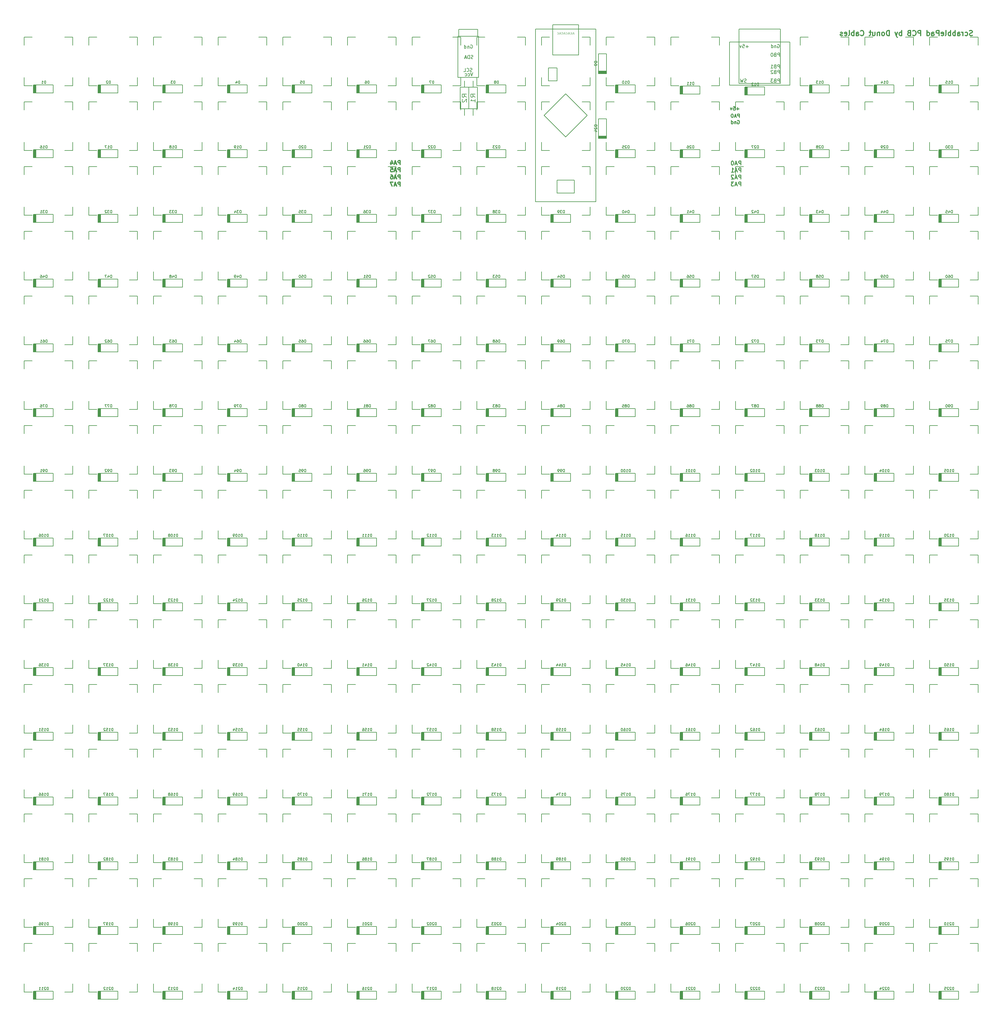
<source format=gbr>
G04 #@! TF.GenerationSoftware,KiCad,Pcbnew,(5.0.0)*
G04 #@! TF.CreationDate,2018-07-31T20:13:39-04:00*
G04 #@! TF.ProjectId,scrabblepad,7363726162626C657061642E6B696361,rev?*
G04 #@! TF.SameCoordinates,Original*
G04 #@! TF.FileFunction,Legend,Bot*
G04 #@! TF.FilePolarity,Positive*
%FSLAX46Y46*%
G04 Gerber Fmt 4.6, Leading zero omitted, Abs format (unit mm)*
G04 Created by KiCad (PCBNEW (5.0.0)) date 07/31/18 20:13:39*
%MOMM*%
%LPD*%
G01*
G04 APERTURE LIST*
%ADD10C,0.125000*%
%ADD11C,0.300000*%
%ADD12C,0.250000*%
%ADD13C,0.150000*%
%ADD14C,0.200000*%
%ADD15C,0.203200*%
G04 APERTURE END LIST*
D10*
X192809523Y-20046190D02*
X192809523Y-20403333D01*
X192833333Y-20474761D01*
X192880952Y-20522380D01*
X192952380Y-20546190D01*
X193000000Y-20546190D01*
X192333333Y-20546190D02*
X192571428Y-20546190D01*
X192571428Y-20046190D01*
X191880952Y-20498571D02*
X191904761Y-20522380D01*
X191976190Y-20546190D01*
X192023809Y-20546190D01*
X192095238Y-20522380D01*
X192142857Y-20474761D01*
X192166666Y-20427142D01*
X192190476Y-20331904D01*
X192190476Y-20260476D01*
X192166666Y-20165238D01*
X192142857Y-20117619D01*
X192095238Y-20070000D01*
X192023809Y-20046190D01*
X191976190Y-20046190D01*
X191904761Y-20070000D01*
X191880952Y-20093809D01*
X191523809Y-20046190D02*
X191523809Y-20403333D01*
X191547619Y-20474761D01*
X191595238Y-20522380D01*
X191666666Y-20546190D01*
X191714285Y-20546190D01*
X191047619Y-20546190D02*
X191285714Y-20546190D01*
X191285714Y-20046190D01*
X190595238Y-20498571D02*
X190619047Y-20522380D01*
X190690476Y-20546190D01*
X190738095Y-20546190D01*
X190809523Y-20522380D01*
X190857142Y-20474761D01*
X190880952Y-20427142D01*
X190904761Y-20331904D01*
X190904761Y-20260476D01*
X190880952Y-20165238D01*
X190857142Y-20117619D01*
X190809523Y-20070000D01*
X190738095Y-20046190D01*
X190690476Y-20046190D01*
X190619047Y-20070000D01*
X190595238Y-20093809D01*
X190238095Y-20046190D02*
X190238095Y-20403333D01*
X190261904Y-20474761D01*
X190309523Y-20522380D01*
X190380952Y-20546190D01*
X190428571Y-20546190D01*
X189761904Y-20546190D02*
X190000000Y-20546190D01*
X190000000Y-20046190D01*
X189309523Y-20498571D02*
X189333333Y-20522380D01*
X189404761Y-20546190D01*
X189452380Y-20546190D01*
X189523809Y-20522380D01*
X189571428Y-20474761D01*
X189595238Y-20427142D01*
X189619047Y-20331904D01*
X189619047Y-20260476D01*
X189595238Y-20165238D01*
X189571428Y-20117619D01*
X189523809Y-20070000D01*
X189452380Y-20046190D01*
X189404761Y-20046190D01*
X189333333Y-20070000D01*
X189309523Y-20093809D01*
X188952380Y-20046190D02*
X188952380Y-20403333D01*
X188976190Y-20474761D01*
X189023809Y-20522380D01*
X189095238Y-20546190D01*
X189142857Y-20546190D01*
X188476190Y-20546190D02*
X188714285Y-20546190D01*
X188714285Y-20046190D01*
X188023809Y-20498571D02*
X188047619Y-20522380D01*
X188119047Y-20546190D01*
X188166666Y-20546190D01*
X188238095Y-20522380D01*
X188285714Y-20474761D01*
X188309523Y-20427142D01*
X188333333Y-20331904D01*
X188333333Y-20260476D01*
X188309523Y-20165238D01*
X188285714Y-20117619D01*
X188238095Y-20070000D01*
X188166666Y-20046190D01*
X188119047Y-20046190D01*
X188047619Y-20070000D01*
X188023809Y-20093809D01*
D11*
X310294285Y-20927142D02*
X310080000Y-20998571D01*
X309722857Y-20998571D01*
X309580000Y-20927142D01*
X309508571Y-20855714D01*
X309437142Y-20712857D01*
X309437142Y-20570000D01*
X309508571Y-20427142D01*
X309580000Y-20355714D01*
X309722857Y-20284285D01*
X310008571Y-20212857D01*
X310151428Y-20141428D01*
X310222857Y-20070000D01*
X310294285Y-19927142D01*
X310294285Y-19784285D01*
X310222857Y-19641428D01*
X310151428Y-19570000D01*
X310008571Y-19498571D01*
X309651428Y-19498571D01*
X309437142Y-19570000D01*
X308151428Y-20927142D02*
X308294285Y-20998571D01*
X308580000Y-20998571D01*
X308722857Y-20927142D01*
X308794285Y-20855714D01*
X308865714Y-20712857D01*
X308865714Y-20284285D01*
X308794285Y-20141428D01*
X308722857Y-20070000D01*
X308580000Y-19998571D01*
X308294285Y-19998571D01*
X308151428Y-20070000D01*
X307508571Y-20998571D02*
X307508571Y-19998571D01*
X307508571Y-20284285D02*
X307437142Y-20141428D01*
X307365714Y-20070000D01*
X307222857Y-19998571D01*
X307080000Y-19998571D01*
X305937142Y-20998571D02*
X305937142Y-20212857D01*
X306008571Y-20070000D01*
X306151428Y-19998571D01*
X306437142Y-19998571D01*
X306580000Y-20070000D01*
X305937142Y-20927142D02*
X306080000Y-20998571D01*
X306437142Y-20998571D01*
X306580000Y-20927142D01*
X306651428Y-20784285D01*
X306651428Y-20641428D01*
X306580000Y-20498571D01*
X306437142Y-20427142D01*
X306080000Y-20427142D01*
X305937142Y-20355714D01*
X305222857Y-20998571D02*
X305222857Y-19498571D01*
X305222857Y-20070000D02*
X305080000Y-19998571D01*
X304794285Y-19998571D01*
X304651428Y-20070000D01*
X304580000Y-20141428D01*
X304508571Y-20284285D01*
X304508571Y-20712857D01*
X304580000Y-20855714D01*
X304651428Y-20927142D01*
X304794285Y-20998571D01*
X305080000Y-20998571D01*
X305222857Y-20927142D01*
X303865714Y-20998571D02*
X303865714Y-19498571D01*
X303865714Y-20070000D02*
X303722857Y-19998571D01*
X303437142Y-19998571D01*
X303294285Y-20070000D01*
X303222857Y-20141428D01*
X303151428Y-20284285D01*
X303151428Y-20712857D01*
X303222857Y-20855714D01*
X303294285Y-20927142D01*
X303437142Y-20998571D01*
X303722857Y-20998571D01*
X303865714Y-20927142D01*
X302294285Y-20998571D02*
X302437142Y-20927142D01*
X302508571Y-20784285D01*
X302508571Y-19498571D01*
X301151428Y-20927142D02*
X301294285Y-20998571D01*
X301580000Y-20998571D01*
X301722857Y-20927142D01*
X301794285Y-20784285D01*
X301794285Y-20212857D01*
X301722857Y-20070000D01*
X301580000Y-19998571D01*
X301294285Y-19998571D01*
X301151428Y-20070000D01*
X301080000Y-20212857D01*
X301080000Y-20355714D01*
X301794285Y-20498571D01*
X300437142Y-20998571D02*
X300437142Y-19498571D01*
X299865714Y-19498571D01*
X299722857Y-19570000D01*
X299651428Y-19641428D01*
X299580000Y-19784285D01*
X299580000Y-19998571D01*
X299651428Y-20141428D01*
X299722857Y-20212857D01*
X299865714Y-20284285D01*
X300437142Y-20284285D01*
X298294285Y-20998571D02*
X298294285Y-20212857D01*
X298365714Y-20070000D01*
X298508571Y-19998571D01*
X298794285Y-19998571D01*
X298937142Y-20070000D01*
X298294285Y-20927142D02*
X298437142Y-20998571D01*
X298794285Y-20998571D01*
X298937142Y-20927142D01*
X299008571Y-20784285D01*
X299008571Y-20641428D01*
X298937142Y-20498571D01*
X298794285Y-20427142D01*
X298437142Y-20427142D01*
X298294285Y-20355714D01*
X296937142Y-20998571D02*
X296937142Y-19498571D01*
X296937142Y-20927142D02*
X297080000Y-20998571D01*
X297365714Y-20998571D01*
X297508571Y-20927142D01*
X297580000Y-20855714D01*
X297651428Y-20712857D01*
X297651428Y-20284285D01*
X297580000Y-20141428D01*
X297508571Y-20070000D01*
X297365714Y-19998571D01*
X297080000Y-19998571D01*
X296937142Y-20070000D01*
X295080000Y-20998571D02*
X295080000Y-19498571D01*
X294508571Y-19498571D01*
X294365714Y-19570000D01*
X294294285Y-19641428D01*
X294222857Y-19784285D01*
X294222857Y-19998571D01*
X294294285Y-20141428D01*
X294365714Y-20212857D01*
X294508571Y-20284285D01*
X295080000Y-20284285D01*
X292722857Y-20855714D02*
X292794285Y-20927142D01*
X293008571Y-20998571D01*
X293151428Y-20998571D01*
X293365714Y-20927142D01*
X293508571Y-20784285D01*
X293580000Y-20641428D01*
X293651428Y-20355714D01*
X293651428Y-20141428D01*
X293580000Y-19855714D01*
X293508571Y-19712857D01*
X293365714Y-19570000D01*
X293151428Y-19498571D01*
X293008571Y-19498571D01*
X292794285Y-19570000D01*
X292722857Y-19641428D01*
X291580000Y-20212857D02*
X291365714Y-20284285D01*
X291294285Y-20355714D01*
X291222857Y-20498571D01*
X291222857Y-20712857D01*
X291294285Y-20855714D01*
X291365714Y-20927142D01*
X291508571Y-20998571D01*
X292080000Y-20998571D01*
X292080000Y-19498571D01*
X291580000Y-19498571D01*
X291437142Y-19570000D01*
X291365714Y-19641428D01*
X291294285Y-19784285D01*
X291294285Y-19927142D01*
X291365714Y-20070000D01*
X291437142Y-20141428D01*
X291580000Y-20212857D01*
X292080000Y-20212857D01*
X289437142Y-20998571D02*
X289437142Y-19498571D01*
X289437142Y-20070000D02*
X289294285Y-19998571D01*
X289008571Y-19998571D01*
X288865714Y-20070000D01*
X288794285Y-20141428D01*
X288722857Y-20284285D01*
X288722857Y-20712857D01*
X288794285Y-20855714D01*
X288865714Y-20927142D01*
X289008571Y-20998571D01*
X289294285Y-20998571D01*
X289437142Y-20927142D01*
X288222857Y-19998571D02*
X287865714Y-20998571D01*
X287508571Y-19998571D02*
X287865714Y-20998571D01*
X288008571Y-21355714D01*
X288080000Y-21427142D01*
X288222857Y-21498571D01*
X285794285Y-20998571D02*
X285794285Y-19498571D01*
X285437142Y-19498571D01*
X285222857Y-19570000D01*
X285080000Y-19712857D01*
X285008571Y-19855714D01*
X284937142Y-20141428D01*
X284937142Y-20355714D01*
X285008571Y-20641428D01*
X285080000Y-20784285D01*
X285222857Y-20927142D01*
X285437142Y-20998571D01*
X285794285Y-20998571D01*
X284080000Y-20998571D02*
X284222857Y-20927142D01*
X284294285Y-20855714D01*
X284365714Y-20712857D01*
X284365714Y-20284285D01*
X284294285Y-20141428D01*
X284222857Y-20070000D01*
X284080000Y-19998571D01*
X283865714Y-19998571D01*
X283722857Y-20070000D01*
X283651428Y-20141428D01*
X283580000Y-20284285D01*
X283580000Y-20712857D01*
X283651428Y-20855714D01*
X283722857Y-20927142D01*
X283865714Y-20998571D01*
X284080000Y-20998571D01*
X282937142Y-19998571D02*
X282937142Y-20998571D01*
X282937142Y-20141428D02*
X282865714Y-20070000D01*
X282722857Y-19998571D01*
X282508571Y-19998571D01*
X282365714Y-20070000D01*
X282294285Y-20212857D01*
X282294285Y-20998571D01*
X280937142Y-19998571D02*
X280937142Y-20998571D01*
X281580000Y-19998571D02*
X281580000Y-20784285D01*
X281508571Y-20927142D01*
X281365714Y-20998571D01*
X281151428Y-20998571D01*
X281008571Y-20927142D01*
X280937142Y-20855714D01*
X280437142Y-19998571D02*
X279865714Y-19998571D01*
X280222857Y-19498571D02*
X280222857Y-20784285D01*
X280151428Y-20927142D01*
X280008571Y-20998571D01*
X279865714Y-20998571D01*
X277365714Y-20855714D02*
X277437142Y-20927142D01*
X277651428Y-20998571D01*
X277794285Y-20998571D01*
X278008571Y-20927142D01*
X278151428Y-20784285D01*
X278222857Y-20641428D01*
X278294285Y-20355714D01*
X278294285Y-20141428D01*
X278222857Y-19855714D01*
X278151428Y-19712857D01*
X278008571Y-19570000D01*
X277794285Y-19498571D01*
X277651428Y-19498571D01*
X277437142Y-19570000D01*
X277365714Y-19641428D01*
X276080000Y-20998571D02*
X276080000Y-20212857D01*
X276151428Y-20070000D01*
X276294285Y-19998571D01*
X276580000Y-19998571D01*
X276722857Y-20070000D01*
X276080000Y-20927142D02*
X276222857Y-20998571D01*
X276580000Y-20998571D01*
X276722857Y-20927142D01*
X276794285Y-20784285D01*
X276794285Y-20641428D01*
X276722857Y-20498571D01*
X276580000Y-20427142D01*
X276222857Y-20427142D01*
X276080000Y-20355714D01*
X275365714Y-20998571D02*
X275365714Y-19498571D01*
X275365714Y-20070000D02*
X275222857Y-19998571D01*
X274937142Y-19998571D01*
X274794285Y-20070000D01*
X274722857Y-20141428D01*
X274651428Y-20284285D01*
X274651428Y-20712857D01*
X274722857Y-20855714D01*
X274794285Y-20927142D01*
X274937142Y-20998571D01*
X275222857Y-20998571D01*
X275365714Y-20927142D01*
X273794285Y-20998571D02*
X273937142Y-20927142D01*
X274008571Y-20784285D01*
X274008571Y-19498571D01*
X272651428Y-20927142D02*
X272794285Y-20998571D01*
X273080000Y-20998571D01*
X273222857Y-20927142D01*
X273294285Y-20784285D01*
X273294285Y-20212857D01*
X273222857Y-20070000D01*
X273080000Y-19998571D01*
X272794285Y-19998571D01*
X272651428Y-20070000D01*
X272580000Y-20212857D01*
X272580000Y-20355714D01*
X273294285Y-20498571D01*
X272008571Y-20927142D02*
X271865714Y-20998571D01*
X271580000Y-20998571D01*
X271437142Y-20927142D01*
X271365714Y-20784285D01*
X271365714Y-20712857D01*
X271437142Y-20570000D01*
X271580000Y-20498571D01*
X271794285Y-20498571D01*
X271937142Y-20427142D01*
X272008571Y-20284285D01*
X272008571Y-20212857D01*
X271937142Y-20070000D01*
X271794285Y-19998571D01*
X271580000Y-19998571D01*
X271437142Y-20070000D01*
X141735000Y-58987857D02*
X141735000Y-57787857D01*
X141277857Y-57787857D01*
X141163571Y-57845000D01*
X141106428Y-57902142D01*
X141049285Y-58016428D01*
X141049285Y-58187857D01*
X141106428Y-58302142D01*
X141163571Y-58359285D01*
X141277857Y-58416428D01*
X141735000Y-58416428D01*
X140592142Y-58645000D02*
X140020714Y-58645000D01*
X140706428Y-58987857D02*
X140306428Y-57787857D01*
X139906428Y-58987857D01*
X138992142Y-58187857D02*
X138992142Y-58987857D01*
X139277857Y-57730714D02*
X139563571Y-58587857D01*
X138820714Y-58587857D01*
X141735000Y-61087857D02*
X141735000Y-59887857D01*
X141277857Y-59887857D01*
X141163571Y-59945000D01*
X141106428Y-60002142D01*
X141049285Y-60116428D01*
X141049285Y-60287857D01*
X141106428Y-60402142D01*
X141163571Y-60459285D01*
X141277857Y-60516428D01*
X141735000Y-60516428D01*
X140592142Y-60745000D02*
X140020714Y-60745000D01*
X140706428Y-61087857D02*
X140306428Y-59887857D01*
X139906428Y-61087857D01*
X138935000Y-59887857D02*
X139506428Y-59887857D01*
X139563571Y-60459285D01*
X139506428Y-60402142D01*
X139392142Y-60345000D01*
X139106428Y-60345000D01*
X138992142Y-60402142D01*
X138935000Y-60459285D01*
X138877857Y-60573571D01*
X138877857Y-60859285D01*
X138935000Y-60973571D01*
X138992142Y-61030714D01*
X139106428Y-61087857D01*
X139392142Y-61087857D01*
X139506428Y-61030714D01*
X139563571Y-60973571D01*
X141735000Y-63187857D02*
X141735000Y-61987857D01*
X141277857Y-61987857D01*
X141163571Y-62045000D01*
X141106428Y-62102142D01*
X141049285Y-62216428D01*
X141049285Y-62387857D01*
X141106428Y-62502142D01*
X141163571Y-62559285D01*
X141277857Y-62616428D01*
X141735000Y-62616428D01*
X140592142Y-62845000D02*
X140020714Y-62845000D01*
X140706428Y-63187857D02*
X140306428Y-61987857D01*
X139906428Y-63187857D01*
X138992142Y-61987857D02*
X139220714Y-61987857D01*
X139335000Y-62045000D01*
X139392142Y-62102142D01*
X139506428Y-62273571D01*
X139563571Y-62502142D01*
X139563571Y-62959285D01*
X139506428Y-63073571D01*
X139449285Y-63130714D01*
X139335000Y-63187857D01*
X139106428Y-63187857D01*
X138992142Y-63130714D01*
X138935000Y-63073571D01*
X138877857Y-62959285D01*
X138877857Y-62673571D01*
X138935000Y-62559285D01*
X138992142Y-62502142D01*
X139106428Y-62445000D01*
X139335000Y-62445000D01*
X139449285Y-62502142D01*
X139506428Y-62559285D01*
X139563571Y-62673571D01*
X141735000Y-65287857D02*
X141735000Y-64087857D01*
X141277857Y-64087857D01*
X141163571Y-64145000D01*
X141106428Y-64202142D01*
X141049285Y-64316428D01*
X141049285Y-64487857D01*
X141106428Y-64602142D01*
X141163571Y-64659285D01*
X141277857Y-64716428D01*
X141735000Y-64716428D01*
X140592142Y-64945000D02*
X140020714Y-64945000D01*
X140706428Y-65287857D02*
X140306428Y-64087857D01*
X139906428Y-65287857D01*
X139620714Y-64087857D02*
X138820714Y-64087857D01*
X139335000Y-65287857D01*
D12*
X242065000Y-59062857D02*
X242065000Y-57862857D01*
X241607857Y-57862857D01*
X241493571Y-57920000D01*
X241436428Y-57977142D01*
X241379285Y-58091428D01*
X241379285Y-58262857D01*
X241436428Y-58377142D01*
X241493571Y-58434285D01*
X241607857Y-58491428D01*
X242065000Y-58491428D01*
X240922142Y-58720000D02*
X240350714Y-58720000D01*
X241036428Y-59062857D02*
X240636428Y-57862857D01*
X240236428Y-59062857D01*
X239607857Y-57862857D02*
X239493571Y-57862857D01*
X239379285Y-57920000D01*
X239322142Y-57977142D01*
X239265000Y-58091428D01*
X239207857Y-58320000D01*
X239207857Y-58605714D01*
X239265000Y-58834285D01*
X239322142Y-58948571D01*
X239379285Y-59005714D01*
X239493571Y-59062857D01*
X239607857Y-59062857D01*
X239722142Y-59005714D01*
X239779285Y-58948571D01*
X239836428Y-58834285D01*
X239893571Y-58605714D01*
X239893571Y-58320000D01*
X239836428Y-58091428D01*
X239779285Y-57977142D01*
X239722142Y-57920000D01*
X239607857Y-57862857D01*
X242065000Y-61112857D02*
X242065000Y-59912857D01*
X241607857Y-59912857D01*
X241493571Y-59970000D01*
X241436428Y-60027142D01*
X241379285Y-60141428D01*
X241379285Y-60312857D01*
X241436428Y-60427142D01*
X241493571Y-60484285D01*
X241607857Y-60541428D01*
X242065000Y-60541428D01*
X240922142Y-60770000D02*
X240350714Y-60770000D01*
X241036428Y-61112857D02*
X240636428Y-59912857D01*
X240236428Y-61112857D01*
X239207857Y-61112857D02*
X239893571Y-61112857D01*
X239550714Y-61112857D02*
X239550714Y-59912857D01*
X239665000Y-60084285D01*
X239779285Y-60198571D01*
X239893571Y-60255714D01*
X242065000Y-63162857D02*
X242065000Y-61962857D01*
X241607857Y-61962857D01*
X241493571Y-62020000D01*
X241436428Y-62077142D01*
X241379285Y-62191428D01*
X241379285Y-62362857D01*
X241436428Y-62477142D01*
X241493571Y-62534285D01*
X241607857Y-62591428D01*
X242065000Y-62591428D01*
X240922142Y-62820000D02*
X240350714Y-62820000D01*
X241036428Y-63162857D02*
X240636428Y-61962857D01*
X240236428Y-63162857D01*
X239893571Y-62077142D02*
X239836428Y-62020000D01*
X239722142Y-61962857D01*
X239436428Y-61962857D01*
X239322142Y-62020000D01*
X239265000Y-62077142D01*
X239207857Y-62191428D01*
X239207857Y-62305714D01*
X239265000Y-62477142D01*
X239950714Y-63162857D01*
X239207857Y-63162857D01*
X242065000Y-65212857D02*
X242065000Y-64012857D01*
X241607857Y-64012857D01*
X241493571Y-64070000D01*
X241436428Y-64127142D01*
X241379285Y-64241428D01*
X241379285Y-64412857D01*
X241436428Y-64527142D01*
X241493571Y-64584285D01*
X241607857Y-64641428D01*
X242065000Y-64641428D01*
X240922142Y-64870000D02*
X240350714Y-64870000D01*
X241036428Y-65212857D02*
X240636428Y-64012857D01*
X240236428Y-65212857D01*
X239950714Y-64012857D02*
X239207857Y-64012857D01*
X239607857Y-64470000D01*
X239436428Y-64470000D01*
X239322142Y-64527142D01*
X239265000Y-64584285D01*
X239207857Y-64698571D01*
X239207857Y-64984285D01*
X239265000Y-65098571D01*
X239322142Y-65155714D01*
X239436428Y-65212857D01*
X239779285Y-65212857D01*
X239893571Y-65155714D01*
X239950714Y-65098571D01*
X241053857Y-45982000D02*
X241149095Y-45934380D01*
X241291952Y-45934380D01*
X241434809Y-45982000D01*
X241530047Y-46077238D01*
X241577666Y-46172476D01*
X241625285Y-46362952D01*
X241625285Y-46505809D01*
X241577666Y-46696285D01*
X241530047Y-46791523D01*
X241434809Y-46886761D01*
X241291952Y-46934380D01*
X241196714Y-46934380D01*
X241053857Y-46886761D01*
X241006238Y-46839142D01*
X241006238Y-46505809D01*
X241196714Y-46505809D01*
X240577666Y-46267714D02*
X240577666Y-46934380D01*
X240577666Y-46362952D02*
X240530047Y-46315333D01*
X240434809Y-46267714D01*
X240291952Y-46267714D01*
X240196714Y-46315333D01*
X240149095Y-46410571D01*
X240149095Y-46934380D01*
X239244333Y-46934380D02*
X239244333Y-45934380D01*
X239244333Y-46886761D02*
X239339571Y-46934380D01*
X239530047Y-46934380D01*
X239625285Y-46886761D01*
X239672904Y-46839142D01*
X239720523Y-46743904D01*
X239720523Y-46458190D01*
X239672904Y-46362952D01*
X239625285Y-46315333D01*
X239530047Y-46267714D01*
X239339571Y-46267714D01*
X239244333Y-46315333D01*
X241577666Y-45029380D02*
X241577666Y-44029380D01*
X241196714Y-44029380D01*
X241101476Y-44077000D01*
X241053857Y-44124619D01*
X241006238Y-44219857D01*
X241006238Y-44362714D01*
X241053857Y-44457952D01*
X241101476Y-44505571D01*
X241196714Y-44553190D01*
X241577666Y-44553190D01*
X240625285Y-44743666D02*
X240149095Y-44743666D01*
X240720523Y-45029380D02*
X240387190Y-44029380D01*
X240053857Y-45029380D01*
X239530047Y-44029380D02*
X239434809Y-44029380D01*
X239339571Y-44077000D01*
X239291952Y-44124619D01*
X239244333Y-44219857D01*
X239196714Y-44410333D01*
X239196714Y-44648428D01*
X239244333Y-44838904D01*
X239291952Y-44934142D01*
X239339571Y-44981761D01*
X239434809Y-45029380D01*
X239530047Y-45029380D01*
X239625285Y-44981761D01*
X239672904Y-44934142D01*
X239720523Y-44838904D01*
X239768142Y-44648428D01*
X239768142Y-44410333D01*
X239720523Y-44219857D01*
X239672904Y-44124619D01*
X239625285Y-44077000D01*
X239530047Y-44029380D01*
X241522095Y-42489428D02*
X240760190Y-42489428D01*
X241141142Y-42870380D02*
X241141142Y-42108476D01*
X239807809Y-41870380D02*
X240284000Y-41870380D01*
X240331619Y-42346571D01*
X240284000Y-42298952D01*
X240188761Y-42251333D01*
X239950666Y-42251333D01*
X239855428Y-42298952D01*
X239807809Y-42346571D01*
X239760190Y-42441809D01*
X239760190Y-42679904D01*
X239807809Y-42775142D01*
X239855428Y-42822761D01*
X239950666Y-42870380D01*
X240188761Y-42870380D01*
X240284000Y-42822761D01*
X240331619Y-42775142D01*
X239426857Y-42203714D02*
X239188761Y-42870380D01*
X238950666Y-42203714D01*
D13*
G04 #@! TO.C,U1*
X187960000Y-63500000D02*
X193040000Y-63500000D01*
X187960000Y-67310000D02*
X187960000Y-63500000D01*
X193040000Y-67310000D02*
X187960000Y-67310000D01*
X193040000Y-63500000D02*
X193040000Y-67310000D01*
X190500000Y-38100000D02*
X196850000Y-44450000D01*
X184150000Y-44450000D02*
X190500000Y-38100000D01*
X190500000Y-50800000D02*
X184150000Y-44450000D01*
X196850000Y-44450000D02*
X190500000Y-50800000D01*
X185420000Y-30480000D02*
X187960000Y-30480000D01*
X185420000Y-34290000D02*
X185420000Y-30480000D01*
X187960000Y-34290000D02*
X185420000Y-34290000D01*
X187960000Y-30480000D02*
X187960000Y-34290000D01*
X186690000Y-17780000D02*
X194310000Y-17780000D01*
X186690000Y-26670000D02*
X186690000Y-17780000D01*
X194310000Y-26670000D02*
X186690000Y-26670000D01*
X194310000Y-17780000D02*
X194310000Y-26670000D01*
X181610000Y-19050000D02*
X199390000Y-19050000D01*
X181610000Y-69850000D02*
X181610000Y-19050000D01*
X199390000Y-69850000D02*
X181610000Y-69850000D01*
X199390000Y-19050000D02*
X199390000Y-69850000D01*
G04 #@! TO.C,SD1*
X241554000Y-35052000D02*
X241554000Y-19050000D01*
X253746000Y-35052000D02*
X241554000Y-35052000D01*
X253746000Y-19050000D02*
X253746000Y-35052000D01*
X241554000Y-19050000D02*
X253746000Y-19050000D01*
X238760000Y-22860000D02*
X256540000Y-22860000D01*
X238760000Y-35560000D02*
X238760000Y-22860000D01*
X256540000Y-35560000D02*
X238760000Y-35560000D01*
X256540000Y-22860000D02*
X256540000Y-35560000D01*
D14*
G04 #@! TO.C,D9*
X202495000Y-31434000D02*
X200095000Y-31434000D01*
X202495000Y-31609000D02*
X200095000Y-31609000D01*
X202495000Y-31784000D02*
X200095000Y-31784000D01*
X200095000Y-32184000D02*
X202495000Y-32184000D01*
X202495000Y-31959000D02*
X200095000Y-31959000D01*
X202495000Y-32084000D02*
X200095000Y-32084000D01*
X202495000Y-32159000D02*
X202495000Y-26359000D01*
X202495000Y-26359000D02*
X200095000Y-26359000D01*
X200095000Y-26359000D02*
X200095000Y-32159000D01*
D15*
G04 #@! TO.C,R2*
X159385000Y-42545000D02*
X159385000Y-36195000D01*
X159385000Y-36195000D02*
X161925000Y-36195000D01*
X161925000Y-36195000D02*
X161925000Y-42545000D01*
X161925000Y-42545000D02*
X159385000Y-42545000D01*
X160655000Y-34290000D02*
X160655000Y-36195000D01*
X160655000Y-44450000D02*
X160655000Y-42545000D01*
G04 #@! TO.C,R1*
X161925000Y-42545000D02*
X161925000Y-36195000D01*
X161925000Y-36195000D02*
X164465000Y-36195000D01*
X164465000Y-36195000D02*
X164465000Y-42545000D01*
X164465000Y-42545000D02*
X161925000Y-42545000D01*
X163195000Y-34290000D02*
X163195000Y-36195000D01*
X163195000Y-44450000D02*
X163195000Y-42545000D01*
D14*
G04 #@! TO.C,D1*
X34460000Y-37875000D02*
X34460000Y-35475000D01*
X34285000Y-37875000D02*
X34285000Y-35475000D01*
X34110000Y-37875000D02*
X34110000Y-35475000D01*
X33710000Y-35475000D02*
X33710000Y-37875000D01*
X33935000Y-37875000D02*
X33935000Y-35475000D01*
X33810000Y-37875000D02*
X33810000Y-35475000D01*
X33735000Y-37875000D02*
X39535000Y-37875000D01*
X39535000Y-37875000D02*
X39535000Y-35475000D01*
X39535000Y-35475000D02*
X33735000Y-35475000D01*
G04 #@! TO.C,D2*
X53510000Y-37875000D02*
X53510000Y-35475000D01*
X53335000Y-37875000D02*
X53335000Y-35475000D01*
X53160000Y-37875000D02*
X53160000Y-35475000D01*
X52760000Y-35475000D02*
X52760000Y-37875000D01*
X52985000Y-37875000D02*
X52985000Y-35475000D01*
X52860000Y-37875000D02*
X52860000Y-35475000D01*
X52785000Y-37875000D02*
X58585000Y-37875000D01*
X58585000Y-37875000D02*
X58585000Y-35475000D01*
X58585000Y-35475000D02*
X52785000Y-35475000D01*
G04 #@! TO.C,D3*
X72560000Y-37875000D02*
X72560000Y-35475000D01*
X72385000Y-37875000D02*
X72385000Y-35475000D01*
X72210000Y-37875000D02*
X72210000Y-35475000D01*
X71810000Y-35475000D02*
X71810000Y-37875000D01*
X72035000Y-37875000D02*
X72035000Y-35475000D01*
X71910000Y-37875000D02*
X71910000Y-35475000D01*
X71835000Y-37875000D02*
X77635000Y-37875000D01*
X77635000Y-37875000D02*
X77635000Y-35475000D01*
X77635000Y-35475000D02*
X71835000Y-35475000D01*
G04 #@! TO.C,D4*
X91610000Y-37875000D02*
X91610000Y-35475000D01*
X91435000Y-37875000D02*
X91435000Y-35475000D01*
X91260000Y-37875000D02*
X91260000Y-35475000D01*
X90860000Y-35475000D02*
X90860000Y-37875000D01*
X91085000Y-37875000D02*
X91085000Y-35475000D01*
X90960000Y-37875000D02*
X90960000Y-35475000D01*
X90885000Y-37875000D02*
X96685000Y-37875000D01*
X96685000Y-37875000D02*
X96685000Y-35475000D01*
X96685000Y-35475000D02*
X90885000Y-35475000D01*
G04 #@! TO.C,D5*
X110660000Y-37875000D02*
X110660000Y-35475000D01*
X110485000Y-37875000D02*
X110485000Y-35475000D01*
X110310000Y-37875000D02*
X110310000Y-35475000D01*
X109910000Y-35475000D02*
X109910000Y-37875000D01*
X110135000Y-37875000D02*
X110135000Y-35475000D01*
X110010000Y-37875000D02*
X110010000Y-35475000D01*
X109935000Y-37875000D02*
X115735000Y-37875000D01*
X115735000Y-37875000D02*
X115735000Y-35475000D01*
X115735000Y-35475000D02*
X109935000Y-35475000D01*
G04 #@! TO.C,D6*
X129710000Y-37875000D02*
X129710000Y-35475000D01*
X129535000Y-37875000D02*
X129535000Y-35475000D01*
X129360000Y-37875000D02*
X129360000Y-35475000D01*
X128960000Y-35475000D02*
X128960000Y-37875000D01*
X129185000Y-37875000D02*
X129185000Y-35475000D01*
X129060000Y-37875000D02*
X129060000Y-35475000D01*
X128985000Y-37875000D02*
X134785000Y-37875000D01*
X134785000Y-37875000D02*
X134785000Y-35475000D01*
X134785000Y-35475000D02*
X128985000Y-35475000D01*
G04 #@! TO.C,D7*
X148760000Y-37875000D02*
X148760000Y-35475000D01*
X148585000Y-37875000D02*
X148585000Y-35475000D01*
X148410000Y-37875000D02*
X148410000Y-35475000D01*
X148010000Y-35475000D02*
X148010000Y-37875000D01*
X148235000Y-37875000D02*
X148235000Y-35475000D01*
X148110000Y-37875000D02*
X148110000Y-35475000D01*
X148035000Y-37875000D02*
X153835000Y-37875000D01*
X153835000Y-37875000D02*
X153835000Y-35475000D01*
X153835000Y-35475000D02*
X148035000Y-35475000D01*
G04 #@! TO.C,D8*
X167810000Y-37875000D02*
X167810000Y-35475000D01*
X167635000Y-37875000D02*
X167635000Y-35475000D01*
X167460000Y-37875000D02*
X167460000Y-35475000D01*
X167060000Y-35475000D02*
X167060000Y-37875000D01*
X167285000Y-37875000D02*
X167285000Y-35475000D01*
X167160000Y-37875000D02*
X167160000Y-35475000D01*
X167085000Y-37875000D02*
X172885000Y-37875000D01*
X172885000Y-37875000D02*
X172885000Y-35475000D01*
X172885000Y-35475000D02*
X167085000Y-35475000D01*
G04 #@! TO.C,D10*
X205910000Y-37875000D02*
X205910000Y-35475000D01*
X205735000Y-37875000D02*
X205735000Y-35475000D01*
X205560000Y-37875000D02*
X205560000Y-35475000D01*
X205160000Y-35475000D02*
X205160000Y-37875000D01*
X205385000Y-37875000D02*
X205385000Y-35475000D01*
X205260000Y-37875000D02*
X205260000Y-35475000D01*
X205185000Y-37875000D02*
X210985000Y-37875000D01*
X210985000Y-37875000D02*
X210985000Y-35475000D01*
X210985000Y-35475000D02*
X205185000Y-35475000D01*
G04 #@! TO.C,D11*
X224960000Y-38220500D02*
X224960000Y-35820500D01*
X224785000Y-38220500D02*
X224785000Y-35820500D01*
X224610000Y-38220500D02*
X224610000Y-35820500D01*
X224210000Y-35820500D02*
X224210000Y-38220500D01*
X224435000Y-38220500D02*
X224435000Y-35820500D01*
X224310000Y-38220500D02*
X224310000Y-35820500D01*
X224235000Y-38220500D02*
X230035000Y-38220500D01*
X230035000Y-38220500D02*
X230035000Y-35820500D01*
X230035000Y-35820500D02*
X224235000Y-35820500D01*
G04 #@! TO.C,D12*
X244015000Y-38474500D02*
X244015000Y-36074500D01*
X243840000Y-38474500D02*
X243840000Y-36074500D01*
X243665000Y-38474500D02*
X243665000Y-36074500D01*
X243265000Y-36074500D02*
X243265000Y-38474500D01*
X243490000Y-38474500D02*
X243490000Y-36074500D01*
X243365000Y-38474500D02*
X243365000Y-36074500D01*
X243290000Y-38474500D02*
X249090000Y-38474500D01*
X249090000Y-38474500D02*
X249090000Y-36074500D01*
X249090000Y-36074500D02*
X243290000Y-36074500D01*
G04 #@! TO.C,D13*
X263060000Y-37875000D02*
X263060000Y-35475000D01*
X262885000Y-37875000D02*
X262885000Y-35475000D01*
X262710000Y-37875000D02*
X262710000Y-35475000D01*
X262310000Y-35475000D02*
X262310000Y-37875000D01*
X262535000Y-37875000D02*
X262535000Y-35475000D01*
X262410000Y-37875000D02*
X262410000Y-35475000D01*
X262335000Y-37875000D02*
X268135000Y-37875000D01*
X268135000Y-37875000D02*
X268135000Y-35475000D01*
X268135000Y-35475000D02*
X262335000Y-35475000D01*
G04 #@! TO.C,D14*
X282110000Y-37875000D02*
X282110000Y-35475000D01*
X281935000Y-37875000D02*
X281935000Y-35475000D01*
X281760000Y-37875000D02*
X281760000Y-35475000D01*
X281360000Y-35475000D02*
X281360000Y-37875000D01*
X281585000Y-37875000D02*
X281585000Y-35475000D01*
X281460000Y-37875000D02*
X281460000Y-35475000D01*
X281385000Y-37875000D02*
X287185000Y-37875000D01*
X287185000Y-37875000D02*
X287185000Y-35475000D01*
X287185000Y-35475000D02*
X281385000Y-35475000D01*
G04 #@! TO.C,D15*
X301160000Y-37875000D02*
X301160000Y-35475000D01*
X300985000Y-37875000D02*
X300985000Y-35475000D01*
X300810000Y-37875000D02*
X300810000Y-35475000D01*
X300410000Y-35475000D02*
X300410000Y-37875000D01*
X300635000Y-37875000D02*
X300635000Y-35475000D01*
X300510000Y-37875000D02*
X300510000Y-35475000D01*
X300435000Y-37875000D02*
X306235000Y-37875000D01*
X306235000Y-37875000D02*
X306235000Y-35475000D01*
X306235000Y-35475000D02*
X300435000Y-35475000D01*
G04 #@! TO.C,D16*
X34460000Y-56925000D02*
X34460000Y-54525000D01*
X34285000Y-56925000D02*
X34285000Y-54525000D01*
X34110000Y-56925000D02*
X34110000Y-54525000D01*
X33710000Y-54525000D02*
X33710000Y-56925000D01*
X33935000Y-56925000D02*
X33935000Y-54525000D01*
X33810000Y-56925000D02*
X33810000Y-54525000D01*
X33735000Y-56925000D02*
X39535000Y-56925000D01*
X39535000Y-56925000D02*
X39535000Y-54525000D01*
X39535000Y-54525000D02*
X33735000Y-54525000D01*
G04 #@! TO.C,D17*
X53510000Y-56925000D02*
X53510000Y-54525000D01*
X53335000Y-56925000D02*
X53335000Y-54525000D01*
X53160000Y-56925000D02*
X53160000Y-54525000D01*
X52760000Y-54525000D02*
X52760000Y-56925000D01*
X52985000Y-56925000D02*
X52985000Y-54525000D01*
X52860000Y-56925000D02*
X52860000Y-54525000D01*
X52785000Y-56925000D02*
X58585000Y-56925000D01*
X58585000Y-56925000D02*
X58585000Y-54525000D01*
X58585000Y-54525000D02*
X52785000Y-54525000D01*
G04 #@! TO.C,D18*
X72560000Y-56925000D02*
X72560000Y-54525000D01*
X72385000Y-56925000D02*
X72385000Y-54525000D01*
X72210000Y-56925000D02*
X72210000Y-54525000D01*
X71810000Y-54525000D02*
X71810000Y-56925000D01*
X72035000Y-56925000D02*
X72035000Y-54525000D01*
X71910000Y-56925000D02*
X71910000Y-54525000D01*
X71835000Y-56925000D02*
X77635000Y-56925000D01*
X77635000Y-56925000D02*
X77635000Y-54525000D01*
X77635000Y-54525000D02*
X71835000Y-54525000D01*
G04 #@! TO.C,D19*
X91610000Y-56925000D02*
X91610000Y-54525000D01*
X91435000Y-56925000D02*
X91435000Y-54525000D01*
X91260000Y-56925000D02*
X91260000Y-54525000D01*
X90860000Y-54525000D02*
X90860000Y-56925000D01*
X91085000Y-56925000D02*
X91085000Y-54525000D01*
X90960000Y-56925000D02*
X90960000Y-54525000D01*
X90885000Y-56925000D02*
X96685000Y-56925000D01*
X96685000Y-56925000D02*
X96685000Y-54525000D01*
X96685000Y-54525000D02*
X90885000Y-54525000D01*
G04 #@! TO.C,D20*
X110660000Y-56925000D02*
X110660000Y-54525000D01*
X110485000Y-56925000D02*
X110485000Y-54525000D01*
X110310000Y-56925000D02*
X110310000Y-54525000D01*
X109910000Y-54525000D02*
X109910000Y-56925000D01*
X110135000Y-56925000D02*
X110135000Y-54525000D01*
X110010000Y-56925000D02*
X110010000Y-54525000D01*
X109935000Y-56925000D02*
X115735000Y-56925000D01*
X115735000Y-56925000D02*
X115735000Y-54525000D01*
X115735000Y-54525000D02*
X109935000Y-54525000D01*
G04 #@! TO.C,D21*
X129710000Y-56925000D02*
X129710000Y-54525000D01*
X129535000Y-56925000D02*
X129535000Y-54525000D01*
X129360000Y-56925000D02*
X129360000Y-54525000D01*
X128960000Y-54525000D02*
X128960000Y-56925000D01*
X129185000Y-56925000D02*
X129185000Y-54525000D01*
X129060000Y-56925000D02*
X129060000Y-54525000D01*
X128985000Y-56925000D02*
X134785000Y-56925000D01*
X134785000Y-56925000D02*
X134785000Y-54525000D01*
X134785000Y-54525000D02*
X128985000Y-54525000D01*
G04 #@! TO.C,D22*
X148760000Y-56925000D02*
X148760000Y-54525000D01*
X148585000Y-56925000D02*
X148585000Y-54525000D01*
X148410000Y-56925000D02*
X148410000Y-54525000D01*
X148010000Y-54525000D02*
X148010000Y-56925000D01*
X148235000Y-56925000D02*
X148235000Y-54525000D01*
X148110000Y-56925000D02*
X148110000Y-54525000D01*
X148035000Y-56925000D02*
X153835000Y-56925000D01*
X153835000Y-56925000D02*
X153835000Y-54525000D01*
X153835000Y-54525000D02*
X148035000Y-54525000D01*
G04 #@! TO.C,D23*
X167810000Y-56925000D02*
X167810000Y-54525000D01*
X167635000Y-56925000D02*
X167635000Y-54525000D01*
X167460000Y-56925000D02*
X167460000Y-54525000D01*
X167060000Y-54525000D02*
X167060000Y-56925000D01*
X167285000Y-56925000D02*
X167285000Y-54525000D01*
X167160000Y-56925000D02*
X167160000Y-54525000D01*
X167085000Y-56925000D02*
X172885000Y-56925000D01*
X172885000Y-56925000D02*
X172885000Y-54525000D01*
X172885000Y-54525000D02*
X167085000Y-54525000D01*
G04 #@! TO.C,D24*
X202495000Y-50535000D02*
X200095000Y-50535000D01*
X202495000Y-50710000D02*
X200095000Y-50710000D01*
X202495000Y-50885000D02*
X200095000Y-50885000D01*
X200095000Y-51285000D02*
X202495000Y-51285000D01*
X202495000Y-51060000D02*
X200095000Y-51060000D01*
X202495000Y-51185000D02*
X200095000Y-51185000D01*
X202495000Y-51260000D02*
X202495000Y-45460000D01*
X202495000Y-45460000D02*
X200095000Y-45460000D01*
X200095000Y-45460000D02*
X200095000Y-51260000D01*
G04 #@! TO.C,D25*
X205910000Y-56925000D02*
X205910000Y-54525000D01*
X205735000Y-56925000D02*
X205735000Y-54525000D01*
X205560000Y-56925000D02*
X205560000Y-54525000D01*
X205160000Y-54525000D02*
X205160000Y-56925000D01*
X205385000Y-56925000D02*
X205385000Y-54525000D01*
X205260000Y-56925000D02*
X205260000Y-54525000D01*
X205185000Y-56925000D02*
X210985000Y-56925000D01*
X210985000Y-56925000D02*
X210985000Y-54525000D01*
X210985000Y-54525000D02*
X205185000Y-54525000D01*
G04 #@! TO.C,D26*
X224960000Y-56925000D02*
X224960000Y-54525000D01*
X224785000Y-56925000D02*
X224785000Y-54525000D01*
X224610000Y-56925000D02*
X224610000Y-54525000D01*
X224210000Y-54525000D02*
X224210000Y-56925000D01*
X224435000Y-56925000D02*
X224435000Y-54525000D01*
X224310000Y-56925000D02*
X224310000Y-54525000D01*
X224235000Y-56925000D02*
X230035000Y-56925000D01*
X230035000Y-56925000D02*
X230035000Y-54525000D01*
X230035000Y-54525000D02*
X224235000Y-54525000D01*
G04 #@! TO.C,D27*
X244010000Y-56925000D02*
X244010000Y-54525000D01*
X243835000Y-56925000D02*
X243835000Y-54525000D01*
X243660000Y-56925000D02*
X243660000Y-54525000D01*
X243260000Y-54525000D02*
X243260000Y-56925000D01*
X243485000Y-56925000D02*
X243485000Y-54525000D01*
X243360000Y-56925000D02*
X243360000Y-54525000D01*
X243285000Y-56925000D02*
X249085000Y-56925000D01*
X249085000Y-56925000D02*
X249085000Y-54525000D01*
X249085000Y-54525000D02*
X243285000Y-54525000D01*
G04 #@! TO.C,D28*
X263060000Y-56925000D02*
X263060000Y-54525000D01*
X262885000Y-56925000D02*
X262885000Y-54525000D01*
X262710000Y-56925000D02*
X262710000Y-54525000D01*
X262310000Y-54525000D02*
X262310000Y-56925000D01*
X262535000Y-56925000D02*
X262535000Y-54525000D01*
X262410000Y-56925000D02*
X262410000Y-54525000D01*
X262335000Y-56925000D02*
X268135000Y-56925000D01*
X268135000Y-56925000D02*
X268135000Y-54525000D01*
X268135000Y-54525000D02*
X262335000Y-54525000D01*
G04 #@! TO.C,D29*
X282110000Y-56925000D02*
X282110000Y-54525000D01*
X281935000Y-56925000D02*
X281935000Y-54525000D01*
X281760000Y-56925000D02*
X281760000Y-54525000D01*
X281360000Y-54525000D02*
X281360000Y-56925000D01*
X281585000Y-56925000D02*
X281585000Y-54525000D01*
X281460000Y-56925000D02*
X281460000Y-54525000D01*
X281385000Y-56925000D02*
X287185000Y-56925000D01*
X287185000Y-56925000D02*
X287185000Y-54525000D01*
X287185000Y-54525000D02*
X281385000Y-54525000D01*
G04 #@! TO.C,D30*
X301160000Y-56925000D02*
X301160000Y-54525000D01*
X300985000Y-56925000D02*
X300985000Y-54525000D01*
X300810000Y-56925000D02*
X300810000Y-54525000D01*
X300410000Y-54525000D02*
X300410000Y-56925000D01*
X300635000Y-56925000D02*
X300635000Y-54525000D01*
X300510000Y-56925000D02*
X300510000Y-54525000D01*
X300435000Y-56925000D02*
X306235000Y-56925000D01*
X306235000Y-56925000D02*
X306235000Y-54525000D01*
X306235000Y-54525000D02*
X300435000Y-54525000D01*
G04 #@! TO.C,D31*
X34460000Y-75975000D02*
X34460000Y-73575000D01*
X34285000Y-75975000D02*
X34285000Y-73575000D01*
X34110000Y-75975000D02*
X34110000Y-73575000D01*
X33710000Y-73575000D02*
X33710000Y-75975000D01*
X33935000Y-75975000D02*
X33935000Y-73575000D01*
X33810000Y-75975000D02*
X33810000Y-73575000D01*
X33735000Y-75975000D02*
X39535000Y-75975000D01*
X39535000Y-75975000D02*
X39535000Y-73575000D01*
X39535000Y-73575000D02*
X33735000Y-73575000D01*
G04 #@! TO.C,D32*
X53510000Y-75975000D02*
X53510000Y-73575000D01*
X53335000Y-75975000D02*
X53335000Y-73575000D01*
X53160000Y-75975000D02*
X53160000Y-73575000D01*
X52760000Y-73575000D02*
X52760000Y-75975000D01*
X52985000Y-75975000D02*
X52985000Y-73575000D01*
X52860000Y-75975000D02*
X52860000Y-73575000D01*
X52785000Y-75975000D02*
X58585000Y-75975000D01*
X58585000Y-75975000D02*
X58585000Y-73575000D01*
X58585000Y-73575000D02*
X52785000Y-73575000D01*
G04 #@! TO.C,D33*
X72560000Y-75975000D02*
X72560000Y-73575000D01*
X72385000Y-75975000D02*
X72385000Y-73575000D01*
X72210000Y-75975000D02*
X72210000Y-73575000D01*
X71810000Y-73575000D02*
X71810000Y-75975000D01*
X72035000Y-75975000D02*
X72035000Y-73575000D01*
X71910000Y-75975000D02*
X71910000Y-73575000D01*
X71835000Y-75975000D02*
X77635000Y-75975000D01*
X77635000Y-75975000D02*
X77635000Y-73575000D01*
X77635000Y-73575000D02*
X71835000Y-73575000D01*
G04 #@! TO.C,D34*
X91610000Y-75975000D02*
X91610000Y-73575000D01*
X91435000Y-75975000D02*
X91435000Y-73575000D01*
X91260000Y-75975000D02*
X91260000Y-73575000D01*
X90860000Y-73575000D02*
X90860000Y-75975000D01*
X91085000Y-75975000D02*
X91085000Y-73575000D01*
X90960000Y-75975000D02*
X90960000Y-73575000D01*
X90885000Y-75975000D02*
X96685000Y-75975000D01*
X96685000Y-75975000D02*
X96685000Y-73575000D01*
X96685000Y-73575000D02*
X90885000Y-73575000D01*
G04 #@! TO.C,D35*
X110660000Y-75975000D02*
X110660000Y-73575000D01*
X110485000Y-75975000D02*
X110485000Y-73575000D01*
X110310000Y-75975000D02*
X110310000Y-73575000D01*
X109910000Y-73575000D02*
X109910000Y-75975000D01*
X110135000Y-75975000D02*
X110135000Y-73575000D01*
X110010000Y-75975000D02*
X110010000Y-73575000D01*
X109935000Y-75975000D02*
X115735000Y-75975000D01*
X115735000Y-75975000D02*
X115735000Y-73575000D01*
X115735000Y-73575000D02*
X109935000Y-73575000D01*
G04 #@! TO.C,D36*
X129710000Y-75975000D02*
X129710000Y-73575000D01*
X129535000Y-75975000D02*
X129535000Y-73575000D01*
X129360000Y-75975000D02*
X129360000Y-73575000D01*
X128960000Y-73575000D02*
X128960000Y-75975000D01*
X129185000Y-75975000D02*
X129185000Y-73575000D01*
X129060000Y-75975000D02*
X129060000Y-73575000D01*
X128985000Y-75975000D02*
X134785000Y-75975000D01*
X134785000Y-75975000D02*
X134785000Y-73575000D01*
X134785000Y-73575000D02*
X128985000Y-73575000D01*
G04 #@! TO.C,D37*
X148760000Y-75975000D02*
X148760000Y-73575000D01*
X148585000Y-75975000D02*
X148585000Y-73575000D01*
X148410000Y-75975000D02*
X148410000Y-73575000D01*
X148010000Y-73575000D02*
X148010000Y-75975000D01*
X148235000Y-75975000D02*
X148235000Y-73575000D01*
X148110000Y-75975000D02*
X148110000Y-73575000D01*
X148035000Y-75975000D02*
X153835000Y-75975000D01*
X153835000Y-75975000D02*
X153835000Y-73575000D01*
X153835000Y-73575000D02*
X148035000Y-73575000D01*
G04 #@! TO.C,D38*
X167810000Y-75975000D02*
X167810000Y-73575000D01*
X167635000Y-75975000D02*
X167635000Y-73575000D01*
X167460000Y-75975000D02*
X167460000Y-73575000D01*
X167060000Y-73575000D02*
X167060000Y-75975000D01*
X167285000Y-75975000D02*
X167285000Y-73575000D01*
X167160000Y-75975000D02*
X167160000Y-73575000D01*
X167085000Y-75975000D02*
X172885000Y-75975000D01*
X172885000Y-75975000D02*
X172885000Y-73575000D01*
X172885000Y-73575000D02*
X167085000Y-73575000D01*
G04 #@! TO.C,D39*
X186860000Y-75975000D02*
X186860000Y-73575000D01*
X186685000Y-75975000D02*
X186685000Y-73575000D01*
X186510000Y-75975000D02*
X186510000Y-73575000D01*
X186110000Y-73575000D02*
X186110000Y-75975000D01*
X186335000Y-75975000D02*
X186335000Y-73575000D01*
X186210000Y-75975000D02*
X186210000Y-73575000D01*
X186135000Y-75975000D02*
X191935000Y-75975000D01*
X191935000Y-75975000D02*
X191935000Y-73575000D01*
X191935000Y-73575000D02*
X186135000Y-73575000D01*
G04 #@! TO.C,D40*
X205910000Y-75975000D02*
X205910000Y-73575000D01*
X205735000Y-75975000D02*
X205735000Y-73575000D01*
X205560000Y-75975000D02*
X205560000Y-73575000D01*
X205160000Y-73575000D02*
X205160000Y-75975000D01*
X205385000Y-75975000D02*
X205385000Y-73575000D01*
X205260000Y-75975000D02*
X205260000Y-73575000D01*
X205185000Y-75975000D02*
X210985000Y-75975000D01*
X210985000Y-75975000D02*
X210985000Y-73575000D01*
X210985000Y-73575000D02*
X205185000Y-73575000D01*
G04 #@! TO.C,D41*
X224960000Y-75975000D02*
X224960000Y-73575000D01*
X224785000Y-75975000D02*
X224785000Y-73575000D01*
X224610000Y-75975000D02*
X224610000Y-73575000D01*
X224210000Y-73575000D02*
X224210000Y-75975000D01*
X224435000Y-75975000D02*
X224435000Y-73575000D01*
X224310000Y-75975000D02*
X224310000Y-73575000D01*
X224235000Y-75975000D02*
X230035000Y-75975000D01*
X230035000Y-75975000D02*
X230035000Y-73575000D01*
X230035000Y-73575000D02*
X224235000Y-73575000D01*
G04 #@! TO.C,D42*
X244010000Y-75975000D02*
X244010000Y-73575000D01*
X243835000Y-75975000D02*
X243835000Y-73575000D01*
X243660000Y-75975000D02*
X243660000Y-73575000D01*
X243260000Y-73575000D02*
X243260000Y-75975000D01*
X243485000Y-75975000D02*
X243485000Y-73575000D01*
X243360000Y-75975000D02*
X243360000Y-73575000D01*
X243285000Y-75975000D02*
X249085000Y-75975000D01*
X249085000Y-75975000D02*
X249085000Y-73575000D01*
X249085000Y-73575000D02*
X243285000Y-73575000D01*
G04 #@! TO.C,D43*
X263060000Y-75975000D02*
X263060000Y-73575000D01*
X262885000Y-75975000D02*
X262885000Y-73575000D01*
X262710000Y-75975000D02*
X262710000Y-73575000D01*
X262310000Y-73575000D02*
X262310000Y-75975000D01*
X262535000Y-75975000D02*
X262535000Y-73575000D01*
X262410000Y-75975000D02*
X262410000Y-73575000D01*
X262335000Y-75975000D02*
X268135000Y-75975000D01*
X268135000Y-75975000D02*
X268135000Y-73575000D01*
X268135000Y-73575000D02*
X262335000Y-73575000D01*
G04 #@! TO.C,D44*
X282110000Y-75975000D02*
X282110000Y-73575000D01*
X281935000Y-75975000D02*
X281935000Y-73575000D01*
X281760000Y-75975000D02*
X281760000Y-73575000D01*
X281360000Y-73575000D02*
X281360000Y-75975000D01*
X281585000Y-75975000D02*
X281585000Y-73575000D01*
X281460000Y-75975000D02*
X281460000Y-73575000D01*
X281385000Y-75975000D02*
X287185000Y-75975000D01*
X287185000Y-75975000D02*
X287185000Y-73575000D01*
X287185000Y-73575000D02*
X281385000Y-73575000D01*
G04 #@! TO.C,D45*
X301160000Y-75975000D02*
X301160000Y-73575000D01*
X300985000Y-75975000D02*
X300985000Y-73575000D01*
X300810000Y-75975000D02*
X300810000Y-73575000D01*
X300410000Y-73575000D02*
X300410000Y-75975000D01*
X300635000Y-75975000D02*
X300635000Y-73575000D01*
X300510000Y-75975000D02*
X300510000Y-73575000D01*
X300435000Y-75975000D02*
X306235000Y-75975000D01*
X306235000Y-75975000D02*
X306235000Y-73575000D01*
X306235000Y-73575000D02*
X300435000Y-73575000D01*
G04 #@! TO.C,D46*
X34460000Y-95025000D02*
X34460000Y-92625000D01*
X34285000Y-95025000D02*
X34285000Y-92625000D01*
X34110000Y-95025000D02*
X34110000Y-92625000D01*
X33710000Y-92625000D02*
X33710000Y-95025000D01*
X33935000Y-95025000D02*
X33935000Y-92625000D01*
X33810000Y-95025000D02*
X33810000Y-92625000D01*
X33735000Y-95025000D02*
X39535000Y-95025000D01*
X39535000Y-95025000D02*
X39535000Y-92625000D01*
X39535000Y-92625000D02*
X33735000Y-92625000D01*
G04 #@! TO.C,D47*
X53510000Y-95025000D02*
X53510000Y-92625000D01*
X53335000Y-95025000D02*
X53335000Y-92625000D01*
X53160000Y-95025000D02*
X53160000Y-92625000D01*
X52760000Y-92625000D02*
X52760000Y-95025000D01*
X52985000Y-95025000D02*
X52985000Y-92625000D01*
X52860000Y-95025000D02*
X52860000Y-92625000D01*
X52785000Y-95025000D02*
X58585000Y-95025000D01*
X58585000Y-95025000D02*
X58585000Y-92625000D01*
X58585000Y-92625000D02*
X52785000Y-92625000D01*
G04 #@! TO.C,D48*
X72560000Y-95025000D02*
X72560000Y-92625000D01*
X72385000Y-95025000D02*
X72385000Y-92625000D01*
X72210000Y-95025000D02*
X72210000Y-92625000D01*
X71810000Y-92625000D02*
X71810000Y-95025000D01*
X72035000Y-95025000D02*
X72035000Y-92625000D01*
X71910000Y-95025000D02*
X71910000Y-92625000D01*
X71835000Y-95025000D02*
X77635000Y-95025000D01*
X77635000Y-95025000D02*
X77635000Y-92625000D01*
X77635000Y-92625000D02*
X71835000Y-92625000D01*
G04 #@! TO.C,D49*
X91610000Y-95025000D02*
X91610000Y-92625000D01*
X91435000Y-95025000D02*
X91435000Y-92625000D01*
X91260000Y-95025000D02*
X91260000Y-92625000D01*
X90860000Y-92625000D02*
X90860000Y-95025000D01*
X91085000Y-95025000D02*
X91085000Y-92625000D01*
X90960000Y-95025000D02*
X90960000Y-92625000D01*
X90885000Y-95025000D02*
X96685000Y-95025000D01*
X96685000Y-95025000D02*
X96685000Y-92625000D01*
X96685000Y-92625000D02*
X90885000Y-92625000D01*
G04 #@! TO.C,D50*
X110660000Y-95025000D02*
X110660000Y-92625000D01*
X110485000Y-95025000D02*
X110485000Y-92625000D01*
X110310000Y-95025000D02*
X110310000Y-92625000D01*
X109910000Y-92625000D02*
X109910000Y-95025000D01*
X110135000Y-95025000D02*
X110135000Y-92625000D01*
X110010000Y-95025000D02*
X110010000Y-92625000D01*
X109935000Y-95025000D02*
X115735000Y-95025000D01*
X115735000Y-95025000D02*
X115735000Y-92625000D01*
X115735000Y-92625000D02*
X109935000Y-92625000D01*
G04 #@! TO.C,D51*
X129710000Y-95025000D02*
X129710000Y-92625000D01*
X129535000Y-95025000D02*
X129535000Y-92625000D01*
X129360000Y-95025000D02*
X129360000Y-92625000D01*
X128960000Y-92625000D02*
X128960000Y-95025000D01*
X129185000Y-95025000D02*
X129185000Y-92625000D01*
X129060000Y-95025000D02*
X129060000Y-92625000D01*
X128985000Y-95025000D02*
X134785000Y-95025000D01*
X134785000Y-95025000D02*
X134785000Y-92625000D01*
X134785000Y-92625000D02*
X128985000Y-92625000D01*
G04 #@! TO.C,D52*
X148760000Y-95025000D02*
X148760000Y-92625000D01*
X148585000Y-95025000D02*
X148585000Y-92625000D01*
X148410000Y-95025000D02*
X148410000Y-92625000D01*
X148010000Y-92625000D02*
X148010000Y-95025000D01*
X148235000Y-95025000D02*
X148235000Y-92625000D01*
X148110000Y-95025000D02*
X148110000Y-92625000D01*
X148035000Y-95025000D02*
X153835000Y-95025000D01*
X153835000Y-95025000D02*
X153835000Y-92625000D01*
X153835000Y-92625000D02*
X148035000Y-92625000D01*
G04 #@! TO.C,D53*
X167810000Y-95025000D02*
X167810000Y-92625000D01*
X167635000Y-95025000D02*
X167635000Y-92625000D01*
X167460000Y-95025000D02*
X167460000Y-92625000D01*
X167060000Y-92625000D02*
X167060000Y-95025000D01*
X167285000Y-95025000D02*
X167285000Y-92625000D01*
X167160000Y-95025000D02*
X167160000Y-92625000D01*
X167085000Y-95025000D02*
X172885000Y-95025000D01*
X172885000Y-95025000D02*
X172885000Y-92625000D01*
X172885000Y-92625000D02*
X167085000Y-92625000D01*
G04 #@! TO.C,D54*
X186860000Y-95025000D02*
X186860000Y-92625000D01*
X186685000Y-95025000D02*
X186685000Y-92625000D01*
X186510000Y-95025000D02*
X186510000Y-92625000D01*
X186110000Y-92625000D02*
X186110000Y-95025000D01*
X186335000Y-95025000D02*
X186335000Y-92625000D01*
X186210000Y-95025000D02*
X186210000Y-92625000D01*
X186135000Y-95025000D02*
X191935000Y-95025000D01*
X191935000Y-95025000D02*
X191935000Y-92625000D01*
X191935000Y-92625000D02*
X186135000Y-92625000D01*
G04 #@! TO.C,D55*
X205910000Y-95025000D02*
X205910000Y-92625000D01*
X205735000Y-95025000D02*
X205735000Y-92625000D01*
X205560000Y-95025000D02*
X205560000Y-92625000D01*
X205160000Y-92625000D02*
X205160000Y-95025000D01*
X205385000Y-95025000D02*
X205385000Y-92625000D01*
X205260000Y-95025000D02*
X205260000Y-92625000D01*
X205185000Y-95025000D02*
X210985000Y-95025000D01*
X210985000Y-95025000D02*
X210985000Y-92625000D01*
X210985000Y-92625000D02*
X205185000Y-92625000D01*
G04 #@! TO.C,D56*
X224960000Y-95025000D02*
X224960000Y-92625000D01*
X224785000Y-95025000D02*
X224785000Y-92625000D01*
X224610000Y-95025000D02*
X224610000Y-92625000D01*
X224210000Y-92625000D02*
X224210000Y-95025000D01*
X224435000Y-95025000D02*
X224435000Y-92625000D01*
X224310000Y-95025000D02*
X224310000Y-92625000D01*
X224235000Y-95025000D02*
X230035000Y-95025000D01*
X230035000Y-95025000D02*
X230035000Y-92625000D01*
X230035000Y-92625000D02*
X224235000Y-92625000D01*
G04 #@! TO.C,D57*
X244010000Y-95025000D02*
X244010000Y-92625000D01*
X243835000Y-95025000D02*
X243835000Y-92625000D01*
X243660000Y-95025000D02*
X243660000Y-92625000D01*
X243260000Y-92625000D02*
X243260000Y-95025000D01*
X243485000Y-95025000D02*
X243485000Y-92625000D01*
X243360000Y-95025000D02*
X243360000Y-92625000D01*
X243285000Y-95025000D02*
X249085000Y-95025000D01*
X249085000Y-95025000D02*
X249085000Y-92625000D01*
X249085000Y-92625000D02*
X243285000Y-92625000D01*
G04 #@! TO.C,D58*
X263060000Y-95025000D02*
X263060000Y-92625000D01*
X262885000Y-95025000D02*
X262885000Y-92625000D01*
X262710000Y-95025000D02*
X262710000Y-92625000D01*
X262310000Y-92625000D02*
X262310000Y-95025000D01*
X262535000Y-95025000D02*
X262535000Y-92625000D01*
X262410000Y-95025000D02*
X262410000Y-92625000D01*
X262335000Y-95025000D02*
X268135000Y-95025000D01*
X268135000Y-95025000D02*
X268135000Y-92625000D01*
X268135000Y-92625000D02*
X262335000Y-92625000D01*
G04 #@! TO.C,D59*
X282110000Y-95025000D02*
X282110000Y-92625000D01*
X281935000Y-95025000D02*
X281935000Y-92625000D01*
X281760000Y-95025000D02*
X281760000Y-92625000D01*
X281360000Y-92625000D02*
X281360000Y-95025000D01*
X281585000Y-95025000D02*
X281585000Y-92625000D01*
X281460000Y-95025000D02*
X281460000Y-92625000D01*
X281385000Y-95025000D02*
X287185000Y-95025000D01*
X287185000Y-95025000D02*
X287185000Y-92625000D01*
X287185000Y-92625000D02*
X281385000Y-92625000D01*
G04 #@! TO.C,D60*
X301160000Y-95025000D02*
X301160000Y-92625000D01*
X300985000Y-95025000D02*
X300985000Y-92625000D01*
X300810000Y-95025000D02*
X300810000Y-92625000D01*
X300410000Y-92625000D02*
X300410000Y-95025000D01*
X300635000Y-95025000D02*
X300635000Y-92625000D01*
X300510000Y-95025000D02*
X300510000Y-92625000D01*
X300435000Y-95025000D02*
X306235000Y-95025000D01*
X306235000Y-95025000D02*
X306235000Y-92625000D01*
X306235000Y-92625000D02*
X300435000Y-92625000D01*
G04 #@! TO.C,D61*
X34460000Y-114075000D02*
X34460000Y-111675000D01*
X34285000Y-114075000D02*
X34285000Y-111675000D01*
X34110000Y-114075000D02*
X34110000Y-111675000D01*
X33710000Y-111675000D02*
X33710000Y-114075000D01*
X33935000Y-114075000D02*
X33935000Y-111675000D01*
X33810000Y-114075000D02*
X33810000Y-111675000D01*
X33735000Y-114075000D02*
X39535000Y-114075000D01*
X39535000Y-114075000D02*
X39535000Y-111675000D01*
X39535000Y-111675000D02*
X33735000Y-111675000D01*
G04 #@! TO.C,D62*
X53510000Y-114075000D02*
X53510000Y-111675000D01*
X53335000Y-114075000D02*
X53335000Y-111675000D01*
X53160000Y-114075000D02*
X53160000Y-111675000D01*
X52760000Y-111675000D02*
X52760000Y-114075000D01*
X52985000Y-114075000D02*
X52985000Y-111675000D01*
X52860000Y-114075000D02*
X52860000Y-111675000D01*
X52785000Y-114075000D02*
X58585000Y-114075000D01*
X58585000Y-114075000D02*
X58585000Y-111675000D01*
X58585000Y-111675000D02*
X52785000Y-111675000D01*
G04 #@! TO.C,D63*
X72560000Y-114075000D02*
X72560000Y-111675000D01*
X72385000Y-114075000D02*
X72385000Y-111675000D01*
X72210000Y-114075000D02*
X72210000Y-111675000D01*
X71810000Y-111675000D02*
X71810000Y-114075000D01*
X72035000Y-114075000D02*
X72035000Y-111675000D01*
X71910000Y-114075000D02*
X71910000Y-111675000D01*
X71835000Y-114075000D02*
X77635000Y-114075000D01*
X77635000Y-114075000D02*
X77635000Y-111675000D01*
X77635000Y-111675000D02*
X71835000Y-111675000D01*
G04 #@! TO.C,D64*
X91610000Y-114075000D02*
X91610000Y-111675000D01*
X91435000Y-114075000D02*
X91435000Y-111675000D01*
X91260000Y-114075000D02*
X91260000Y-111675000D01*
X90860000Y-111675000D02*
X90860000Y-114075000D01*
X91085000Y-114075000D02*
X91085000Y-111675000D01*
X90960000Y-114075000D02*
X90960000Y-111675000D01*
X90885000Y-114075000D02*
X96685000Y-114075000D01*
X96685000Y-114075000D02*
X96685000Y-111675000D01*
X96685000Y-111675000D02*
X90885000Y-111675000D01*
G04 #@! TO.C,D65*
X110660000Y-114075000D02*
X110660000Y-111675000D01*
X110485000Y-114075000D02*
X110485000Y-111675000D01*
X110310000Y-114075000D02*
X110310000Y-111675000D01*
X109910000Y-111675000D02*
X109910000Y-114075000D01*
X110135000Y-114075000D02*
X110135000Y-111675000D01*
X110010000Y-114075000D02*
X110010000Y-111675000D01*
X109935000Y-114075000D02*
X115735000Y-114075000D01*
X115735000Y-114075000D02*
X115735000Y-111675000D01*
X115735000Y-111675000D02*
X109935000Y-111675000D01*
G04 #@! TO.C,D66*
X129710000Y-114075000D02*
X129710000Y-111675000D01*
X129535000Y-114075000D02*
X129535000Y-111675000D01*
X129360000Y-114075000D02*
X129360000Y-111675000D01*
X128960000Y-111675000D02*
X128960000Y-114075000D01*
X129185000Y-114075000D02*
X129185000Y-111675000D01*
X129060000Y-114075000D02*
X129060000Y-111675000D01*
X128985000Y-114075000D02*
X134785000Y-114075000D01*
X134785000Y-114075000D02*
X134785000Y-111675000D01*
X134785000Y-111675000D02*
X128985000Y-111675000D01*
G04 #@! TO.C,D67*
X148760000Y-114075000D02*
X148760000Y-111675000D01*
X148585000Y-114075000D02*
X148585000Y-111675000D01*
X148410000Y-114075000D02*
X148410000Y-111675000D01*
X148010000Y-111675000D02*
X148010000Y-114075000D01*
X148235000Y-114075000D02*
X148235000Y-111675000D01*
X148110000Y-114075000D02*
X148110000Y-111675000D01*
X148035000Y-114075000D02*
X153835000Y-114075000D01*
X153835000Y-114075000D02*
X153835000Y-111675000D01*
X153835000Y-111675000D02*
X148035000Y-111675000D01*
G04 #@! TO.C,D68*
X167810000Y-114075000D02*
X167810000Y-111675000D01*
X167635000Y-114075000D02*
X167635000Y-111675000D01*
X167460000Y-114075000D02*
X167460000Y-111675000D01*
X167060000Y-111675000D02*
X167060000Y-114075000D01*
X167285000Y-114075000D02*
X167285000Y-111675000D01*
X167160000Y-114075000D02*
X167160000Y-111675000D01*
X167085000Y-114075000D02*
X172885000Y-114075000D01*
X172885000Y-114075000D02*
X172885000Y-111675000D01*
X172885000Y-111675000D02*
X167085000Y-111675000D01*
G04 #@! TO.C,D69*
X186860000Y-114075000D02*
X186860000Y-111675000D01*
X186685000Y-114075000D02*
X186685000Y-111675000D01*
X186510000Y-114075000D02*
X186510000Y-111675000D01*
X186110000Y-111675000D02*
X186110000Y-114075000D01*
X186335000Y-114075000D02*
X186335000Y-111675000D01*
X186210000Y-114075000D02*
X186210000Y-111675000D01*
X186135000Y-114075000D02*
X191935000Y-114075000D01*
X191935000Y-114075000D02*
X191935000Y-111675000D01*
X191935000Y-111675000D02*
X186135000Y-111675000D01*
G04 #@! TO.C,D70*
X205910000Y-114075000D02*
X205910000Y-111675000D01*
X205735000Y-114075000D02*
X205735000Y-111675000D01*
X205560000Y-114075000D02*
X205560000Y-111675000D01*
X205160000Y-111675000D02*
X205160000Y-114075000D01*
X205385000Y-114075000D02*
X205385000Y-111675000D01*
X205260000Y-114075000D02*
X205260000Y-111675000D01*
X205185000Y-114075000D02*
X210985000Y-114075000D01*
X210985000Y-114075000D02*
X210985000Y-111675000D01*
X210985000Y-111675000D02*
X205185000Y-111675000D01*
G04 #@! TO.C,D71*
X224960000Y-114075000D02*
X224960000Y-111675000D01*
X224785000Y-114075000D02*
X224785000Y-111675000D01*
X224610000Y-114075000D02*
X224610000Y-111675000D01*
X224210000Y-111675000D02*
X224210000Y-114075000D01*
X224435000Y-114075000D02*
X224435000Y-111675000D01*
X224310000Y-114075000D02*
X224310000Y-111675000D01*
X224235000Y-114075000D02*
X230035000Y-114075000D01*
X230035000Y-114075000D02*
X230035000Y-111675000D01*
X230035000Y-111675000D02*
X224235000Y-111675000D01*
G04 #@! TO.C,D72*
X244010000Y-114075000D02*
X244010000Y-111675000D01*
X243835000Y-114075000D02*
X243835000Y-111675000D01*
X243660000Y-114075000D02*
X243660000Y-111675000D01*
X243260000Y-111675000D02*
X243260000Y-114075000D01*
X243485000Y-114075000D02*
X243485000Y-111675000D01*
X243360000Y-114075000D02*
X243360000Y-111675000D01*
X243285000Y-114075000D02*
X249085000Y-114075000D01*
X249085000Y-114075000D02*
X249085000Y-111675000D01*
X249085000Y-111675000D02*
X243285000Y-111675000D01*
G04 #@! TO.C,D73*
X263060000Y-114075000D02*
X263060000Y-111675000D01*
X262885000Y-114075000D02*
X262885000Y-111675000D01*
X262710000Y-114075000D02*
X262710000Y-111675000D01*
X262310000Y-111675000D02*
X262310000Y-114075000D01*
X262535000Y-114075000D02*
X262535000Y-111675000D01*
X262410000Y-114075000D02*
X262410000Y-111675000D01*
X262335000Y-114075000D02*
X268135000Y-114075000D01*
X268135000Y-114075000D02*
X268135000Y-111675000D01*
X268135000Y-111675000D02*
X262335000Y-111675000D01*
G04 #@! TO.C,D74*
X282110000Y-114075000D02*
X282110000Y-111675000D01*
X281935000Y-114075000D02*
X281935000Y-111675000D01*
X281760000Y-114075000D02*
X281760000Y-111675000D01*
X281360000Y-111675000D02*
X281360000Y-114075000D01*
X281585000Y-114075000D02*
X281585000Y-111675000D01*
X281460000Y-114075000D02*
X281460000Y-111675000D01*
X281385000Y-114075000D02*
X287185000Y-114075000D01*
X287185000Y-114075000D02*
X287185000Y-111675000D01*
X287185000Y-111675000D02*
X281385000Y-111675000D01*
G04 #@! TO.C,D75*
X301160000Y-114075000D02*
X301160000Y-111675000D01*
X300985000Y-114075000D02*
X300985000Y-111675000D01*
X300810000Y-114075000D02*
X300810000Y-111675000D01*
X300410000Y-111675000D02*
X300410000Y-114075000D01*
X300635000Y-114075000D02*
X300635000Y-111675000D01*
X300510000Y-114075000D02*
X300510000Y-111675000D01*
X300435000Y-114075000D02*
X306235000Y-114075000D01*
X306235000Y-114075000D02*
X306235000Y-111675000D01*
X306235000Y-111675000D02*
X300435000Y-111675000D01*
G04 #@! TO.C,D76*
X34460000Y-133125000D02*
X34460000Y-130725000D01*
X34285000Y-133125000D02*
X34285000Y-130725000D01*
X34110000Y-133125000D02*
X34110000Y-130725000D01*
X33710000Y-130725000D02*
X33710000Y-133125000D01*
X33935000Y-133125000D02*
X33935000Y-130725000D01*
X33810000Y-133125000D02*
X33810000Y-130725000D01*
X33735000Y-133125000D02*
X39535000Y-133125000D01*
X39535000Y-133125000D02*
X39535000Y-130725000D01*
X39535000Y-130725000D02*
X33735000Y-130725000D01*
G04 #@! TO.C,D77*
X53510000Y-133125000D02*
X53510000Y-130725000D01*
X53335000Y-133125000D02*
X53335000Y-130725000D01*
X53160000Y-133125000D02*
X53160000Y-130725000D01*
X52760000Y-130725000D02*
X52760000Y-133125000D01*
X52985000Y-133125000D02*
X52985000Y-130725000D01*
X52860000Y-133125000D02*
X52860000Y-130725000D01*
X52785000Y-133125000D02*
X58585000Y-133125000D01*
X58585000Y-133125000D02*
X58585000Y-130725000D01*
X58585000Y-130725000D02*
X52785000Y-130725000D01*
G04 #@! TO.C,D78*
X72560000Y-133125000D02*
X72560000Y-130725000D01*
X72385000Y-133125000D02*
X72385000Y-130725000D01*
X72210000Y-133125000D02*
X72210000Y-130725000D01*
X71810000Y-130725000D02*
X71810000Y-133125000D01*
X72035000Y-133125000D02*
X72035000Y-130725000D01*
X71910000Y-133125000D02*
X71910000Y-130725000D01*
X71835000Y-133125000D02*
X77635000Y-133125000D01*
X77635000Y-133125000D02*
X77635000Y-130725000D01*
X77635000Y-130725000D02*
X71835000Y-130725000D01*
G04 #@! TO.C,D79*
X91610000Y-133125000D02*
X91610000Y-130725000D01*
X91435000Y-133125000D02*
X91435000Y-130725000D01*
X91260000Y-133125000D02*
X91260000Y-130725000D01*
X90860000Y-130725000D02*
X90860000Y-133125000D01*
X91085000Y-133125000D02*
X91085000Y-130725000D01*
X90960000Y-133125000D02*
X90960000Y-130725000D01*
X90885000Y-133125000D02*
X96685000Y-133125000D01*
X96685000Y-133125000D02*
X96685000Y-130725000D01*
X96685000Y-130725000D02*
X90885000Y-130725000D01*
G04 #@! TO.C,D80*
X110660000Y-133125000D02*
X110660000Y-130725000D01*
X110485000Y-133125000D02*
X110485000Y-130725000D01*
X110310000Y-133125000D02*
X110310000Y-130725000D01*
X109910000Y-130725000D02*
X109910000Y-133125000D01*
X110135000Y-133125000D02*
X110135000Y-130725000D01*
X110010000Y-133125000D02*
X110010000Y-130725000D01*
X109935000Y-133125000D02*
X115735000Y-133125000D01*
X115735000Y-133125000D02*
X115735000Y-130725000D01*
X115735000Y-130725000D02*
X109935000Y-130725000D01*
G04 #@! TO.C,D81*
X129710000Y-133125000D02*
X129710000Y-130725000D01*
X129535000Y-133125000D02*
X129535000Y-130725000D01*
X129360000Y-133125000D02*
X129360000Y-130725000D01*
X128960000Y-130725000D02*
X128960000Y-133125000D01*
X129185000Y-133125000D02*
X129185000Y-130725000D01*
X129060000Y-133125000D02*
X129060000Y-130725000D01*
X128985000Y-133125000D02*
X134785000Y-133125000D01*
X134785000Y-133125000D02*
X134785000Y-130725000D01*
X134785000Y-130725000D02*
X128985000Y-130725000D01*
G04 #@! TO.C,D82*
X148760000Y-133125000D02*
X148760000Y-130725000D01*
X148585000Y-133125000D02*
X148585000Y-130725000D01*
X148410000Y-133125000D02*
X148410000Y-130725000D01*
X148010000Y-130725000D02*
X148010000Y-133125000D01*
X148235000Y-133125000D02*
X148235000Y-130725000D01*
X148110000Y-133125000D02*
X148110000Y-130725000D01*
X148035000Y-133125000D02*
X153835000Y-133125000D01*
X153835000Y-133125000D02*
X153835000Y-130725000D01*
X153835000Y-130725000D02*
X148035000Y-130725000D01*
G04 #@! TO.C,D83*
X167810000Y-133125000D02*
X167810000Y-130725000D01*
X167635000Y-133125000D02*
X167635000Y-130725000D01*
X167460000Y-133125000D02*
X167460000Y-130725000D01*
X167060000Y-130725000D02*
X167060000Y-133125000D01*
X167285000Y-133125000D02*
X167285000Y-130725000D01*
X167160000Y-133125000D02*
X167160000Y-130725000D01*
X167085000Y-133125000D02*
X172885000Y-133125000D01*
X172885000Y-133125000D02*
X172885000Y-130725000D01*
X172885000Y-130725000D02*
X167085000Y-130725000D01*
G04 #@! TO.C,D84*
X186860000Y-133125000D02*
X186860000Y-130725000D01*
X186685000Y-133125000D02*
X186685000Y-130725000D01*
X186510000Y-133125000D02*
X186510000Y-130725000D01*
X186110000Y-130725000D02*
X186110000Y-133125000D01*
X186335000Y-133125000D02*
X186335000Y-130725000D01*
X186210000Y-133125000D02*
X186210000Y-130725000D01*
X186135000Y-133125000D02*
X191935000Y-133125000D01*
X191935000Y-133125000D02*
X191935000Y-130725000D01*
X191935000Y-130725000D02*
X186135000Y-130725000D01*
G04 #@! TO.C,D85*
X205910000Y-133125000D02*
X205910000Y-130725000D01*
X205735000Y-133125000D02*
X205735000Y-130725000D01*
X205560000Y-133125000D02*
X205560000Y-130725000D01*
X205160000Y-130725000D02*
X205160000Y-133125000D01*
X205385000Y-133125000D02*
X205385000Y-130725000D01*
X205260000Y-133125000D02*
X205260000Y-130725000D01*
X205185000Y-133125000D02*
X210985000Y-133125000D01*
X210985000Y-133125000D02*
X210985000Y-130725000D01*
X210985000Y-130725000D02*
X205185000Y-130725000D01*
G04 #@! TO.C,D86*
X224960000Y-133125000D02*
X224960000Y-130725000D01*
X224785000Y-133125000D02*
X224785000Y-130725000D01*
X224610000Y-133125000D02*
X224610000Y-130725000D01*
X224210000Y-130725000D02*
X224210000Y-133125000D01*
X224435000Y-133125000D02*
X224435000Y-130725000D01*
X224310000Y-133125000D02*
X224310000Y-130725000D01*
X224235000Y-133125000D02*
X230035000Y-133125000D01*
X230035000Y-133125000D02*
X230035000Y-130725000D01*
X230035000Y-130725000D02*
X224235000Y-130725000D01*
G04 #@! TO.C,D87*
X244010000Y-133125000D02*
X244010000Y-130725000D01*
X243835000Y-133125000D02*
X243835000Y-130725000D01*
X243660000Y-133125000D02*
X243660000Y-130725000D01*
X243260000Y-130725000D02*
X243260000Y-133125000D01*
X243485000Y-133125000D02*
X243485000Y-130725000D01*
X243360000Y-133125000D02*
X243360000Y-130725000D01*
X243285000Y-133125000D02*
X249085000Y-133125000D01*
X249085000Y-133125000D02*
X249085000Y-130725000D01*
X249085000Y-130725000D02*
X243285000Y-130725000D01*
G04 #@! TO.C,D88*
X263060000Y-133125000D02*
X263060000Y-130725000D01*
X262885000Y-133125000D02*
X262885000Y-130725000D01*
X262710000Y-133125000D02*
X262710000Y-130725000D01*
X262310000Y-130725000D02*
X262310000Y-133125000D01*
X262535000Y-133125000D02*
X262535000Y-130725000D01*
X262410000Y-133125000D02*
X262410000Y-130725000D01*
X262335000Y-133125000D02*
X268135000Y-133125000D01*
X268135000Y-133125000D02*
X268135000Y-130725000D01*
X268135000Y-130725000D02*
X262335000Y-130725000D01*
G04 #@! TO.C,D89*
X282110000Y-133125000D02*
X282110000Y-130725000D01*
X281935000Y-133125000D02*
X281935000Y-130725000D01*
X281760000Y-133125000D02*
X281760000Y-130725000D01*
X281360000Y-130725000D02*
X281360000Y-133125000D01*
X281585000Y-133125000D02*
X281585000Y-130725000D01*
X281460000Y-133125000D02*
X281460000Y-130725000D01*
X281385000Y-133125000D02*
X287185000Y-133125000D01*
X287185000Y-133125000D02*
X287185000Y-130725000D01*
X287185000Y-130725000D02*
X281385000Y-130725000D01*
G04 #@! TO.C,D90*
X301160000Y-133125000D02*
X301160000Y-130725000D01*
X300985000Y-133125000D02*
X300985000Y-130725000D01*
X300810000Y-133125000D02*
X300810000Y-130725000D01*
X300410000Y-130725000D02*
X300410000Y-133125000D01*
X300635000Y-133125000D02*
X300635000Y-130725000D01*
X300510000Y-133125000D02*
X300510000Y-130725000D01*
X300435000Y-133125000D02*
X306235000Y-133125000D01*
X306235000Y-133125000D02*
X306235000Y-130725000D01*
X306235000Y-130725000D02*
X300435000Y-130725000D01*
G04 #@! TO.C,D91*
X34460000Y-152175000D02*
X34460000Y-149775000D01*
X34285000Y-152175000D02*
X34285000Y-149775000D01*
X34110000Y-152175000D02*
X34110000Y-149775000D01*
X33710000Y-149775000D02*
X33710000Y-152175000D01*
X33935000Y-152175000D02*
X33935000Y-149775000D01*
X33810000Y-152175000D02*
X33810000Y-149775000D01*
X33735000Y-152175000D02*
X39535000Y-152175000D01*
X39535000Y-152175000D02*
X39535000Y-149775000D01*
X39535000Y-149775000D02*
X33735000Y-149775000D01*
G04 #@! TO.C,D92*
X53510000Y-152175000D02*
X53510000Y-149775000D01*
X53335000Y-152175000D02*
X53335000Y-149775000D01*
X53160000Y-152175000D02*
X53160000Y-149775000D01*
X52760000Y-149775000D02*
X52760000Y-152175000D01*
X52985000Y-152175000D02*
X52985000Y-149775000D01*
X52860000Y-152175000D02*
X52860000Y-149775000D01*
X52785000Y-152175000D02*
X58585000Y-152175000D01*
X58585000Y-152175000D02*
X58585000Y-149775000D01*
X58585000Y-149775000D02*
X52785000Y-149775000D01*
G04 #@! TO.C,D93*
X72560000Y-152175000D02*
X72560000Y-149775000D01*
X72385000Y-152175000D02*
X72385000Y-149775000D01*
X72210000Y-152175000D02*
X72210000Y-149775000D01*
X71810000Y-149775000D02*
X71810000Y-152175000D01*
X72035000Y-152175000D02*
X72035000Y-149775000D01*
X71910000Y-152175000D02*
X71910000Y-149775000D01*
X71835000Y-152175000D02*
X77635000Y-152175000D01*
X77635000Y-152175000D02*
X77635000Y-149775000D01*
X77635000Y-149775000D02*
X71835000Y-149775000D01*
G04 #@! TO.C,D94*
X91610000Y-152175000D02*
X91610000Y-149775000D01*
X91435000Y-152175000D02*
X91435000Y-149775000D01*
X91260000Y-152175000D02*
X91260000Y-149775000D01*
X90860000Y-149775000D02*
X90860000Y-152175000D01*
X91085000Y-152175000D02*
X91085000Y-149775000D01*
X90960000Y-152175000D02*
X90960000Y-149775000D01*
X90885000Y-152175000D02*
X96685000Y-152175000D01*
X96685000Y-152175000D02*
X96685000Y-149775000D01*
X96685000Y-149775000D02*
X90885000Y-149775000D01*
G04 #@! TO.C,D95*
X110660000Y-152175000D02*
X110660000Y-149775000D01*
X110485000Y-152175000D02*
X110485000Y-149775000D01*
X110310000Y-152175000D02*
X110310000Y-149775000D01*
X109910000Y-149775000D02*
X109910000Y-152175000D01*
X110135000Y-152175000D02*
X110135000Y-149775000D01*
X110010000Y-152175000D02*
X110010000Y-149775000D01*
X109935000Y-152175000D02*
X115735000Y-152175000D01*
X115735000Y-152175000D02*
X115735000Y-149775000D01*
X115735000Y-149775000D02*
X109935000Y-149775000D01*
G04 #@! TO.C,D96*
X129710000Y-152175000D02*
X129710000Y-149775000D01*
X129535000Y-152175000D02*
X129535000Y-149775000D01*
X129360000Y-152175000D02*
X129360000Y-149775000D01*
X128960000Y-149775000D02*
X128960000Y-152175000D01*
X129185000Y-152175000D02*
X129185000Y-149775000D01*
X129060000Y-152175000D02*
X129060000Y-149775000D01*
X128985000Y-152175000D02*
X134785000Y-152175000D01*
X134785000Y-152175000D02*
X134785000Y-149775000D01*
X134785000Y-149775000D02*
X128985000Y-149775000D01*
G04 #@! TO.C,D97*
X148760000Y-152175000D02*
X148760000Y-149775000D01*
X148585000Y-152175000D02*
X148585000Y-149775000D01*
X148410000Y-152175000D02*
X148410000Y-149775000D01*
X148010000Y-149775000D02*
X148010000Y-152175000D01*
X148235000Y-152175000D02*
X148235000Y-149775000D01*
X148110000Y-152175000D02*
X148110000Y-149775000D01*
X148035000Y-152175000D02*
X153835000Y-152175000D01*
X153835000Y-152175000D02*
X153835000Y-149775000D01*
X153835000Y-149775000D02*
X148035000Y-149775000D01*
G04 #@! TO.C,D98*
X167810000Y-152175000D02*
X167810000Y-149775000D01*
X167635000Y-152175000D02*
X167635000Y-149775000D01*
X167460000Y-152175000D02*
X167460000Y-149775000D01*
X167060000Y-149775000D02*
X167060000Y-152175000D01*
X167285000Y-152175000D02*
X167285000Y-149775000D01*
X167160000Y-152175000D02*
X167160000Y-149775000D01*
X167085000Y-152175000D02*
X172885000Y-152175000D01*
X172885000Y-152175000D02*
X172885000Y-149775000D01*
X172885000Y-149775000D02*
X167085000Y-149775000D01*
G04 #@! TO.C,D99*
X186860000Y-152175000D02*
X186860000Y-149775000D01*
X186685000Y-152175000D02*
X186685000Y-149775000D01*
X186510000Y-152175000D02*
X186510000Y-149775000D01*
X186110000Y-149775000D02*
X186110000Y-152175000D01*
X186335000Y-152175000D02*
X186335000Y-149775000D01*
X186210000Y-152175000D02*
X186210000Y-149775000D01*
X186135000Y-152175000D02*
X191935000Y-152175000D01*
X191935000Y-152175000D02*
X191935000Y-149775000D01*
X191935000Y-149775000D02*
X186135000Y-149775000D01*
G04 #@! TO.C,D100*
X205910000Y-152175000D02*
X205910000Y-149775000D01*
X205735000Y-152175000D02*
X205735000Y-149775000D01*
X205560000Y-152175000D02*
X205560000Y-149775000D01*
X205160000Y-149775000D02*
X205160000Y-152175000D01*
X205385000Y-152175000D02*
X205385000Y-149775000D01*
X205260000Y-152175000D02*
X205260000Y-149775000D01*
X205185000Y-152175000D02*
X210985000Y-152175000D01*
X210985000Y-152175000D02*
X210985000Y-149775000D01*
X210985000Y-149775000D02*
X205185000Y-149775000D01*
G04 #@! TO.C,D101*
X224960000Y-152175000D02*
X224960000Y-149775000D01*
X224785000Y-152175000D02*
X224785000Y-149775000D01*
X224610000Y-152175000D02*
X224610000Y-149775000D01*
X224210000Y-149775000D02*
X224210000Y-152175000D01*
X224435000Y-152175000D02*
X224435000Y-149775000D01*
X224310000Y-152175000D02*
X224310000Y-149775000D01*
X224235000Y-152175000D02*
X230035000Y-152175000D01*
X230035000Y-152175000D02*
X230035000Y-149775000D01*
X230035000Y-149775000D02*
X224235000Y-149775000D01*
G04 #@! TO.C,D102*
X244010000Y-152175000D02*
X244010000Y-149775000D01*
X243835000Y-152175000D02*
X243835000Y-149775000D01*
X243660000Y-152175000D02*
X243660000Y-149775000D01*
X243260000Y-149775000D02*
X243260000Y-152175000D01*
X243485000Y-152175000D02*
X243485000Y-149775000D01*
X243360000Y-152175000D02*
X243360000Y-149775000D01*
X243285000Y-152175000D02*
X249085000Y-152175000D01*
X249085000Y-152175000D02*
X249085000Y-149775000D01*
X249085000Y-149775000D02*
X243285000Y-149775000D01*
G04 #@! TO.C,D103*
X263060000Y-152175000D02*
X263060000Y-149775000D01*
X262885000Y-152175000D02*
X262885000Y-149775000D01*
X262710000Y-152175000D02*
X262710000Y-149775000D01*
X262310000Y-149775000D02*
X262310000Y-152175000D01*
X262535000Y-152175000D02*
X262535000Y-149775000D01*
X262410000Y-152175000D02*
X262410000Y-149775000D01*
X262335000Y-152175000D02*
X268135000Y-152175000D01*
X268135000Y-152175000D02*
X268135000Y-149775000D01*
X268135000Y-149775000D02*
X262335000Y-149775000D01*
G04 #@! TO.C,D104*
X282110000Y-152175000D02*
X282110000Y-149775000D01*
X281935000Y-152175000D02*
X281935000Y-149775000D01*
X281760000Y-152175000D02*
X281760000Y-149775000D01*
X281360000Y-149775000D02*
X281360000Y-152175000D01*
X281585000Y-152175000D02*
X281585000Y-149775000D01*
X281460000Y-152175000D02*
X281460000Y-149775000D01*
X281385000Y-152175000D02*
X287185000Y-152175000D01*
X287185000Y-152175000D02*
X287185000Y-149775000D01*
X287185000Y-149775000D02*
X281385000Y-149775000D01*
G04 #@! TO.C,D105*
X301160000Y-152175000D02*
X301160000Y-149775000D01*
X300985000Y-152175000D02*
X300985000Y-149775000D01*
X300810000Y-152175000D02*
X300810000Y-149775000D01*
X300410000Y-149775000D02*
X300410000Y-152175000D01*
X300635000Y-152175000D02*
X300635000Y-149775000D01*
X300510000Y-152175000D02*
X300510000Y-149775000D01*
X300435000Y-152175000D02*
X306235000Y-152175000D01*
X306235000Y-152175000D02*
X306235000Y-149775000D01*
X306235000Y-149775000D02*
X300435000Y-149775000D01*
G04 #@! TO.C,D106*
X34460000Y-171225000D02*
X34460000Y-168825000D01*
X34285000Y-171225000D02*
X34285000Y-168825000D01*
X34110000Y-171225000D02*
X34110000Y-168825000D01*
X33710000Y-168825000D02*
X33710000Y-171225000D01*
X33935000Y-171225000D02*
X33935000Y-168825000D01*
X33810000Y-171225000D02*
X33810000Y-168825000D01*
X33735000Y-171225000D02*
X39535000Y-171225000D01*
X39535000Y-171225000D02*
X39535000Y-168825000D01*
X39535000Y-168825000D02*
X33735000Y-168825000D01*
G04 #@! TO.C,D107*
X53510000Y-171225000D02*
X53510000Y-168825000D01*
X53335000Y-171225000D02*
X53335000Y-168825000D01*
X53160000Y-171225000D02*
X53160000Y-168825000D01*
X52760000Y-168825000D02*
X52760000Y-171225000D01*
X52985000Y-171225000D02*
X52985000Y-168825000D01*
X52860000Y-171225000D02*
X52860000Y-168825000D01*
X52785000Y-171225000D02*
X58585000Y-171225000D01*
X58585000Y-171225000D02*
X58585000Y-168825000D01*
X58585000Y-168825000D02*
X52785000Y-168825000D01*
G04 #@! TO.C,D108*
X72560000Y-171225000D02*
X72560000Y-168825000D01*
X72385000Y-171225000D02*
X72385000Y-168825000D01*
X72210000Y-171225000D02*
X72210000Y-168825000D01*
X71810000Y-168825000D02*
X71810000Y-171225000D01*
X72035000Y-171225000D02*
X72035000Y-168825000D01*
X71910000Y-171225000D02*
X71910000Y-168825000D01*
X71835000Y-171225000D02*
X77635000Y-171225000D01*
X77635000Y-171225000D02*
X77635000Y-168825000D01*
X77635000Y-168825000D02*
X71835000Y-168825000D01*
G04 #@! TO.C,D109*
X91610000Y-171225000D02*
X91610000Y-168825000D01*
X91435000Y-171225000D02*
X91435000Y-168825000D01*
X91260000Y-171225000D02*
X91260000Y-168825000D01*
X90860000Y-168825000D02*
X90860000Y-171225000D01*
X91085000Y-171225000D02*
X91085000Y-168825000D01*
X90960000Y-171225000D02*
X90960000Y-168825000D01*
X90885000Y-171225000D02*
X96685000Y-171225000D01*
X96685000Y-171225000D02*
X96685000Y-168825000D01*
X96685000Y-168825000D02*
X90885000Y-168825000D01*
G04 #@! TO.C,D110*
X110660000Y-171225000D02*
X110660000Y-168825000D01*
X110485000Y-171225000D02*
X110485000Y-168825000D01*
X110310000Y-171225000D02*
X110310000Y-168825000D01*
X109910000Y-168825000D02*
X109910000Y-171225000D01*
X110135000Y-171225000D02*
X110135000Y-168825000D01*
X110010000Y-171225000D02*
X110010000Y-168825000D01*
X109935000Y-171225000D02*
X115735000Y-171225000D01*
X115735000Y-171225000D02*
X115735000Y-168825000D01*
X115735000Y-168825000D02*
X109935000Y-168825000D01*
G04 #@! TO.C,D111*
X129710000Y-171225000D02*
X129710000Y-168825000D01*
X129535000Y-171225000D02*
X129535000Y-168825000D01*
X129360000Y-171225000D02*
X129360000Y-168825000D01*
X128960000Y-168825000D02*
X128960000Y-171225000D01*
X129185000Y-171225000D02*
X129185000Y-168825000D01*
X129060000Y-171225000D02*
X129060000Y-168825000D01*
X128985000Y-171225000D02*
X134785000Y-171225000D01*
X134785000Y-171225000D02*
X134785000Y-168825000D01*
X134785000Y-168825000D02*
X128985000Y-168825000D01*
G04 #@! TO.C,D112*
X148760000Y-171225000D02*
X148760000Y-168825000D01*
X148585000Y-171225000D02*
X148585000Y-168825000D01*
X148410000Y-171225000D02*
X148410000Y-168825000D01*
X148010000Y-168825000D02*
X148010000Y-171225000D01*
X148235000Y-171225000D02*
X148235000Y-168825000D01*
X148110000Y-171225000D02*
X148110000Y-168825000D01*
X148035000Y-171225000D02*
X153835000Y-171225000D01*
X153835000Y-171225000D02*
X153835000Y-168825000D01*
X153835000Y-168825000D02*
X148035000Y-168825000D01*
G04 #@! TO.C,D113*
X167810000Y-171225000D02*
X167810000Y-168825000D01*
X167635000Y-171225000D02*
X167635000Y-168825000D01*
X167460000Y-171225000D02*
X167460000Y-168825000D01*
X167060000Y-168825000D02*
X167060000Y-171225000D01*
X167285000Y-171225000D02*
X167285000Y-168825000D01*
X167160000Y-171225000D02*
X167160000Y-168825000D01*
X167085000Y-171225000D02*
X172885000Y-171225000D01*
X172885000Y-171225000D02*
X172885000Y-168825000D01*
X172885000Y-168825000D02*
X167085000Y-168825000D01*
G04 #@! TO.C,D114*
X186860000Y-171225000D02*
X186860000Y-168825000D01*
X186685000Y-171225000D02*
X186685000Y-168825000D01*
X186510000Y-171225000D02*
X186510000Y-168825000D01*
X186110000Y-168825000D02*
X186110000Y-171225000D01*
X186335000Y-171225000D02*
X186335000Y-168825000D01*
X186210000Y-171225000D02*
X186210000Y-168825000D01*
X186135000Y-171225000D02*
X191935000Y-171225000D01*
X191935000Y-171225000D02*
X191935000Y-168825000D01*
X191935000Y-168825000D02*
X186135000Y-168825000D01*
G04 #@! TO.C,D115*
X205910000Y-171225000D02*
X205910000Y-168825000D01*
X205735000Y-171225000D02*
X205735000Y-168825000D01*
X205560000Y-171225000D02*
X205560000Y-168825000D01*
X205160000Y-168825000D02*
X205160000Y-171225000D01*
X205385000Y-171225000D02*
X205385000Y-168825000D01*
X205260000Y-171225000D02*
X205260000Y-168825000D01*
X205185000Y-171225000D02*
X210985000Y-171225000D01*
X210985000Y-171225000D02*
X210985000Y-168825000D01*
X210985000Y-168825000D02*
X205185000Y-168825000D01*
G04 #@! TO.C,D116*
X224960000Y-171225000D02*
X224960000Y-168825000D01*
X224785000Y-171225000D02*
X224785000Y-168825000D01*
X224610000Y-171225000D02*
X224610000Y-168825000D01*
X224210000Y-168825000D02*
X224210000Y-171225000D01*
X224435000Y-171225000D02*
X224435000Y-168825000D01*
X224310000Y-171225000D02*
X224310000Y-168825000D01*
X224235000Y-171225000D02*
X230035000Y-171225000D01*
X230035000Y-171225000D02*
X230035000Y-168825000D01*
X230035000Y-168825000D02*
X224235000Y-168825000D01*
G04 #@! TO.C,D117*
X244010000Y-171225000D02*
X244010000Y-168825000D01*
X243835000Y-171225000D02*
X243835000Y-168825000D01*
X243660000Y-171225000D02*
X243660000Y-168825000D01*
X243260000Y-168825000D02*
X243260000Y-171225000D01*
X243485000Y-171225000D02*
X243485000Y-168825000D01*
X243360000Y-171225000D02*
X243360000Y-168825000D01*
X243285000Y-171225000D02*
X249085000Y-171225000D01*
X249085000Y-171225000D02*
X249085000Y-168825000D01*
X249085000Y-168825000D02*
X243285000Y-168825000D01*
G04 #@! TO.C,D118*
X263060000Y-171225000D02*
X263060000Y-168825000D01*
X262885000Y-171225000D02*
X262885000Y-168825000D01*
X262710000Y-171225000D02*
X262710000Y-168825000D01*
X262310000Y-168825000D02*
X262310000Y-171225000D01*
X262535000Y-171225000D02*
X262535000Y-168825000D01*
X262410000Y-171225000D02*
X262410000Y-168825000D01*
X262335000Y-171225000D02*
X268135000Y-171225000D01*
X268135000Y-171225000D02*
X268135000Y-168825000D01*
X268135000Y-168825000D02*
X262335000Y-168825000D01*
G04 #@! TO.C,D119*
X282110000Y-171225000D02*
X282110000Y-168825000D01*
X281935000Y-171225000D02*
X281935000Y-168825000D01*
X281760000Y-171225000D02*
X281760000Y-168825000D01*
X281360000Y-168825000D02*
X281360000Y-171225000D01*
X281585000Y-171225000D02*
X281585000Y-168825000D01*
X281460000Y-171225000D02*
X281460000Y-168825000D01*
X281385000Y-171225000D02*
X287185000Y-171225000D01*
X287185000Y-171225000D02*
X287185000Y-168825000D01*
X287185000Y-168825000D02*
X281385000Y-168825000D01*
G04 #@! TO.C,D120*
X301160000Y-171225000D02*
X301160000Y-168825000D01*
X300985000Y-171225000D02*
X300985000Y-168825000D01*
X300810000Y-171225000D02*
X300810000Y-168825000D01*
X300410000Y-168825000D02*
X300410000Y-171225000D01*
X300635000Y-171225000D02*
X300635000Y-168825000D01*
X300510000Y-171225000D02*
X300510000Y-168825000D01*
X300435000Y-171225000D02*
X306235000Y-171225000D01*
X306235000Y-171225000D02*
X306235000Y-168825000D01*
X306235000Y-168825000D02*
X300435000Y-168825000D01*
G04 #@! TO.C,D121*
X34460000Y-190275000D02*
X34460000Y-187875000D01*
X34285000Y-190275000D02*
X34285000Y-187875000D01*
X34110000Y-190275000D02*
X34110000Y-187875000D01*
X33710000Y-187875000D02*
X33710000Y-190275000D01*
X33935000Y-190275000D02*
X33935000Y-187875000D01*
X33810000Y-190275000D02*
X33810000Y-187875000D01*
X33735000Y-190275000D02*
X39535000Y-190275000D01*
X39535000Y-190275000D02*
X39535000Y-187875000D01*
X39535000Y-187875000D02*
X33735000Y-187875000D01*
G04 #@! TO.C,D122*
X53510000Y-190275000D02*
X53510000Y-187875000D01*
X53335000Y-190275000D02*
X53335000Y-187875000D01*
X53160000Y-190275000D02*
X53160000Y-187875000D01*
X52760000Y-187875000D02*
X52760000Y-190275000D01*
X52985000Y-190275000D02*
X52985000Y-187875000D01*
X52860000Y-190275000D02*
X52860000Y-187875000D01*
X52785000Y-190275000D02*
X58585000Y-190275000D01*
X58585000Y-190275000D02*
X58585000Y-187875000D01*
X58585000Y-187875000D02*
X52785000Y-187875000D01*
G04 #@! TO.C,D123*
X72560000Y-190275000D02*
X72560000Y-187875000D01*
X72385000Y-190275000D02*
X72385000Y-187875000D01*
X72210000Y-190275000D02*
X72210000Y-187875000D01*
X71810000Y-187875000D02*
X71810000Y-190275000D01*
X72035000Y-190275000D02*
X72035000Y-187875000D01*
X71910000Y-190275000D02*
X71910000Y-187875000D01*
X71835000Y-190275000D02*
X77635000Y-190275000D01*
X77635000Y-190275000D02*
X77635000Y-187875000D01*
X77635000Y-187875000D02*
X71835000Y-187875000D01*
G04 #@! TO.C,D124*
X91610000Y-190275000D02*
X91610000Y-187875000D01*
X91435000Y-190275000D02*
X91435000Y-187875000D01*
X91260000Y-190275000D02*
X91260000Y-187875000D01*
X90860000Y-187875000D02*
X90860000Y-190275000D01*
X91085000Y-190275000D02*
X91085000Y-187875000D01*
X90960000Y-190275000D02*
X90960000Y-187875000D01*
X90885000Y-190275000D02*
X96685000Y-190275000D01*
X96685000Y-190275000D02*
X96685000Y-187875000D01*
X96685000Y-187875000D02*
X90885000Y-187875000D01*
G04 #@! TO.C,D125*
X110660000Y-190275000D02*
X110660000Y-187875000D01*
X110485000Y-190275000D02*
X110485000Y-187875000D01*
X110310000Y-190275000D02*
X110310000Y-187875000D01*
X109910000Y-187875000D02*
X109910000Y-190275000D01*
X110135000Y-190275000D02*
X110135000Y-187875000D01*
X110010000Y-190275000D02*
X110010000Y-187875000D01*
X109935000Y-190275000D02*
X115735000Y-190275000D01*
X115735000Y-190275000D02*
X115735000Y-187875000D01*
X115735000Y-187875000D02*
X109935000Y-187875000D01*
G04 #@! TO.C,D126*
X129710000Y-190275000D02*
X129710000Y-187875000D01*
X129535000Y-190275000D02*
X129535000Y-187875000D01*
X129360000Y-190275000D02*
X129360000Y-187875000D01*
X128960000Y-187875000D02*
X128960000Y-190275000D01*
X129185000Y-190275000D02*
X129185000Y-187875000D01*
X129060000Y-190275000D02*
X129060000Y-187875000D01*
X128985000Y-190275000D02*
X134785000Y-190275000D01*
X134785000Y-190275000D02*
X134785000Y-187875000D01*
X134785000Y-187875000D02*
X128985000Y-187875000D01*
G04 #@! TO.C,D127*
X148760000Y-190275000D02*
X148760000Y-187875000D01*
X148585000Y-190275000D02*
X148585000Y-187875000D01*
X148410000Y-190275000D02*
X148410000Y-187875000D01*
X148010000Y-187875000D02*
X148010000Y-190275000D01*
X148235000Y-190275000D02*
X148235000Y-187875000D01*
X148110000Y-190275000D02*
X148110000Y-187875000D01*
X148035000Y-190275000D02*
X153835000Y-190275000D01*
X153835000Y-190275000D02*
X153835000Y-187875000D01*
X153835000Y-187875000D02*
X148035000Y-187875000D01*
G04 #@! TO.C,D128*
X167810000Y-190275000D02*
X167810000Y-187875000D01*
X167635000Y-190275000D02*
X167635000Y-187875000D01*
X167460000Y-190275000D02*
X167460000Y-187875000D01*
X167060000Y-187875000D02*
X167060000Y-190275000D01*
X167285000Y-190275000D02*
X167285000Y-187875000D01*
X167160000Y-190275000D02*
X167160000Y-187875000D01*
X167085000Y-190275000D02*
X172885000Y-190275000D01*
X172885000Y-190275000D02*
X172885000Y-187875000D01*
X172885000Y-187875000D02*
X167085000Y-187875000D01*
G04 #@! TO.C,D129*
X186860000Y-190275000D02*
X186860000Y-187875000D01*
X186685000Y-190275000D02*
X186685000Y-187875000D01*
X186510000Y-190275000D02*
X186510000Y-187875000D01*
X186110000Y-187875000D02*
X186110000Y-190275000D01*
X186335000Y-190275000D02*
X186335000Y-187875000D01*
X186210000Y-190275000D02*
X186210000Y-187875000D01*
X186135000Y-190275000D02*
X191935000Y-190275000D01*
X191935000Y-190275000D02*
X191935000Y-187875000D01*
X191935000Y-187875000D02*
X186135000Y-187875000D01*
G04 #@! TO.C,D130*
X205910000Y-190275000D02*
X205910000Y-187875000D01*
X205735000Y-190275000D02*
X205735000Y-187875000D01*
X205560000Y-190275000D02*
X205560000Y-187875000D01*
X205160000Y-187875000D02*
X205160000Y-190275000D01*
X205385000Y-190275000D02*
X205385000Y-187875000D01*
X205260000Y-190275000D02*
X205260000Y-187875000D01*
X205185000Y-190275000D02*
X210985000Y-190275000D01*
X210985000Y-190275000D02*
X210985000Y-187875000D01*
X210985000Y-187875000D02*
X205185000Y-187875000D01*
G04 #@! TO.C,D131*
X224960000Y-190275000D02*
X224960000Y-187875000D01*
X224785000Y-190275000D02*
X224785000Y-187875000D01*
X224610000Y-190275000D02*
X224610000Y-187875000D01*
X224210000Y-187875000D02*
X224210000Y-190275000D01*
X224435000Y-190275000D02*
X224435000Y-187875000D01*
X224310000Y-190275000D02*
X224310000Y-187875000D01*
X224235000Y-190275000D02*
X230035000Y-190275000D01*
X230035000Y-190275000D02*
X230035000Y-187875000D01*
X230035000Y-187875000D02*
X224235000Y-187875000D01*
G04 #@! TO.C,D132*
X244010000Y-190275000D02*
X244010000Y-187875000D01*
X243835000Y-190275000D02*
X243835000Y-187875000D01*
X243660000Y-190275000D02*
X243660000Y-187875000D01*
X243260000Y-187875000D02*
X243260000Y-190275000D01*
X243485000Y-190275000D02*
X243485000Y-187875000D01*
X243360000Y-190275000D02*
X243360000Y-187875000D01*
X243285000Y-190275000D02*
X249085000Y-190275000D01*
X249085000Y-190275000D02*
X249085000Y-187875000D01*
X249085000Y-187875000D02*
X243285000Y-187875000D01*
G04 #@! TO.C,D133*
X263060000Y-190275000D02*
X263060000Y-187875000D01*
X262885000Y-190275000D02*
X262885000Y-187875000D01*
X262710000Y-190275000D02*
X262710000Y-187875000D01*
X262310000Y-187875000D02*
X262310000Y-190275000D01*
X262535000Y-190275000D02*
X262535000Y-187875000D01*
X262410000Y-190275000D02*
X262410000Y-187875000D01*
X262335000Y-190275000D02*
X268135000Y-190275000D01*
X268135000Y-190275000D02*
X268135000Y-187875000D01*
X268135000Y-187875000D02*
X262335000Y-187875000D01*
G04 #@! TO.C,D134*
X282110000Y-190275000D02*
X282110000Y-187875000D01*
X281935000Y-190275000D02*
X281935000Y-187875000D01*
X281760000Y-190275000D02*
X281760000Y-187875000D01*
X281360000Y-187875000D02*
X281360000Y-190275000D01*
X281585000Y-190275000D02*
X281585000Y-187875000D01*
X281460000Y-190275000D02*
X281460000Y-187875000D01*
X281385000Y-190275000D02*
X287185000Y-190275000D01*
X287185000Y-190275000D02*
X287185000Y-187875000D01*
X287185000Y-187875000D02*
X281385000Y-187875000D01*
G04 #@! TO.C,D135*
X301160000Y-190275000D02*
X301160000Y-187875000D01*
X300985000Y-190275000D02*
X300985000Y-187875000D01*
X300810000Y-190275000D02*
X300810000Y-187875000D01*
X300410000Y-187875000D02*
X300410000Y-190275000D01*
X300635000Y-190275000D02*
X300635000Y-187875000D01*
X300510000Y-190275000D02*
X300510000Y-187875000D01*
X300435000Y-190275000D02*
X306235000Y-190275000D01*
X306235000Y-190275000D02*
X306235000Y-187875000D01*
X306235000Y-187875000D02*
X300435000Y-187875000D01*
G04 #@! TO.C,D136*
X34460000Y-209325000D02*
X34460000Y-206925000D01*
X34285000Y-209325000D02*
X34285000Y-206925000D01*
X34110000Y-209325000D02*
X34110000Y-206925000D01*
X33710000Y-206925000D02*
X33710000Y-209325000D01*
X33935000Y-209325000D02*
X33935000Y-206925000D01*
X33810000Y-209325000D02*
X33810000Y-206925000D01*
X33735000Y-209325000D02*
X39535000Y-209325000D01*
X39535000Y-209325000D02*
X39535000Y-206925000D01*
X39535000Y-206925000D02*
X33735000Y-206925000D01*
G04 #@! TO.C,D137*
X53510000Y-209325000D02*
X53510000Y-206925000D01*
X53335000Y-209325000D02*
X53335000Y-206925000D01*
X53160000Y-209325000D02*
X53160000Y-206925000D01*
X52760000Y-206925000D02*
X52760000Y-209325000D01*
X52985000Y-209325000D02*
X52985000Y-206925000D01*
X52860000Y-209325000D02*
X52860000Y-206925000D01*
X52785000Y-209325000D02*
X58585000Y-209325000D01*
X58585000Y-209325000D02*
X58585000Y-206925000D01*
X58585000Y-206925000D02*
X52785000Y-206925000D01*
G04 #@! TO.C,D138*
X72560000Y-209325000D02*
X72560000Y-206925000D01*
X72385000Y-209325000D02*
X72385000Y-206925000D01*
X72210000Y-209325000D02*
X72210000Y-206925000D01*
X71810000Y-206925000D02*
X71810000Y-209325000D01*
X72035000Y-209325000D02*
X72035000Y-206925000D01*
X71910000Y-209325000D02*
X71910000Y-206925000D01*
X71835000Y-209325000D02*
X77635000Y-209325000D01*
X77635000Y-209325000D02*
X77635000Y-206925000D01*
X77635000Y-206925000D02*
X71835000Y-206925000D01*
G04 #@! TO.C,D139*
X91610000Y-209325000D02*
X91610000Y-206925000D01*
X91435000Y-209325000D02*
X91435000Y-206925000D01*
X91260000Y-209325000D02*
X91260000Y-206925000D01*
X90860000Y-206925000D02*
X90860000Y-209325000D01*
X91085000Y-209325000D02*
X91085000Y-206925000D01*
X90960000Y-209325000D02*
X90960000Y-206925000D01*
X90885000Y-209325000D02*
X96685000Y-209325000D01*
X96685000Y-209325000D02*
X96685000Y-206925000D01*
X96685000Y-206925000D02*
X90885000Y-206925000D01*
G04 #@! TO.C,D140*
X110660000Y-209325000D02*
X110660000Y-206925000D01*
X110485000Y-209325000D02*
X110485000Y-206925000D01*
X110310000Y-209325000D02*
X110310000Y-206925000D01*
X109910000Y-206925000D02*
X109910000Y-209325000D01*
X110135000Y-209325000D02*
X110135000Y-206925000D01*
X110010000Y-209325000D02*
X110010000Y-206925000D01*
X109935000Y-209325000D02*
X115735000Y-209325000D01*
X115735000Y-209325000D02*
X115735000Y-206925000D01*
X115735000Y-206925000D02*
X109935000Y-206925000D01*
G04 #@! TO.C,D141*
X129710000Y-209325000D02*
X129710000Y-206925000D01*
X129535000Y-209325000D02*
X129535000Y-206925000D01*
X129360000Y-209325000D02*
X129360000Y-206925000D01*
X128960000Y-206925000D02*
X128960000Y-209325000D01*
X129185000Y-209325000D02*
X129185000Y-206925000D01*
X129060000Y-209325000D02*
X129060000Y-206925000D01*
X128985000Y-209325000D02*
X134785000Y-209325000D01*
X134785000Y-209325000D02*
X134785000Y-206925000D01*
X134785000Y-206925000D02*
X128985000Y-206925000D01*
G04 #@! TO.C,D142*
X148760000Y-209325000D02*
X148760000Y-206925000D01*
X148585000Y-209325000D02*
X148585000Y-206925000D01*
X148410000Y-209325000D02*
X148410000Y-206925000D01*
X148010000Y-206925000D02*
X148010000Y-209325000D01*
X148235000Y-209325000D02*
X148235000Y-206925000D01*
X148110000Y-209325000D02*
X148110000Y-206925000D01*
X148035000Y-209325000D02*
X153835000Y-209325000D01*
X153835000Y-209325000D02*
X153835000Y-206925000D01*
X153835000Y-206925000D02*
X148035000Y-206925000D01*
G04 #@! TO.C,D143*
X167810000Y-209325000D02*
X167810000Y-206925000D01*
X167635000Y-209325000D02*
X167635000Y-206925000D01*
X167460000Y-209325000D02*
X167460000Y-206925000D01*
X167060000Y-206925000D02*
X167060000Y-209325000D01*
X167285000Y-209325000D02*
X167285000Y-206925000D01*
X167160000Y-209325000D02*
X167160000Y-206925000D01*
X167085000Y-209325000D02*
X172885000Y-209325000D01*
X172885000Y-209325000D02*
X172885000Y-206925000D01*
X172885000Y-206925000D02*
X167085000Y-206925000D01*
G04 #@! TO.C,D144*
X186860000Y-209325000D02*
X186860000Y-206925000D01*
X186685000Y-209325000D02*
X186685000Y-206925000D01*
X186510000Y-209325000D02*
X186510000Y-206925000D01*
X186110000Y-206925000D02*
X186110000Y-209325000D01*
X186335000Y-209325000D02*
X186335000Y-206925000D01*
X186210000Y-209325000D02*
X186210000Y-206925000D01*
X186135000Y-209325000D02*
X191935000Y-209325000D01*
X191935000Y-209325000D02*
X191935000Y-206925000D01*
X191935000Y-206925000D02*
X186135000Y-206925000D01*
G04 #@! TO.C,D145*
X205910000Y-209325000D02*
X205910000Y-206925000D01*
X205735000Y-209325000D02*
X205735000Y-206925000D01*
X205560000Y-209325000D02*
X205560000Y-206925000D01*
X205160000Y-206925000D02*
X205160000Y-209325000D01*
X205385000Y-209325000D02*
X205385000Y-206925000D01*
X205260000Y-209325000D02*
X205260000Y-206925000D01*
X205185000Y-209325000D02*
X210985000Y-209325000D01*
X210985000Y-209325000D02*
X210985000Y-206925000D01*
X210985000Y-206925000D02*
X205185000Y-206925000D01*
G04 #@! TO.C,D146*
X224960000Y-209325000D02*
X224960000Y-206925000D01*
X224785000Y-209325000D02*
X224785000Y-206925000D01*
X224610000Y-209325000D02*
X224610000Y-206925000D01*
X224210000Y-206925000D02*
X224210000Y-209325000D01*
X224435000Y-209325000D02*
X224435000Y-206925000D01*
X224310000Y-209325000D02*
X224310000Y-206925000D01*
X224235000Y-209325000D02*
X230035000Y-209325000D01*
X230035000Y-209325000D02*
X230035000Y-206925000D01*
X230035000Y-206925000D02*
X224235000Y-206925000D01*
G04 #@! TO.C,D147*
X244010000Y-209325000D02*
X244010000Y-206925000D01*
X243835000Y-209325000D02*
X243835000Y-206925000D01*
X243660000Y-209325000D02*
X243660000Y-206925000D01*
X243260000Y-206925000D02*
X243260000Y-209325000D01*
X243485000Y-209325000D02*
X243485000Y-206925000D01*
X243360000Y-209325000D02*
X243360000Y-206925000D01*
X243285000Y-209325000D02*
X249085000Y-209325000D01*
X249085000Y-209325000D02*
X249085000Y-206925000D01*
X249085000Y-206925000D02*
X243285000Y-206925000D01*
G04 #@! TO.C,D148*
X263060000Y-209325000D02*
X263060000Y-206925000D01*
X262885000Y-209325000D02*
X262885000Y-206925000D01*
X262710000Y-209325000D02*
X262710000Y-206925000D01*
X262310000Y-206925000D02*
X262310000Y-209325000D01*
X262535000Y-209325000D02*
X262535000Y-206925000D01*
X262410000Y-209325000D02*
X262410000Y-206925000D01*
X262335000Y-209325000D02*
X268135000Y-209325000D01*
X268135000Y-209325000D02*
X268135000Y-206925000D01*
X268135000Y-206925000D02*
X262335000Y-206925000D01*
G04 #@! TO.C,D149*
X282110000Y-209325000D02*
X282110000Y-206925000D01*
X281935000Y-209325000D02*
X281935000Y-206925000D01*
X281760000Y-209325000D02*
X281760000Y-206925000D01*
X281360000Y-206925000D02*
X281360000Y-209325000D01*
X281585000Y-209325000D02*
X281585000Y-206925000D01*
X281460000Y-209325000D02*
X281460000Y-206925000D01*
X281385000Y-209325000D02*
X287185000Y-209325000D01*
X287185000Y-209325000D02*
X287185000Y-206925000D01*
X287185000Y-206925000D02*
X281385000Y-206925000D01*
G04 #@! TO.C,D150*
X301160000Y-209325000D02*
X301160000Y-206925000D01*
X300985000Y-209325000D02*
X300985000Y-206925000D01*
X300810000Y-209325000D02*
X300810000Y-206925000D01*
X300410000Y-206925000D02*
X300410000Y-209325000D01*
X300635000Y-209325000D02*
X300635000Y-206925000D01*
X300510000Y-209325000D02*
X300510000Y-206925000D01*
X300435000Y-209325000D02*
X306235000Y-209325000D01*
X306235000Y-209325000D02*
X306235000Y-206925000D01*
X306235000Y-206925000D02*
X300435000Y-206925000D01*
G04 #@! TO.C,D151*
X34460000Y-228375000D02*
X34460000Y-225975000D01*
X34285000Y-228375000D02*
X34285000Y-225975000D01*
X34110000Y-228375000D02*
X34110000Y-225975000D01*
X33710000Y-225975000D02*
X33710000Y-228375000D01*
X33935000Y-228375000D02*
X33935000Y-225975000D01*
X33810000Y-228375000D02*
X33810000Y-225975000D01*
X33735000Y-228375000D02*
X39535000Y-228375000D01*
X39535000Y-228375000D02*
X39535000Y-225975000D01*
X39535000Y-225975000D02*
X33735000Y-225975000D01*
G04 #@! TO.C,D152*
X53510000Y-228375000D02*
X53510000Y-225975000D01*
X53335000Y-228375000D02*
X53335000Y-225975000D01*
X53160000Y-228375000D02*
X53160000Y-225975000D01*
X52760000Y-225975000D02*
X52760000Y-228375000D01*
X52985000Y-228375000D02*
X52985000Y-225975000D01*
X52860000Y-228375000D02*
X52860000Y-225975000D01*
X52785000Y-228375000D02*
X58585000Y-228375000D01*
X58585000Y-228375000D02*
X58585000Y-225975000D01*
X58585000Y-225975000D02*
X52785000Y-225975000D01*
G04 #@! TO.C,D153*
X72560000Y-228375000D02*
X72560000Y-225975000D01*
X72385000Y-228375000D02*
X72385000Y-225975000D01*
X72210000Y-228375000D02*
X72210000Y-225975000D01*
X71810000Y-225975000D02*
X71810000Y-228375000D01*
X72035000Y-228375000D02*
X72035000Y-225975000D01*
X71910000Y-228375000D02*
X71910000Y-225975000D01*
X71835000Y-228375000D02*
X77635000Y-228375000D01*
X77635000Y-228375000D02*
X77635000Y-225975000D01*
X77635000Y-225975000D02*
X71835000Y-225975000D01*
G04 #@! TO.C,D154*
X91610000Y-228375000D02*
X91610000Y-225975000D01*
X91435000Y-228375000D02*
X91435000Y-225975000D01*
X91260000Y-228375000D02*
X91260000Y-225975000D01*
X90860000Y-225975000D02*
X90860000Y-228375000D01*
X91085000Y-228375000D02*
X91085000Y-225975000D01*
X90960000Y-228375000D02*
X90960000Y-225975000D01*
X90885000Y-228375000D02*
X96685000Y-228375000D01*
X96685000Y-228375000D02*
X96685000Y-225975000D01*
X96685000Y-225975000D02*
X90885000Y-225975000D01*
G04 #@! TO.C,D155*
X110660000Y-228375000D02*
X110660000Y-225975000D01*
X110485000Y-228375000D02*
X110485000Y-225975000D01*
X110310000Y-228375000D02*
X110310000Y-225975000D01*
X109910000Y-225975000D02*
X109910000Y-228375000D01*
X110135000Y-228375000D02*
X110135000Y-225975000D01*
X110010000Y-228375000D02*
X110010000Y-225975000D01*
X109935000Y-228375000D02*
X115735000Y-228375000D01*
X115735000Y-228375000D02*
X115735000Y-225975000D01*
X115735000Y-225975000D02*
X109935000Y-225975000D01*
G04 #@! TO.C,D156*
X129710000Y-228375000D02*
X129710000Y-225975000D01*
X129535000Y-228375000D02*
X129535000Y-225975000D01*
X129360000Y-228375000D02*
X129360000Y-225975000D01*
X128960000Y-225975000D02*
X128960000Y-228375000D01*
X129185000Y-228375000D02*
X129185000Y-225975000D01*
X129060000Y-228375000D02*
X129060000Y-225975000D01*
X128985000Y-228375000D02*
X134785000Y-228375000D01*
X134785000Y-228375000D02*
X134785000Y-225975000D01*
X134785000Y-225975000D02*
X128985000Y-225975000D01*
G04 #@! TO.C,D157*
X148760000Y-228375000D02*
X148760000Y-225975000D01*
X148585000Y-228375000D02*
X148585000Y-225975000D01*
X148410000Y-228375000D02*
X148410000Y-225975000D01*
X148010000Y-225975000D02*
X148010000Y-228375000D01*
X148235000Y-228375000D02*
X148235000Y-225975000D01*
X148110000Y-228375000D02*
X148110000Y-225975000D01*
X148035000Y-228375000D02*
X153835000Y-228375000D01*
X153835000Y-228375000D02*
X153835000Y-225975000D01*
X153835000Y-225975000D02*
X148035000Y-225975000D01*
G04 #@! TO.C,D158*
X167810000Y-228375000D02*
X167810000Y-225975000D01*
X167635000Y-228375000D02*
X167635000Y-225975000D01*
X167460000Y-228375000D02*
X167460000Y-225975000D01*
X167060000Y-225975000D02*
X167060000Y-228375000D01*
X167285000Y-228375000D02*
X167285000Y-225975000D01*
X167160000Y-228375000D02*
X167160000Y-225975000D01*
X167085000Y-228375000D02*
X172885000Y-228375000D01*
X172885000Y-228375000D02*
X172885000Y-225975000D01*
X172885000Y-225975000D02*
X167085000Y-225975000D01*
G04 #@! TO.C,D159*
X186860000Y-228375000D02*
X186860000Y-225975000D01*
X186685000Y-228375000D02*
X186685000Y-225975000D01*
X186510000Y-228375000D02*
X186510000Y-225975000D01*
X186110000Y-225975000D02*
X186110000Y-228375000D01*
X186335000Y-228375000D02*
X186335000Y-225975000D01*
X186210000Y-228375000D02*
X186210000Y-225975000D01*
X186135000Y-228375000D02*
X191935000Y-228375000D01*
X191935000Y-228375000D02*
X191935000Y-225975000D01*
X191935000Y-225975000D02*
X186135000Y-225975000D01*
G04 #@! TO.C,D160*
X205910000Y-228375000D02*
X205910000Y-225975000D01*
X205735000Y-228375000D02*
X205735000Y-225975000D01*
X205560000Y-228375000D02*
X205560000Y-225975000D01*
X205160000Y-225975000D02*
X205160000Y-228375000D01*
X205385000Y-228375000D02*
X205385000Y-225975000D01*
X205260000Y-228375000D02*
X205260000Y-225975000D01*
X205185000Y-228375000D02*
X210985000Y-228375000D01*
X210985000Y-228375000D02*
X210985000Y-225975000D01*
X210985000Y-225975000D02*
X205185000Y-225975000D01*
G04 #@! TO.C,D161*
X224960000Y-228375000D02*
X224960000Y-225975000D01*
X224785000Y-228375000D02*
X224785000Y-225975000D01*
X224610000Y-228375000D02*
X224610000Y-225975000D01*
X224210000Y-225975000D02*
X224210000Y-228375000D01*
X224435000Y-228375000D02*
X224435000Y-225975000D01*
X224310000Y-228375000D02*
X224310000Y-225975000D01*
X224235000Y-228375000D02*
X230035000Y-228375000D01*
X230035000Y-228375000D02*
X230035000Y-225975000D01*
X230035000Y-225975000D02*
X224235000Y-225975000D01*
G04 #@! TO.C,D162*
X244010000Y-228375000D02*
X244010000Y-225975000D01*
X243835000Y-228375000D02*
X243835000Y-225975000D01*
X243660000Y-228375000D02*
X243660000Y-225975000D01*
X243260000Y-225975000D02*
X243260000Y-228375000D01*
X243485000Y-228375000D02*
X243485000Y-225975000D01*
X243360000Y-228375000D02*
X243360000Y-225975000D01*
X243285000Y-228375000D02*
X249085000Y-228375000D01*
X249085000Y-228375000D02*
X249085000Y-225975000D01*
X249085000Y-225975000D02*
X243285000Y-225975000D01*
G04 #@! TO.C,D163*
X263060000Y-228375000D02*
X263060000Y-225975000D01*
X262885000Y-228375000D02*
X262885000Y-225975000D01*
X262710000Y-228375000D02*
X262710000Y-225975000D01*
X262310000Y-225975000D02*
X262310000Y-228375000D01*
X262535000Y-228375000D02*
X262535000Y-225975000D01*
X262410000Y-228375000D02*
X262410000Y-225975000D01*
X262335000Y-228375000D02*
X268135000Y-228375000D01*
X268135000Y-228375000D02*
X268135000Y-225975000D01*
X268135000Y-225975000D02*
X262335000Y-225975000D01*
G04 #@! TO.C,D164*
X282110000Y-228375000D02*
X282110000Y-225975000D01*
X281935000Y-228375000D02*
X281935000Y-225975000D01*
X281760000Y-228375000D02*
X281760000Y-225975000D01*
X281360000Y-225975000D02*
X281360000Y-228375000D01*
X281585000Y-228375000D02*
X281585000Y-225975000D01*
X281460000Y-228375000D02*
X281460000Y-225975000D01*
X281385000Y-228375000D02*
X287185000Y-228375000D01*
X287185000Y-228375000D02*
X287185000Y-225975000D01*
X287185000Y-225975000D02*
X281385000Y-225975000D01*
G04 #@! TO.C,D165*
X301160000Y-228375000D02*
X301160000Y-225975000D01*
X300985000Y-228375000D02*
X300985000Y-225975000D01*
X300810000Y-228375000D02*
X300810000Y-225975000D01*
X300410000Y-225975000D02*
X300410000Y-228375000D01*
X300635000Y-228375000D02*
X300635000Y-225975000D01*
X300510000Y-228375000D02*
X300510000Y-225975000D01*
X300435000Y-228375000D02*
X306235000Y-228375000D01*
X306235000Y-228375000D02*
X306235000Y-225975000D01*
X306235000Y-225975000D02*
X300435000Y-225975000D01*
G04 #@! TO.C,D166*
X34460000Y-247425000D02*
X34460000Y-245025000D01*
X34285000Y-247425000D02*
X34285000Y-245025000D01*
X34110000Y-247425000D02*
X34110000Y-245025000D01*
X33710000Y-245025000D02*
X33710000Y-247425000D01*
X33935000Y-247425000D02*
X33935000Y-245025000D01*
X33810000Y-247425000D02*
X33810000Y-245025000D01*
X33735000Y-247425000D02*
X39535000Y-247425000D01*
X39535000Y-247425000D02*
X39535000Y-245025000D01*
X39535000Y-245025000D02*
X33735000Y-245025000D01*
G04 #@! TO.C,D167*
X53510000Y-247425000D02*
X53510000Y-245025000D01*
X53335000Y-247425000D02*
X53335000Y-245025000D01*
X53160000Y-247425000D02*
X53160000Y-245025000D01*
X52760000Y-245025000D02*
X52760000Y-247425000D01*
X52985000Y-247425000D02*
X52985000Y-245025000D01*
X52860000Y-247425000D02*
X52860000Y-245025000D01*
X52785000Y-247425000D02*
X58585000Y-247425000D01*
X58585000Y-247425000D02*
X58585000Y-245025000D01*
X58585000Y-245025000D02*
X52785000Y-245025000D01*
G04 #@! TO.C,D168*
X72560000Y-247425000D02*
X72560000Y-245025000D01*
X72385000Y-247425000D02*
X72385000Y-245025000D01*
X72210000Y-247425000D02*
X72210000Y-245025000D01*
X71810000Y-245025000D02*
X71810000Y-247425000D01*
X72035000Y-247425000D02*
X72035000Y-245025000D01*
X71910000Y-247425000D02*
X71910000Y-245025000D01*
X71835000Y-247425000D02*
X77635000Y-247425000D01*
X77635000Y-247425000D02*
X77635000Y-245025000D01*
X77635000Y-245025000D02*
X71835000Y-245025000D01*
G04 #@! TO.C,D169*
X91610000Y-247425000D02*
X91610000Y-245025000D01*
X91435000Y-247425000D02*
X91435000Y-245025000D01*
X91260000Y-247425000D02*
X91260000Y-245025000D01*
X90860000Y-245025000D02*
X90860000Y-247425000D01*
X91085000Y-247425000D02*
X91085000Y-245025000D01*
X90960000Y-247425000D02*
X90960000Y-245025000D01*
X90885000Y-247425000D02*
X96685000Y-247425000D01*
X96685000Y-247425000D02*
X96685000Y-245025000D01*
X96685000Y-245025000D02*
X90885000Y-245025000D01*
G04 #@! TO.C,D170*
X110660000Y-247425000D02*
X110660000Y-245025000D01*
X110485000Y-247425000D02*
X110485000Y-245025000D01*
X110310000Y-247425000D02*
X110310000Y-245025000D01*
X109910000Y-245025000D02*
X109910000Y-247425000D01*
X110135000Y-247425000D02*
X110135000Y-245025000D01*
X110010000Y-247425000D02*
X110010000Y-245025000D01*
X109935000Y-247425000D02*
X115735000Y-247425000D01*
X115735000Y-247425000D02*
X115735000Y-245025000D01*
X115735000Y-245025000D02*
X109935000Y-245025000D01*
G04 #@! TO.C,D171*
X129710000Y-247425000D02*
X129710000Y-245025000D01*
X129535000Y-247425000D02*
X129535000Y-245025000D01*
X129360000Y-247425000D02*
X129360000Y-245025000D01*
X128960000Y-245025000D02*
X128960000Y-247425000D01*
X129185000Y-247425000D02*
X129185000Y-245025000D01*
X129060000Y-247425000D02*
X129060000Y-245025000D01*
X128985000Y-247425000D02*
X134785000Y-247425000D01*
X134785000Y-247425000D02*
X134785000Y-245025000D01*
X134785000Y-245025000D02*
X128985000Y-245025000D01*
G04 #@! TO.C,D172*
X148760000Y-247425000D02*
X148760000Y-245025000D01*
X148585000Y-247425000D02*
X148585000Y-245025000D01*
X148410000Y-247425000D02*
X148410000Y-245025000D01*
X148010000Y-245025000D02*
X148010000Y-247425000D01*
X148235000Y-247425000D02*
X148235000Y-245025000D01*
X148110000Y-247425000D02*
X148110000Y-245025000D01*
X148035000Y-247425000D02*
X153835000Y-247425000D01*
X153835000Y-247425000D02*
X153835000Y-245025000D01*
X153835000Y-245025000D02*
X148035000Y-245025000D01*
G04 #@! TO.C,D173*
X167810000Y-247425000D02*
X167810000Y-245025000D01*
X167635000Y-247425000D02*
X167635000Y-245025000D01*
X167460000Y-247425000D02*
X167460000Y-245025000D01*
X167060000Y-245025000D02*
X167060000Y-247425000D01*
X167285000Y-247425000D02*
X167285000Y-245025000D01*
X167160000Y-247425000D02*
X167160000Y-245025000D01*
X167085000Y-247425000D02*
X172885000Y-247425000D01*
X172885000Y-247425000D02*
X172885000Y-245025000D01*
X172885000Y-245025000D02*
X167085000Y-245025000D01*
G04 #@! TO.C,D174*
X186860000Y-247425000D02*
X186860000Y-245025000D01*
X186685000Y-247425000D02*
X186685000Y-245025000D01*
X186510000Y-247425000D02*
X186510000Y-245025000D01*
X186110000Y-245025000D02*
X186110000Y-247425000D01*
X186335000Y-247425000D02*
X186335000Y-245025000D01*
X186210000Y-247425000D02*
X186210000Y-245025000D01*
X186135000Y-247425000D02*
X191935000Y-247425000D01*
X191935000Y-247425000D02*
X191935000Y-245025000D01*
X191935000Y-245025000D02*
X186135000Y-245025000D01*
G04 #@! TO.C,D175*
X205910000Y-247425000D02*
X205910000Y-245025000D01*
X205735000Y-247425000D02*
X205735000Y-245025000D01*
X205560000Y-247425000D02*
X205560000Y-245025000D01*
X205160000Y-245025000D02*
X205160000Y-247425000D01*
X205385000Y-247425000D02*
X205385000Y-245025000D01*
X205260000Y-247425000D02*
X205260000Y-245025000D01*
X205185000Y-247425000D02*
X210985000Y-247425000D01*
X210985000Y-247425000D02*
X210985000Y-245025000D01*
X210985000Y-245025000D02*
X205185000Y-245025000D01*
G04 #@! TO.C,D176*
X224960000Y-247425000D02*
X224960000Y-245025000D01*
X224785000Y-247425000D02*
X224785000Y-245025000D01*
X224610000Y-247425000D02*
X224610000Y-245025000D01*
X224210000Y-245025000D02*
X224210000Y-247425000D01*
X224435000Y-247425000D02*
X224435000Y-245025000D01*
X224310000Y-247425000D02*
X224310000Y-245025000D01*
X224235000Y-247425000D02*
X230035000Y-247425000D01*
X230035000Y-247425000D02*
X230035000Y-245025000D01*
X230035000Y-245025000D02*
X224235000Y-245025000D01*
G04 #@! TO.C,D177*
X244010000Y-247425000D02*
X244010000Y-245025000D01*
X243835000Y-247425000D02*
X243835000Y-245025000D01*
X243660000Y-247425000D02*
X243660000Y-245025000D01*
X243260000Y-245025000D02*
X243260000Y-247425000D01*
X243485000Y-247425000D02*
X243485000Y-245025000D01*
X243360000Y-247425000D02*
X243360000Y-245025000D01*
X243285000Y-247425000D02*
X249085000Y-247425000D01*
X249085000Y-247425000D02*
X249085000Y-245025000D01*
X249085000Y-245025000D02*
X243285000Y-245025000D01*
G04 #@! TO.C,D178*
X263060000Y-247425000D02*
X263060000Y-245025000D01*
X262885000Y-247425000D02*
X262885000Y-245025000D01*
X262710000Y-247425000D02*
X262710000Y-245025000D01*
X262310000Y-245025000D02*
X262310000Y-247425000D01*
X262535000Y-247425000D02*
X262535000Y-245025000D01*
X262410000Y-247425000D02*
X262410000Y-245025000D01*
X262335000Y-247425000D02*
X268135000Y-247425000D01*
X268135000Y-247425000D02*
X268135000Y-245025000D01*
X268135000Y-245025000D02*
X262335000Y-245025000D01*
G04 #@! TO.C,D179*
X282110000Y-247425000D02*
X282110000Y-245025000D01*
X281935000Y-247425000D02*
X281935000Y-245025000D01*
X281760000Y-247425000D02*
X281760000Y-245025000D01*
X281360000Y-245025000D02*
X281360000Y-247425000D01*
X281585000Y-247425000D02*
X281585000Y-245025000D01*
X281460000Y-247425000D02*
X281460000Y-245025000D01*
X281385000Y-247425000D02*
X287185000Y-247425000D01*
X287185000Y-247425000D02*
X287185000Y-245025000D01*
X287185000Y-245025000D02*
X281385000Y-245025000D01*
G04 #@! TO.C,D180*
X301160000Y-247425000D02*
X301160000Y-245025000D01*
X300985000Y-247425000D02*
X300985000Y-245025000D01*
X300810000Y-247425000D02*
X300810000Y-245025000D01*
X300410000Y-245025000D02*
X300410000Y-247425000D01*
X300635000Y-247425000D02*
X300635000Y-245025000D01*
X300510000Y-247425000D02*
X300510000Y-245025000D01*
X300435000Y-247425000D02*
X306235000Y-247425000D01*
X306235000Y-247425000D02*
X306235000Y-245025000D01*
X306235000Y-245025000D02*
X300435000Y-245025000D01*
G04 #@! TO.C,D181*
X34460000Y-266475000D02*
X34460000Y-264075000D01*
X34285000Y-266475000D02*
X34285000Y-264075000D01*
X34110000Y-266475000D02*
X34110000Y-264075000D01*
X33710000Y-264075000D02*
X33710000Y-266475000D01*
X33935000Y-266475000D02*
X33935000Y-264075000D01*
X33810000Y-266475000D02*
X33810000Y-264075000D01*
X33735000Y-266475000D02*
X39535000Y-266475000D01*
X39535000Y-266475000D02*
X39535000Y-264075000D01*
X39535000Y-264075000D02*
X33735000Y-264075000D01*
G04 #@! TO.C,D182*
X53510000Y-266475000D02*
X53510000Y-264075000D01*
X53335000Y-266475000D02*
X53335000Y-264075000D01*
X53160000Y-266475000D02*
X53160000Y-264075000D01*
X52760000Y-264075000D02*
X52760000Y-266475000D01*
X52985000Y-266475000D02*
X52985000Y-264075000D01*
X52860000Y-266475000D02*
X52860000Y-264075000D01*
X52785000Y-266475000D02*
X58585000Y-266475000D01*
X58585000Y-266475000D02*
X58585000Y-264075000D01*
X58585000Y-264075000D02*
X52785000Y-264075000D01*
G04 #@! TO.C,D183*
X72560000Y-266475000D02*
X72560000Y-264075000D01*
X72385000Y-266475000D02*
X72385000Y-264075000D01*
X72210000Y-266475000D02*
X72210000Y-264075000D01*
X71810000Y-264075000D02*
X71810000Y-266475000D01*
X72035000Y-266475000D02*
X72035000Y-264075000D01*
X71910000Y-266475000D02*
X71910000Y-264075000D01*
X71835000Y-266475000D02*
X77635000Y-266475000D01*
X77635000Y-266475000D02*
X77635000Y-264075000D01*
X77635000Y-264075000D02*
X71835000Y-264075000D01*
G04 #@! TO.C,D184*
X91610000Y-266475000D02*
X91610000Y-264075000D01*
X91435000Y-266475000D02*
X91435000Y-264075000D01*
X91260000Y-266475000D02*
X91260000Y-264075000D01*
X90860000Y-264075000D02*
X90860000Y-266475000D01*
X91085000Y-266475000D02*
X91085000Y-264075000D01*
X90960000Y-266475000D02*
X90960000Y-264075000D01*
X90885000Y-266475000D02*
X96685000Y-266475000D01*
X96685000Y-266475000D02*
X96685000Y-264075000D01*
X96685000Y-264075000D02*
X90885000Y-264075000D01*
G04 #@! TO.C,D185*
X110660000Y-266475000D02*
X110660000Y-264075000D01*
X110485000Y-266475000D02*
X110485000Y-264075000D01*
X110310000Y-266475000D02*
X110310000Y-264075000D01*
X109910000Y-264075000D02*
X109910000Y-266475000D01*
X110135000Y-266475000D02*
X110135000Y-264075000D01*
X110010000Y-266475000D02*
X110010000Y-264075000D01*
X109935000Y-266475000D02*
X115735000Y-266475000D01*
X115735000Y-266475000D02*
X115735000Y-264075000D01*
X115735000Y-264075000D02*
X109935000Y-264075000D01*
G04 #@! TO.C,D186*
X129710000Y-266475000D02*
X129710000Y-264075000D01*
X129535000Y-266475000D02*
X129535000Y-264075000D01*
X129360000Y-266475000D02*
X129360000Y-264075000D01*
X128960000Y-264075000D02*
X128960000Y-266475000D01*
X129185000Y-266475000D02*
X129185000Y-264075000D01*
X129060000Y-266475000D02*
X129060000Y-264075000D01*
X128985000Y-266475000D02*
X134785000Y-266475000D01*
X134785000Y-266475000D02*
X134785000Y-264075000D01*
X134785000Y-264075000D02*
X128985000Y-264075000D01*
G04 #@! TO.C,D187*
X148760000Y-266475000D02*
X148760000Y-264075000D01*
X148585000Y-266475000D02*
X148585000Y-264075000D01*
X148410000Y-266475000D02*
X148410000Y-264075000D01*
X148010000Y-264075000D02*
X148010000Y-266475000D01*
X148235000Y-266475000D02*
X148235000Y-264075000D01*
X148110000Y-266475000D02*
X148110000Y-264075000D01*
X148035000Y-266475000D02*
X153835000Y-266475000D01*
X153835000Y-266475000D02*
X153835000Y-264075000D01*
X153835000Y-264075000D02*
X148035000Y-264075000D01*
G04 #@! TO.C,D188*
X167810000Y-266475000D02*
X167810000Y-264075000D01*
X167635000Y-266475000D02*
X167635000Y-264075000D01*
X167460000Y-266475000D02*
X167460000Y-264075000D01*
X167060000Y-264075000D02*
X167060000Y-266475000D01*
X167285000Y-266475000D02*
X167285000Y-264075000D01*
X167160000Y-266475000D02*
X167160000Y-264075000D01*
X167085000Y-266475000D02*
X172885000Y-266475000D01*
X172885000Y-266475000D02*
X172885000Y-264075000D01*
X172885000Y-264075000D02*
X167085000Y-264075000D01*
G04 #@! TO.C,D189*
X186860000Y-266475000D02*
X186860000Y-264075000D01*
X186685000Y-266475000D02*
X186685000Y-264075000D01*
X186510000Y-266475000D02*
X186510000Y-264075000D01*
X186110000Y-264075000D02*
X186110000Y-266475000D01*
X186335000Y-266475000D02*
X186335000Y-264075000D01*
X186210000Y-266475000D02*
X186210000Y-264075000D01*
X186135000Y-266475000D02*
X191935000Y-266475000D01*
X191935000Y-266475000D02*
X191935000Y-264075000D01*
X191935000Y-264075000D02*
X186135000Y-264075000D01*
G04 #@! TO.C,D190*
X205910000Y-266475000D02*
X205910000Y-264075000D01*
X205735000Y-266475000D02*
X205735000Y-264075000D01*
X205560000Y-266475000D02*
X205560000Y-264075000D01*
X205160000Y-264075000D02*
X205160000Y-266475000D01*
X205385000Y-266475000D02*
X205385000Y-264075000D01*
X205260000Y-266475000D02*
X205260000Y-264075000D01*
X205185000Y-266475000D02*
X210985000Y-266475000D01*
X210985000Y-266475000D02*
X210985000Y-264075000D01*
X210985000Y-264075000D02*
X205185000Y-264075000D01*
G04 #@! TO.C,D191*
X224960000Y-266475000D02*
X224960000Y-264075000D01*
X224785000Y-266475000D02*
X224785000Y-264075000D01*
X224610000Y-266475000D02*
X224610000Y-264075000D01*
X224210000Y-264075000D02*
X224210000Y-266475000D01*
X224435000Y-266475000D02*
X224435000Y-264075000D01*
X224310000Y-266475000D02*
X224310000Y-264075000D01*
X224235000Y-266475000D02*
X230035000Y-266475000D01*
X230035000Y-266475000D02*
X230035000Y-264075000D01*
X230035000Y-264075000D02*
X224235000Y-264075000D01*
G04 #@! TO.C,D192*
X244010000Y-266475000D02*
X244010000Y-264075000D01*
X243835000Y-266475000D02*
X243835000Y-264075000D01*
X243660000Y-266475000D02*
X243660000Y-264075000D01*
X243260000Y-264075000D02*
X243260000Y-266475000D01*
X243485000Y-266475000D02*
X243485000Y-264075000D01*
X243360000Y-266475000D02*
X243360000Y-264075000D01*
X243285000Y-266475000D02*
X249085000Y-266475000D01*
X249085000Y-266475000D02*
X249085000Y-264075000D01*
X249085000Y-264075000D02*
X243285000Y-264075000D01*
G04 #@! TO.C,D193*
X263060000Y-266475000D02*
X263060000Y-264075000D01*
X262885000Y-266475000D02*
X262885000Y-264075000D01*
X262710000Y-266475000D02*
X262710000Y-264075000D01*
X262310000Y-264075000D02*
X262310000Y-266475000D01*
X262535000Y-266475000D02*
X262535000Y-264075000D01*
X262410000Y-266475000D02*
X262410000Y-264075000D01*
X262335000Y-266475000D02*
X268135000Y-266475000D01*
X268135000Y-266475000D02*
X268135000Y-264075000D01*
X268135000Y-264075000D02*
X262335000Y-264075000D01*
G04 #@! TO.C,D194*
X282110000Y-266475000D02*
X282110000Y-264075000D01*
X281935000Y-266475000D02*
X281935000Y-264075000D01*
X281760000Y-266475000D02*
X281760000Y-264075000D01*
X281360000Y-264075000D02*
X281360000Y-266475000D01*
X281585000Y-266475000D02*
X281585000Y-264075000D01*
X281460000Y-266475000D02*
X281460000Y-264075000D01*
X281385000Y-266475000D02*
X287185000Y-266475000D01*
X287185000Y-266475000D02*
X287185000Y-264075000D01*
X287185000Y-264075000D02*
X281385000Y-264075000D01*
G04 #@! TO.C,D195*
X301160000Y-266475000D02*
X301160000Y-264075000D01*
X300985000Y-266475000D02*
X300985000Y-264075000D01*
X300810000Y-266475000D02*
X300810000Y-264075000D01*
X300410000Y-264075000D02*
X300410000Y-266475000D01*
X300635000Y-266475000D02*
X300635000Y-264075000D01*
X300510000Y-266475000D02*
X300510000Y-264075000D01*
X300435000Y-266475000D02*
X306235000Y-266475000D01*
X306235000Y-266475000D02*
X306235000Y-264075000D01*
X306235000Y-264075000D02*
X300435000Y-264075000D01*
G04 #@! TO.C,D196*
X34460000Y-285525000D02*
X34460000Y-283125000D01*
X34285000Y-285525000D02*
X34285000Y-283125000D01*
X34110000Y-285525000D02*
X34110000Y-283125000D01*
X33710000Y-283125000D02*
X33710000Y-285525000D01*
X33935000Y-285525000D02*
X33935000Y-283125000D01*
X33810000Y-285525000D02*
X33810000Y-283125000D01*
X33735000Y-285525000D02*
X39535000Y-285525000D01*
X39535000Y-285525000D02*
X39535000Y-283125000D01*
X39535000Y-283125000D02*
X33735000Y-283125000D01*
G04 #@! TO.C,D197*
X53510000Y-285525000D02*
X53510000Y-283125000D01*
X53335000Y-285525000D02*
X53335000Y-283125000D01*
X53160000Y-285525000D02*
X53160000Y-283125000D01*
X52760000Y-283125000D02*
X52760000Y-285525000D01*
X52985000Y-285525000D02*
X52985000Y-283125000D01*
X52860000Y-285525000D02*
X52860000Y-283125000D01*
X52785000Y-285525000D02*
X58585000Y-285525000D01*
X58585000Y-285525000D02*
X58585000Y-283125000D01*
X58585000Y-283125000D02*
X52785000Y-283125000D01*
G04 #@! TO.C,D198*
X72560000Y-285525000D02*
X72560000Y-283125000D01*
X72385000Y-285525000D02*
X72385000Y-283125000D01*
X72210000Y-285525000D02*
X72210000Y-283125000D01*
X71810000Y-283125000D02*
X71810000Y-285525000D01*
X72035000Y-285525000D02*
X72035000Y-283125000D01*
X71910000Y-285525000D02*
X71910000Y-283125000D01*
X71835000Y-285525000D02*
X77635000Y-285525000D01*
X77635000Y-285525000D02*
X77635000Y-283125000D01*
X77635000Y-283125000D02*
X71835000Y-283125000D01*
G04 #@! TO.C,D199*
X91610000Y-285525000D02*
X91610000Y-283125000D01*
X91435000Y-285525000D02*
X91435000Y-283125000D01*
X91260000Y-285525000D02*
X91260000Y-283125000D01*
X90860000Y-283125000D02*
X90860000Y-285525000D01*
X91085000Y-285525000D02*
X91085000Y-283125000D01*
X90960000Y-285525000D02*
X90960000Y-283125000D01*
X90885000Y-285525000D02*
X96685000Y-285525000D01*
X96685000Y-285525000D02*
X96685000Y-283125000D01*
X96685000Y-283125000D02*
X90885000Y-283125000D01*
G04 #@! TO.C,D200*
X110660000Y-285525000D02*
X110660000Y-283125000D01*
X110485000Y-285525000D02*
X110485000Y-283125000D01*
X110310000Y-285525000D02*
X110310000Y-283125000D01*
X109910000Y-283125000D02*
X109910000Y-285525000D01*
X110135000Y-285525000D02*
X110135000Y-283125000D01*
X110010000Y-285525000D02*
X110010000Y-283125000D01*
X109935000Y-285525000D02*
X115735000Y-285525000D01*
X115735000Y-285525000D02*
X115735000Y-283125000D01*
X115735000Y-283125000D02*
X109935000Y-283125000D01*
G04 #@! TO.C,D201*
X129710000Y-285525000D02*
X129710000Y-283125000D01*
X129535000Y-285525000D02*
X129535000Y-283125000D01*
X129360000Y-285525000D02*
X129360000Y-283125000D01*
X128960000Y-283125000D02*
X128960000Y-285525000D01*
X129185000Y-285525000D02*
X129185000Y-283125000D01*
X129060000Y-285525000D02*
X129060000Y-283125000D01*
X128985000Y-285525000D02*
X134785000Y-285525000D01*
X134785000Y-285525000D02*
X134785000Y-283125000D01*
X134785000Y-283125000D02*
X128985000Y-283125000D01*
G04 #@! TO.C,D202*
X148760000Y-285525000D02*
X148760000Y-283125000D01*
X148585000Y-285525000D02*
X148585000Y-283125000D01*
X148410000Y-285525000D02*
X148410000Y-283125000D01*
X148010000Y-283125000D02*
X148010000Y-285525000D01*
X148235000Y-285525000D02*
X148235000Y-283125000D01*
X148110000Y-285525000D02*
X148110000Y-283125000D01*
X148035000Y-285525000D02*
X153835000Y-285525000D01*
X153835000Y-285525000D02*
X153835000Y-283125000D01*
X153835000Y-283125000D02*
X148035000Y-283125000D01*
G04 #@! TO.C,D203*
X167810000Y-285525000D02*
X167810000Y-283125000D01*
X167635000Y-285525000D02*
X167635000Y-283125000D01*
X167460000Y-285525000D02*
X167460000Y-283125000D01*
X167060000Y-283125000D02*
X167060000Y-285525000D01*
X167285000Y-285525000D02*
X167285000Y-283125000D01*
X167160000Y-285525000D02*
X167160000Y-283125000D01*
X167085000Y-285525000D02*
X172885000Y-285525000D01*
X172885000Y-285525000D02*
X172885000Y-283125000D01*
X172885000Y-283125000D02*
X167085000Y-283125000D01*
G04 #@! TO.C,D204*
X186860000Y-285525000D02*
X186860000Y-283125000D01*
X186685000Y-285525000D02*
X186685000Y-283125000D01*
X186510000Y-285525000D02*
X186510000Y-283125000D01*
X186110000Y-283125000D02*
X186110000Y-285525000D01*
X186335000Y-285525000D02*
X186335000Y-283125000D01*
X186210000Y-285525000D02*
X186210000Y-283125000D01*
X186135000Y-285525000D02*
X191935000Y-285525000D01*
X191935000Y-285525000D02*
X191935000Y-283125000D01*
X191935000Y-283125000D02*
X186135000Y-283125000D01*
G04 #@! TO.C,D205*
X205910000Y-285525000D02*
X205910000Y-283125000D01*
X205735000Y-285525000D02*
X205735000Y-283125000D01*
X205560000Y-285525000D02*
X205560000Y-283125000D01*
X205160000Y-283125000D02*
X205160000Y-285525000D01*
X205385000Y-285525000D02*
X205385000Y-283125000D01*
X205260000Y-285525000D02*
X205260000Y-283125000D01*
X205185000Y-285525000D02*
X210985000Y-285525000D01*
X210985000Y-285525000D02*
X210985000Y-283125000D01*
X210985000Y-283125000D02*
X205185000Y-283125000D01*
G04 #@! TO.C,D206*
X224960000Y-285525000D02*
X224960000Y-283125000D01*
X224785000Y-285525000D02*
X224785000Y-283125000D01*
X224610000Y-285525000D02*
X224610000Y-283125000D01*
X224210000Y-283125000D02*
X224210000Y-285525000D01*
X224435000Y-285525000D02*
X224435000Y-283125000D01*
X224310000Y-285525000D02*
X224310000Y-283125000D01*
X224235000Y-285525000D02*
X230035000Y-285525000D01*
X230035000Y-285525000D02*
X230035000Y-283125000D01*
X230035000Y-283125000D02*
X224235000Y-283125000D01*
G04 #@! TO.C,D207*
X244010000Y-285525000D02*
X244010000Y-283125000D01*
X243835000Y-285525000D02*
X243835000Y-283125000D01*
X243660000Y-285525000D02*
X243660000Y-283125000D01*
X243260000Y-283125000D02*
X243260000Y-285525000D01*
X243485000Y-285525000D02*
X243485000Y-283125000D01*
X243360000Y-285525000D02*
X243360000Y-283125000D01*
X243285000Y-285525000D02*
X249085000Y-285525000D01*
X249085000Y-285525000D02*
X249085000Y-283125000D01*
X249085000Y-283125000D02*
X243285000Y-283125000D01*
G04 #@! TO.C,D208*
X263060000Y-285525000D02*
X263060000Y-283125000D01*
X262885000Y-285525000D02*
X262885000Y-283125000D01*
X262710000Y-285525000D02*
X262710000Y-283125000D01*
X262310000Y-283125000D02*
X262310000Y-285525000D01*
X262535000Y-285525000D02*
X262535000Y-283125000D01*
X262410000Y-285525000D02*
X262410000Y-283125000D01*
X262335000Y-285525000D02*
X268135000Y-285525000D01*
X268135000Y-285525000D02*
X268135000Y-283125000D01*
X268135000Y-283125000D02*
X262335000Y-283125000D01*
G04 #@! TO.C,D209*
X282110000Y-285525000D02*
X282110000Y-283125000D01*
X281935000Y-285525000D02*
X281935000Y-283125000D01*
X281760000Y-285525000D02*
X281760000Y-283125000D01*
X281360000Y-283125000D02*
X281360000Y-285525000D01*
X281585000Y-285525000D02*
X281585000Y-283125000D01*
X281460000Y-285525000D02*
X281460000Y-283125000D01*
X281385000Y-285525000D02*
X287185000Y-285525000D01*
X287185000Y-285525000D02*
X287185000Y-283125000D01*
X287185000Y-283125000D02*
X281385000Y-283125000D01*
G04 #@! TO.C,D210*
X301160000Y-285525000D02*
X301160000Y-283125000D01*
X300985000Y-285525000D02*
X300985000Y-283125000D01*
X300810000Y-285525000D02*
X300810000Y-283125000D01*
X300410000Y-283125000D02*
X300410000Y-285525000D01*
X300635000Y-285525000D02*
X300635000Y-283125000D01*
X300510000Y-285525000D02*
X300510000Y-283125000D01*
X300435000Y-285525000D02*
X306235000Y-285525000D01*
X306235000Y-285525000D02*
X306235000Y-283125000D01*
X306235000Y-283125000D02*
X300435000Y-283125000D01*
G04 #@! TO.C,D211*
X34460000Y-304575000D02*
X34460000Y-302175000D01*
X34285000Y-304575000D02*
X34285000Y-302175000D01*
X34110000Y-304575000D02*
X34110000Y-302175000D01*
X33710000Y-302175000D02*
X33710000Y-304575000D01*
X33935000Y-304575000D02*
X33935000Y-302175000D01*
X33810000Y-304575000D02*
X33810000Y-302175000D01*
X33735000Y-304575000D02*
X39535000Y-304575000D01*
X39535000Y-304575000D02*
X39535000Y-302175000D01*
X39535000Y-302175000D02*
X33735000Y-302175000D01*
G04 #@! TO.C,D212*
X53510000Y-304575000D02*
X53510000Y-302175000D01*
X53335000Y-304575000D02*
X53335000Y-302175000D01*
X53160000Y-304575000D02*
X53160000Y-302175000D01*
X52760000Y-302175000D02*
X52760000Y-304575000D01*
X52985000Y-304575000D02*
X52985000Y-302175000D01*
X52860000Y-304575000D02*
X52860000Y-302175000D01*
X52785000Y-304575000D02*
X58585000Y-304575000D01*
X58585000Y-304575000D02*
X58585000Y-302175000D01*
X58585000Y-302175000D02*
X52785000Y-302175000D01*
G04 #@! TO.C,D213*
X72560000Y-304575000D02*
X72560000Y-302175000D01*
X72385000Y-304575000D02*
X72385000Y-302175000D01*
X72210000Y-304575000D02*
X72210000Y-302175000D01*
X71810000Y-302175000D02*
X71810000Y-304575000D01*
X72035000Y-304575000D02*
X72035000Y-302175000D01*
X71910000Y-304575000D02*
X71910000Y-302175000D01*
X71835000Y-304575000D02*
X77635000Y-304575000D01*
X77635000Y-304575000D02*
X77635000Y-302175000D01*
X77635000Y-302175000D02*
X71835000Y-302175000D01*
G04 #@! TO.C,D214*
X91610000Y-304575000D02*
X91610000Y-302175000D01*
X91435000Y-304575000D02*
X91435000Y-302175000D01*
X91260000Y-304575000D02*
X91260000Y-302175000D01*
X90860000Y-302175000D02*
X90860000Y-304575000D01*
X91085000Y-304575000D02*
X91085000Y-302175000D01*
X90960000Y-304575000D02*
X90960000Y-302175000D01*
X90885000Y-304575000D02*
X96685000Y-304575000D01*
X96685000Y-304575000D02*
X96685000Y-302175000D01*
X96685000Y-302175000D02*
X90885000Y-302175000D01*
G04 #@! TO.C,D215*
X110660000Y-304575000D02*
X110660000Y-302175000D01*
X110485000Y-304575000D02*
X110485000Y-302175000D01*
X110310000Y-304575000D02*
X110310000Y-302175000D01*
X109910000Y-302175000D02*
X109910000Y-304575000D01*
X110135000Y-304575000D02*
X110135000Y-302175000D01*
X110010000Y-304575000D02*
X110010000Y-302175000D01*
X109935000Y-304575000D02*
X115735000Y-304575000D01*
X115735000Y-304575000D02*
X115735000Y-302175000D01*
X115735000Y-302175000D02*
X109935000Y-302175000D01*
G04 #@! TO.C,D216*
X129710000Y-304575000D02*
X129710000Y-302175000D01*
X129535000Y-304575000D02*
X129535000Y-302175000D01*
X129360000Y-304575000D02*
X129360000Y-302175000D01*
X128960000Y-302175000D02*
X128960000Y-304575000D01*
X129185000Y-304575000D02*
X129185000Y-302175000D01*
X129060000Y-304575000D02*
X129060000Y-302175000D01*
X128985000Y-304575000D02*
X134785000Y-304575000D01*
X134785000Y-304575000D02*
X134785000Y-302175000D01*
X134785000Y-302175000D02*
X128985000Y-302175000D01*
G04 #@! TO.C,D217*
X148760000Y-304575000D02*
X148760000Y-302175000D01*
X148585000Y-304575000D02*
X148585000Y-302175000D01*
X148410000Y-304575000D02*
X148410000Y-302175000D01*
X148010000Y-302175000D02*
X148010000Y-304575000D01*
X148235000Y-304575000D02*
X148235000Y-302175000D01*
X148110000Y-304575000D02*
X148110000Y-302175000D01*
X148035000Y-304575000D02*
X153835000Y-304575000D01*
X153835000Y-304575000D02*
X153835000Y-302175000D01*
X153835000Y-302175000D02*
X148035000Y-302175000D01*
G04 #@! TO.C,D218*
X167810000Y-304575000D02*
X167810000Y-302175000D01*
X167635000Y-304575000D02*
X167635000Y-302175000D01*
X167460000Y-304575000D02*
X167460000Y-302175000D01*
X167060000Y-302175000D02*
X167060000Y-304575000D01*
X167285000Y-304575000D02*
X167285000Y-302175000D01*
X167160000Y-304575000D02*
X167160000Y-302175000D01*
X167085000Y-304575000D02*
X172885000Y-304575000D01*
X172885000Y-304575000D02*
X172885000Y-302175000D01*
X172885000Y-302175000D02*
X167085000Y-302175000D01*
G04 #@! TO.C,D219*
X186860000Y-304575000D02*
X186860000Y-302175000D01*
X186685000Y-304575000D02*
X186685000Y-302175000D01*
X186510000Y-304575000D02*
X186510000Y-302175000D01*
X186110000Y-302175000D02*
X186110000Y-304575000D01*
X186335000Y-304575000D02*
X186335000Y-302175000D01*
X186210000Y-304575000D02*
X186210000Y-302175000D01*
X186135000Y-304575000D02*
X191935000Y-304575000D01*
X191935000Y-304575000D02*
X191935000Y-302175000D01*
X191935000Y-302175000D02*
X186135000Y-302175000D01*
G04 #@! TO.C,D220*
X205910000Y-304575000D02*
X205910000Y-302175000D01*
X205735000Y-304575000D02*
X205735000Y-302175000D01*
X205560000Y-304575000D02*
X205560000Y-302175000D01*
X205160000Y-302175000D02*
X205160000Y-304575000D01*
X205385000Y-304575000D02*
X205385000Y-302175000D01*
X205260000Y-304575000D02*
X205260000Y-302175000D01*
X205185000Y-304575000D02*
X210985000Y-304575000D01*
X210985000Y-304575000D02*
X210985000Y-302175000D01*
X210985000Y-302175000D02*
X205185000Y-302175000D01*
G04 #@! TO.C,D221*
X224960000Y-304575000D02*
X224960000Y-302175000D01*
X224785000Y-304575000D02*
X224785000Y-302175000D01*
X224610000Y-304575000D02*
X224610000Y-302175000D01*
X224210000Y-302175000D02*
X224210000Y-304575000D01*
X224435000Y-304575000D02*
X224435000Y-302175000D01*
X224310000Y-304575000D02*
X224310000Y-302175000D01*
X224235000Y-304575000D02*
X230035000Y-304575000D01*
X230035000Y-304575000D02*
X230035000Y-302175000D01*
X230035000Y-302175000D02*
X224235000Y-302175000D01*
G04 #@! TO.C,D222*
X244010000Y-304575000D02*
X244010000Y-302175000D01*
X243835000Y-304575000D02*
X243835000Y-302175000D01*
X243660000Y-304575000D02*
X243660000Y-302175000D01*
X243260000Y-302175000D02*
X243260000Y-304575000D01*
X243485000Y-304575000D02*
X243485000Y-302175000D01*
X243360000Y-304575000D02*
X243360000Y-302175000D01*
X243285000Y-304575000D02*
X249085000Y-304575000D01*
X249085000Y-304575000D02*
X249085000Y-302175000D01*
X249085000Y-302175000D02*
X243285000Y-302175000D01*
G04 #@! TO.C,D223*
X263060000Y-304575000D02*
X263060000Y-302175000D01*
X262885000Y-304575000D02*
X262885000Y-302175000D01*
X262710000Y-304575000D02*
X262710000Y-302175000D01*
X262310000Y-302175000D02*
X262310000Y-304575000D01*
X262535000Y-304575000D02*
X262535000Y-302175000D01*
X262410000Y-304575000D02*
X262410000Y-302175000D01*
X262335000Y-304575000D02*
X268135000Y-304575000D01*
X268135000Y-304575000D02*
X268135000Y-302175000D01*
X268135000Y-302175000D02*
X262335000Y-302175000D01*
G04 #@! TO.C,D224*
X282110000Y-304575000D02*
X282110000Y-302175000D01*
X281935000Y-304575000D02*
X281935000Y-302175000D01*
X281760000Y-304575000D02*
X281760000Y-302175000D01*
X281360000Y-302175000D02*
X281360000Y-304575000D01*
X281585000Y-304575000D02*
X281585000Y-302175000D01*
X281460000Y-304575000D02*
X281460000Y-302175000D01*
X281385000Y-304575000D02*
X287185000Y-304575000D01*
X287185000Y-304575000D02*
X287185000Y-302175000D01*
X287185000Y-302175000D02*
X281385000Y-302175000D01*
G04 #@! TO.C,D225*
X301160000Y-304575000D02*
X301160000Y-302175000D01*
X300985000Y-304575000D02*
X300985000Y-302175000D01*
X300810000Y-304575000D02*
X300810000Y-302175000D01*
X300410000Y-302175000D02*
X300410000Y-304575000D01*
X300635000Y-304575000D02*
X300635000Y-302175000D01*
X300510000Y-304575000D02*
X300510000Y-302175000D01*
X300435000Y-304575000D02*
X306235000Y-304575000D01*
X306235000Y-304575000D02*
X306235000Y-302175000D01*
X306235000Y-302175000D02*
X300435000Y-302175000D01*
D13*
G04 #@! TO.C,SW_1*
X45243750Y-35718750D02*
X45243750Y-33337500D01*
X42862500Y-35718750D02*
X45243750Y-35718750D01*
X30956250Y-35718750D02*
X33337500Y-35718750D01*
X30956250Y-33337500D02*
X30956250Y-35718750D01*
X30956250Y-21431250D02*
X33337500Y-21431250D01*
X30956250Y-23812500D02*
X30956250Y-21431250D01*
X45243750Y-21431250D02*
X45243750Y-23812500D01*
X42862500Y-21431250D02*
X45243750Y-21431250D01*
G04 #@! TO.C,SW_2*
X64293750Y-35718750D02*
X64293750Y-33337500D01*
X61912500Y-35718750D02*
X64293750Y-35718750D01*
X50006250Y-35718750D02*
X52387500Y-35718750D01*
X50006250Y-33337500D02*
X50006250Y-35718750D01*
X50006250Y-21431250D02*
X52387500Y-21431250D01*
X50006250Y-23812500D02*
X50006250Y-21431250D01*
X64293750Y-21431250D02*
X64293750Y-23812500D01*
X61912500Y-21431250D02*
X64293750Y-21431250D01*
G04 #@! TO.C,SW_3*
X83343750Y-35718750D02*
X83343750Y-33337500D01*
X80962500Y-35718750D02*
X83343750Y-35718750D01*
X69056250Y-35718750D02*
X71437500Y-35718750D01*
X69056250Y-33337500D02*
X69056250Y-35718750D01*
X69056250Y-21431250D02*
X71437500Y-21431250D01*
X69056250Y-23812500D02*
X69056250Y-21431250D01*
X83343750Y-21431250D02*
X83343750Y-23812500D01*
X80962500Y-21431250D02*
X83343750Y-21431250D01*
G04 #@! TO.C,SW_4*
X102393750Y-35718750D02*
X102393750Y-33337500D01*
X100012500Y-35718750D02*
X102393750Y-35718750D01*
X88106250Y-35718750D02*
X90487500Y-35718750D01*
X88106250Y-33337500D02*
X88106250Y-35718750D01*
X88106250Y-21431250D02*
X90487500Y-21431250D01*
X88106250Y-23812500D02*
X88106250Y-21431250D01*
X102393750Y-21431250D02*
X102393750Y-23812500D01*
X100012500Y-21431250D02*
X102393750Y-21431250D01*
G04 #@! TO.C,SW_5*
X121443750Y-35718750D02*
X121443750Y-33337500D01*
X119062500Y-35718750D02*
X121443750Y-35718750D01*
X107156250Y-35718750D02*
X109537500Y-35718750D01*
X107156250Y-33337500D02*
X107156250Y-35718750D01*
X107156250Y-21431250D02*
X109537500Y-21431250D01*
X107156250Y-23812500D02*
X107156250Y-21431250D01*
X121443750Y-21431250D02*
X121443750Y-23812500D01*
X119062500Y-21431250D02*
X121443750Y-21431250D01*
G04 #@! TO.C,SW_6*
X140493750Y-35718750D02*
X140493750Y-33337500D01*
X138112500Y-35718750D02*
X140493750Y-35718750D01*
X126206250Y-35718750D02*
X128587500Y-35718750D01*
X126206250Y-33337500D02*
X126206250Y-35718750D01*
X126206250Y-21431250D02*
X128587500Y-21431250D01*
X126206250Y-23812500D02*
X126206250Y-21431250D01*
X140493750Y-21431250D02*
X140493750Y-23812500D01*
X138112500Y-21431250D02*
X140493750Y-21431250D01*
G04 #@! TO.C,SW_7*
X159543750Y-35718750D02*
X159543750Y-33337500D01*
X157162500Y-35718750D02*
X159543750Y-35718750D01*
X145256250Y-35718750D02*
X147637500Y-35718750D01*
X145256250Y-33337500D02*
X145256250Y-35718750D01*
X145256250Y-21431250D02*
X147637500Y-21431250D01*
X145256250Y-23812500D02*
X145256250Y-21431250D01*
X159543750Y-21431250D02*
X159543750Y-23812500D01*
X157162500Y-21431250D02*
X159543750Y-21431250D01*
G04 #@! TO.C,SW_8*
X178593750Y-35718750D02*
X178593750Y-33337500D01*
X176212500Y-35718750D02*
X178593750Y-35718750D01*
X164306250Y-35718750D02*
X166687500Y-35718750D01*
X164306250Y-33337500D02*
X164306250Y-35718750D01*
X164306250Y-21431250D02*
X166687500Y-21431250D01*
X164306250Y-23812500D02*
X164306250Y-21431250D01*
X178593750Y-21431250D02*
X178593750Y-23812500D01*
X176212500Y-21431250D02*
X178593750Y-21431250D01*
G04 #@! TO.C,SW_9*
X183356250Y-21431250D02*
X183356250Y-23812500D01*
X185737500Y-21431250D02*
X183356250Y-21431250D01*
X197643750Y-21431250D02*
X195262500Y-21431250D01*
X197643750Y-23812500D02*
X197643750Y-21431250D01*
X197643750Y-35718750D02*
X195262500Y-35718750D01*
X197643750Y-33337500D02*
X197643750Y-35718750D01*
X183356250Y-35718750D02*
X183356250Y-33337500D01*
X185737500Y-35718750D02*
X183356250Y-35718750D01*
G04 #@! TO.C,SW_10*
X216693750Y-35718750D02*
X216693750Y-33337500D01*
X214312500Y-35718750D02*
X216693750Y-35718750D01*
X202406250Y-35718750D02*
X204787500Y-35718750D01*
X202406250Y-33337500D02*
X202406250Y-35718750D01*
X202406250Y-21431250D02*
X204787500Y-21431250D01*
X202406250Y-23812500D02*
X202406250Y-21431250D01*
X216693750Y-21431250D02*
X216693750Y-23812500D01*
X214312500Y-21431250D02*
X216693750Y-21431250D01*
G04 #@! TO.C,SW_11*
X235743750Y-35718750D02*
X235743750Y-33337500D01*
X233362500Y-35718750D02*
X235743750Y-35718750D01*
X221456250Y-35718750D02*
X223837500Y-35718750D01*
X221456250Y-33337500D02*
X221456250Y-35718750D01*
X221456250Y-21431250D02*
X223837500Y-21431250D01*
X221456250Y-23812500D02*
X221456250Y-21431250D01*
X235743750Y-21431250D02*
X235743750Y-23812500D01*
X233362500Y-21431250D02*
X235743750Y-21431250D01*
G04 #@! TO.C,SW_13*
X273843750Y-35718750D02*
X273843750Y-33337500D01*
X271462500Y-35718750D02*
X273843750Y-35718750D01*
X259556250Y-35718750D02*
X261937500Y-35718750D01*
X259556250Y-33337500D02*
X259556250Y-35718750D01*
X259556250Y-21431250D02*
X261937500Y-21431250D01*
X259556250Y-23812500D02*
X259556250Y-21431250D01*
X273843750Y-21431250D02*
X273843750Y-23812500D01*
X271462500Y-21431250D02*
X273843750Y-21431250D01*
G04 #@! TO.C,SW_14*
X292893750Y-35718750D02*
X292893750Y-33337500D01*
X290512500Y-35718750D02*
X292893750Y-35718750D01*
X278606250Y-35718750D02*
X280987500Y-35718750D01*
X278606250Y-33337500D02*
X278606250Y-35718750D01*
X278606250Y-21431250D02*
X280987500Y-21431250D01*
X278606250Y-23812500D02*
X278606250Y-21431250D01*
X292893750Y-21431250D02*
X292893750Y-23812500D01*
X290512500Y-21431250D02*
X292893750Y-21431250D01*
G04 #@! TO.C,SW_15*
X311943750Y-35718750D02*
X311943750Y-33337500D01*
X309562500Y-35718750D02*
X311943750Y-35718750D01*
X297656250Y-35718750D02*
X300037500Y-35718750D01*
X297656250Y-33337500D02*
X297656250Y-35718750D01*
X297656250Y-21431250D02*
X300037500Y-21431250D01*
X297656250Y-23812500D02*
X297656250Y-21431250D01*
X311943750Y-21431250D02*
X311943750Y-23812500D01*
X309562500Y-21431250D02*
X311943750Y-21431250D01*
G04 #@! TO.C,SW_16*
X45243750Y-54768750D02*
X45243750Y-52387500D01*
X42862500Y-54768750D02*
X45243750Y-54768750D01*
X30956250Y-54768750D02*
X33337500Y-54768750D01*
X30956250Y-52387500D02*
X30956250Y-54768750D01*
X30956250Y-40481250D02*
X33337500Y-40481250D01*
X30956250Y-42862500D02*
X30956250Y-40481250D01*
X45243750Y-40481250D02*
X45243750Y-42862500D01*
X42862500Y-40481250D02*
X45243750Y-40481250D01*
G04 #@! TO.C,SW_17*
X64293750Y-54768750D02*
X64293750Y-52387500D01*
X61912500Y-54768750D02*
X64293750Y-54768750D01*
X50006250Y-54768750D02*
X52387500Y-54768750D01*
X50006250Y-52387500D02*
X50006250Y-54768750D01*
X50006250Y-40481250D02*
X52387500Y-40481250D01*
X50006250Y-42862500D02*
X50006250Y-40481250D01*
X64293750Y-40481250D02*
X64293750Y-42862500D01*
X61912500Y-40481250D02*
X64293750Y-40481250D01*
G04 #@! TO.C,SW_18*
X83343750Y-54768750D02*
X83343750Y-52387500D01*
X80962500Y-54768750D02*
X83343750Y-54768750D01*
X69056250Y-54768750D02*
X71437500Y-54768750D01*
X69056250Y-52387500D02*
X69056250Y-54768750D01*
X69056250Y-40481250D02*
X71437500Y-40481250D01*
X69056250Y-42862500D02*
X69056250Y-40481250D01*
X83343750Y-40481250D02*
X83343750Y-42862500D01*
X80962500Y-40481250D02*
X83343750Y-40481250D01*
G04 #@! TO.C,SW_19*
X102393750Y-54768750D02*
X102393750Y-52387500D01*
X100012500Y-54768750D02*
X102393750Y-54768750D01*
X88106250Y-54768750D02*
X90487500Y-54768750D01*
X88106250Y-52387500D02*
X88106250Y-54768750D01*
X88106250Y-40481250D02*
X90487500Y-40481250D01*
X88106250Y-42862500D02*
X88106250Y-40481250D01*
X102393750Y-40481250D02*
X102393750Y-42862500D01*
X100012500Y-40481250D02*
X102393750Y-40481250D01*
G04 #@! TO.C,SW_20*
X121443750Y-54768750D02*
X121443750Y-52387500D01*
X119062500Y-54768750D02*
X121443750Y-54768750D01*
X107156250Y-54768750D02*
X109537500Y-54768750D01*
X107156250Y-52387500D02*
X107156250Y-54768750D01*
X107156250Y-40481250D02*
X109537500Y-40481250D01*
X107156250Y-42862500D02*
X107156250Y-40481250D01*
X121443750Y-40481250D02*
X121443750Y-42862500D01*
X119062500Y-40481250D02*
X121443750Y-40481250D01*
G04 #@! TO.C,SW_21*
X140493750Y-54768750D02*
X140493750Y-52387500D01*
X138112500Y-54768750D02*
X140493750Y-54768750D01*
X126206250Y-54768750D02*
X128587500Y-54768750D01*
X126206250Y-52387500D02*
X126206250Y-54768750D01*
X126206250Y-40481250D02*
X128587500Y-40481250D01*
X126206250Y-42862500D02*
X126206250Y-40481250D01*
X140493750Y-40481250D02*
X140493750Y-42862500D01*
X138112500Y-40481250D02*
X140493750Y-40481250D01*
G04 #@! TO.C,SW_22*
X159543750Y-54768750D02*
X159543750Y-52387500D01*
X157162500Y-54768750D02*
X159543750Y-54768750D01*
X145256250Y-54768750D02*
X147637500Y-54768750D01*
X145256250Y-52387500D02*
X145256250Y-54768750D01*
X145256250Y-40481250D02*
X147637500Y-40481250D01*
X145256250Y-42862500D02*
X145256250Y-40481250D01*
X159543750Y-40481250D02*
X159543750Y-42862500D01*
X157162500Y-40481250D02*
X159543750Y-40481250D01*
G04 #@! TO.C,SW_23*
X178593750Y-54768750D02*
X178593750Y-52387500D01*
X176212500Y-54768750D02*
X178593750Y-54768750D01*
X164306250Y-54768750D02*
X166687500Y-54768750D01*
X164306250Y-52387500D02*
X164306250Y-54768750D01*
X164306250Y-40481250D02*
X166687500Y-40481250D01*
X164306250Y-42862500D02*
X164306250Y-40481250D01*
X178593750Y-40481250D02*
X178593750Y-42862500D01*
X176212500Y-40481250D02*
X178593750Y-40481250D01*
G04 #@! TO.C,SW_24*
X197643750Y-54768750D02*
X197643750Y-52387500D01*
X195262500Y-54768750D02*
X197643750Y-54768750D01*
X183356250Y-54768750D02*
X185737500Y-54768750D01*
X183356250Y-52387500D02*
X183356250Y-54768750D01*
X183356250Y-40481250D02*
X185737500Y-40481250D01*
X183356250Y-42862500D02*
X183356250Y-40481250D01*
X197643750Y-40481250D02*
X197643750Y-42862500D01*
X195262500Y-40481250D02*
X197643750Y-40481250D01*
G04 #@! TO.C,SW_25*
X216693750Y-54768750D02*
X216693750Y-52387500D01*
X214312500Y-54768750D02*
X216693750Y-54768750D01*
X202406250Y-54768750D02*
X204787500Y-54768750D01*
X202406250Y-52387500D02*
X202406250Y-54768750D01*
X202406250Y-40481250D02*
X204787500Y-40481250D01*
X202406250Y-42862500D02*
X202406250Y-40481250D01*
X216693750Y-40481250D02*
X216693750Y-42862500D01*
X214312500Y-40481250D02*
X216693750Y-40481250D01*
G04 #@! TO.C,SW_26*
X235743750Y-54768750D02*
X235743750Y-52387500D01*
X233362500Y-54768750D02*
X235743750Y-54768750D01*
X221456250Y-54768750D02*
X223837500Y-54768750D01*
X221456250Y-52387500D02*
X221456250Y-54768750D01*
X221456250Y-40481250D02*
X223837500Y-40481250D01*
X221456250Y-42862500D02*
X221456250Y-40481250D01*
X235743750Y-40481250D02*
X235743750Y-42862500D01*
X233362500Y-40481250D02*
X235743750Y-40481250D01*
G04 #@! TO.C,SW_27*
X254793750Y-54768750D02*
X254793750Y-52387500D01*
X252412500Y-54768750D02*
X254793750Y-54768750D01*
X240506250Y-54768750D02*
X242887500Y-54768750D01*
X240506250Y-52387500D02*
X240506250Y-54768750D01*
X240506250Y-40481250D02*
X242887500Y-40481250D01*
X240506250Y-42862500D02*
X240506250Y-40481250D01*
X254793750Y-40481250D02*
X254793750Y-42862500D01*
X252412500Y-40481250D02*
X254793750Y-40481250D01*
G04 #@! TO.C,SW_28*
X273843750Y-54768750D02*
X273843750Y-52387500D01*
X271462500Y-54768750D02*
X273843750Y-54768750D01*
X259556250Y-54768750D02*
X261937500Y-54768750D01*
X259556250Y-52387500D02*
X259556250Y-54768750D01*
X259556250Y-40481250D02*
X261937500Y-40481250D01*
X259556250Y-42862500D02*
X259556250Y-40481250D01*
X273843750Y-40481250D02*
X273843750Y-42862500D01*
X271462500Y-40481250D02*
X273843750Y-40481250D01*
G04 #@! TO.C,SW_29*
X292893750Y-54768750D02*
X292893750Y-52387500D01*
X290512500Y-54768750D02*
X292893750Y-54768750D01*
X278606250Y-54768750D02*
X280987500Y-54768750D01*
X278606250Y-52387500D02*
X278606250Y-54768750D01*
X278606250Y-40481250D02*
X280987500Y-40481250D01*
X278606250Y-42862500D02*
X278606250Y-40481250D01*
X292893750Y-40481250D02*
X292893750Y-42862500D01*
X290512500Y-40481250D02*
X292893750Y-40481250D01*
G04 #@! TO.C,SW_30*
X311943750Y-54768750D02*
X311943750Y-52387500D01*
X309562500Y-54768750D02*
X311943750Y-54768750D01*
X297656250Y-54768750D02*
X300037500Y-54768750D01*
X297656250Y-52387500D02*
X297656250Y-54768750D01*
X297656250Y-40481250D02*
X300037500Y-40481250D01*
X297656250Y-42862500D02*
X297656250Y-40481250D01*
X311943750Y-40481250D02*
X311943750Y-42862500D01*
X309562500Y-40481250D02*
X311943750Y-40481250D01*
G04 #@! TO.C,SW_31*
X45243750Y-73818750D02*
X45243750Y-71437500D01*
X42862500Y-73818750D02*
X45243750Y-73818750D01*
X30956250Y-73818750D02*
X33337500Y-73818750D01*
X30956250Y-71437500D02*
X30956250Y-73818750D01*
X30956250Y-59531250D02*
X33337500Y-59531250D01*
X30956250Y-61912500D02*
X30956250Y-59531250D01*
X45243750Y-59531250D02*
X45243750Y-61912500D01*
X42862500Y-59531250D02*
X45243750Y-59531250D01*
G04 #@! TO.C,SW_32*
X64293750Y-73818750D02*
X64293750Y-71437500D01*
X61912500Y-73818750D02*
X64293750Y-73818750D01*
X50006250Y-73818750D02*
X52387500Y-73818750D01*
X50006250Y-71437500D02*
X50006250Y-73818750D01*
X50006250Y-59531250D02*
X52387500Y-59531250D01*
X50006250Y-61912500D02*
X50006250Y-59531250D01*
X64293750Y-59531250D02*
X64293750Y-61912500D01*
X61912500Y-59531250D02*
X64293750Y-59531250D01*
G04 #@! TO.C,SW_33*
X83343750Y-73818750D02*
X83343750Y-71437500D01*
X80962500Y-73818750D02*
X83343750Y-73818750D01*
X69056250Y-73818750D02*
X71437500Y-73818750D01*
X69056250Y-71437500D02*
X69056250Y-73818750D01*
X69056250Y-59531250D02*
X71437500Y-59531250D01*
X69056250Y-61912500D02*
X69056250Y-59531250D01*
X83343750Y-59531250D02*
X83343750Y-61912500D01*
X80962500Y-59531250D02*
X83343750Y-59531250D01*
G04 #@! TO.C,SW_34*
X102393750Y-73818750D02*
X102393750Y-71437500D01*
X100012500Y-73818750D02*
X102393750Y-73818750D01*
X88106250Y-73818750D02*
X90487500Y-73818750D01*
X88106250Y-71437500D02*
X88106250Y-73818750D01*
X88106250Y-59531250D02*
X90487500Y-59531250D01*
X88106250Y-61912500D02*
X88106250Y-59531250D01*
X102393750Y-59531250D02*
X102393750Y-61912500D01*
X100012500Y-59531250D02*
X102393750Y-59531250D01*
G04 #@! TO.C,SW_35*
X121443750Y-73818750D02*
X121443750Y-71437500D01*
X119062500Y-73818750D02*
X121443750Y-73818750D01*
X107156250Y-73818750D02*
X109537500Y-73818750D01*
X107156250Y-71437500D02*
X107156250Y-73818750D01*
X107156250Y-59531250D02*
X109537500Y-59531250D01*
X107156250Y-61912500D02*
X107156250Y-59531250D01*
X121443750Y-59531250D02*
X121443750Y-61912500D01*
X119062500Y-59531250D02*
X121443750Y-59531250D01*
G04 #@! TO.C,SW_36*
X140493750Y-73818750D02*
X140493750Y-71437500D01*
X138112500Y-73818750D02*
X140493750Y-73818750D01*
X126206250Y-73818750D02*
X128587500Y-73818750D01*
X126206250Y-71437500D02*
X126206250Y-73818750D01*
X126206250Y-59531250D02*
X128587500Y-59531250D01*
X126206250Y-61912500D02*
X126206250Y-59531250D01*
X140493750Y-59531250D02*
X140493750Y-61912500D01*
X138112500Y-59531250D02*
X140493750Y-59531250D01*
G04 #@! TO.C,SW_37*
X159543750Y-73818750D02*
X159543750Y-71437500D01*
X157162500Y-73818750D02*
X159543750Y-73818750D01*
X145256250Y-73818750D02*
X147637500Y-73818750D01*
X145256250Y-71437500D02*
X145256250Y-73818750D01*
X145256250Y-59531250D02*
X147637500Y-59531250D01*
X145256250Y-61912500D02*
X145256250Y-59531250D01*
X159543750Y-59531250D02*
X159543750Y-61912500D01*
X157162500Y-59531250D02*
X159543750Y-59531250D01*
G04 #@! TO.C,SW_38*
X178593750Y-73818750D02*
X178593750Y-71437500D01*
X176212500Y-73818750D02*
X178593750Y-73818750D01*
X164306250Y-73818750D02*
X166687500Y-73818750D01*
X164306250Y-71437500D02*
X164306250Y-73818750D01*
X164306250Y-59531250D02*
X166687500Y-59531250D01*
X164306250Y-61912500D02*
X164306250Y-59531250D01*
X178593750Y-59531250D02*
X178593750Y-61912500D01*
X176212500Y-59531250D02*
X178593750Y-59531250D01*
G04 #@! TO.C,SW_39*
X183356250Y-59531250D02*
X183356250Y-61912500D01*
X185737500Y-59531250D02*
X183356250Y-59531250D01*
X197643750Y-59531250D02*
X195262500Y-59531250D01*
X197643750Y-61912500D02*
X197643750Y-59531250D01*
X197643750Y-73818750D02*
X195262500Y-73818750D01*
X197643750Y-71437500D02*
X197643750Y-73818750D01*
X183356250Y-73818750D02*
X183356250Y-71437500D01*
X185737500Y-73818750D02*
X183356250Y-73818750D01*
G04 #@! TO.C,SW_40*
X216693750Y-73818750D02*
X216693750Y-71437500D01*
X214312500Y-73818750D02*
X216693750Y-73818750D01*
X202406250Y-73818750D02*
X204787500Y-73818750D01*
X202406250Y-71437500D02*
X202406250Y-73818750D01*
X202406250Y-59531250D02*
X204787500Y-59531250D01*
X202406250Y-61912500D02*
X202406250Y-59531250D01*
X216693750Y-59531250D02*
X216693750Y-61912500D01*
X214312500Y-59531250D02*
X216693750Y-59531250D01*
G04 #@! TO.C,SW_41*
X235743750Y-73818750D02*
X235743750Y-71437500D01*
X233362500Y-73818750D02*
X235743750Y-73818750D01*
X221456250Y-73818750D02*
X223837500Y-73818750D01*
X221456250Y-71437500D02*
X221456250Y-73818750D01*
X221456250Y-59531250D02*
X223837500Y-59531250D01*
X221456250Y-61912500D02*
X221456250Y-59531250D01*
X235743750Y-59531250D02*
X235743750Y-61912500D01*
X233362500Y-59531250D02*
X235743750Y-59531250D01*
G04 #@! TO.C,SW_42*
X254793750Y-73818750D02*
X254793750Y-71437500D01*
X252412500Y-73818750D02*
X254793750Y-73818750D01*
X240506250Y-73818750D02*
X242887500Y-73818750D01*
X240506250Y-71437500D02*
X240506250Y-73818750D01*
X240506250Y-59531250D02*
X242887500Y-59531250D01*
X240506250Y-61912500D02*
X240506250Y-59531250D01*
X254793750Y-59531250D02*
X254793750Y-61912500D01*
X252412500Y-59531250D02*
X254793750Y-59531250D01*
G04 #@! TO.C,SW_43*
X273843750Y-73818750D02*
X273843750Y-71437500D01*
X271462500Y-73818750D02*
X273843750Y-73818750D01*
X259556250Y-73818750D02*
X261937500Y-73818750D01*
X259556250Y-71437500D02*
X259556250Y-73818750D01*
X259556250Y-59531250D02*
X261937500Y-59531250D01*
X259556250Y-61912500D02*
X259556250Y-59531250D01*
X273843750Y-59531250D02*
X273843750Y-61912500D01*
X271462500Y-59531250D02*
X273843750Y-59531250D01*
G04 #@! TO.C,SW_44*
X292893750Y-73818750D02*
X292893750Y-71437500D01*
X290512500Y-73818750D02*
X292893750Y-73818750D01*
X278606250Y-73818750D02*
X280987500Y-73818750D01*
X278606250Y-71437500D02*
X278606250Y-73818750D01*
X278606250Y-59531250D02*
X280987500Y-59531250D01*
X278606250Y-61912500D02*
X278606250Y-59531250D01*
X292893750Y-59531250D02*
X292893750Y-61912500D01*
X290512500Y-59531250D02*
X292893750Y-59531250D01*
G04 #@! TO.C,SW_45*
X311943750Y-73818750D02*
X311943750Y-71437500D01*
X309562500Y-73818750D02*
X311943750Y-73818750D01*
X297656250Y-73818750D02*
X300037500Y-73818750D01*
X297656250Y-71437500D02*
X297656250Y-73818750D01*
X297656250Y-59531250D02*
X300037500Y-59531250D01*
X297656250Y-61912500D02*
X297656250Y-59531250D01*
X311943750Y-59531250D02*
X311943750Y-61912500D01*
X309562500Y-59531250D02*
X311943750Y-59531250D01*
G04 #@! TO.C,SW_46*
X45243750Y-92868750D02*
X45243750Y-90487500D01*
X42862500Y-92868750D02*
X45243750Y-92868750D01*
X30956250Y-92868750D02*
X33337500Y-92868750D01*
X30956250Y-90487500D02*
X30956250Y-92868750D01*
X30956250Y-78581250D02*
X33337500Y-78581250D01*
X30956250Y-80962500D02*
X30956250Y-78581250D01*
X45243750Y-78581250D02*
X45243750Y-80962500D01*
X42862500Y-78581250D02*
X45243750Y-78581250D01*
G04 #@! TO.C,SW_47*
X64293750Y-92868750D02*
X64293750Y-90487500D01*
X61912500Y-92868750D02*
X64293750Y-92868750D01*
X50006250Y-92868750D02*
X52387500Y-92868750D01*
X50006250Y-90487500D02*
X50006250Y-92868750D01*
X50006250Y-78581250D02*
X52387500Y-78581250D01*
X50006250Y-80962500D02*
X50006250Y-78581250D01*
X64293750Y-78581250D02*
X64293750Y-80962500D01*
X61912500Y-78581250D02*
X64293750Y-78581250D01*
G04 #@! TO.C,SW_48*
X83343750Y-92868750D02*
X83343750Y-90487500D01*
X80962500Y-92868750D02*
X83343750Y-92868750D01*
X69056250Y-92868750D02*
X71437500Y-92868750D01*
X69056250Y-90487500D02*
X69056250Y-92868750D01*
X69056250Y-78581250D02*
X71437500Y-78581250D01*
X69056250Y-80962500D02*
X69056250Y-78581250D01*
X83343750Y-78581250D02*
X83343750Y-80962500D01*
X80962500Y-78581250D02*
X83343750Y-78581250D01*
G04 #@! TO.C,SW_49*
X102393750Y-92868750D02*
X102393750Y-90487500D01*
X100012500Y-92868750D02*
X102393750Y-92868750D01*
X88106250Y-92868750D02*
X90487500Y-92868750D01*
X88106250Y-90487500D02*
X88106250Y-92868750D01*
X88106250Y-78581250D02*
X90487500Y-78581250D01*
X88106250Y-80962500D02*
X88106250Y-78581250D01*
X102393750Y-78581250D02*
X102393750Y-80962500D01*
X100012500Y-78581250D02*
X102393750Y-78581250D01*
G04 #@! TO.C,SW_50*
X121443750Y-92868750D02*
X121443750Y-90487500D01*
X119062500Y-92868750D02*
X121443750Y-92868750D01*
X107156250Y-92868750D02*
X109537500Y-92868750D01*
X107156250Y-90487500D02*
X107156250Y-92868750D01*
X107156250Y-78581250D02*
X109537500Y-78581250D01*
X107156250Y-80962500D02*
X107156250Y-78581250D01*
X121443750Y-78581250D02*
X121443750Y-80962500D01*
X119062500Y-78581250D02*
X121443750Y-78581250D01*
G04 #@! TO.C,SW_51*
X140493750Y-92868750D02*
X140493750Y-90487500D01*
X138112500Y-92868750D02*
X140493750Y-92868750D01*
X126206250Y-92868750D02*
X128587500Y-92868750D01*
X126206250Y-90487500D02*
X126206250Y-92868750D01*
X126206250Y-78581250D02*
X128587500Y-78581250D01*
X126206250Y-80962500D02*
X126206250Y-78581250D01*
X140493750Y-78581250D02*
X140493750Y-80962500D01*
X138112500Y-78581250D02*
X140493750Y-78581250D01*
G04 #@! TO.C,SW_52*
X159543750Y-92868750D02*
X159543750Y-90487500D01*
X157162500Y-92868750D02*
X159543750Y-92868750D01*
X145256250Y-92868750D02*
X147637500Y-92868750D01*
X145256250Y-90487500D02*
X145256250Y-92868750D01*
X145256250Y-78581250D02*
X147637500Y-78581250D01*
X145256250Y-80962500D02*
X145256250Y-78581250D01*
X159543750Y-78581250D02*
X159543750Y-80962500D01*
X157162500Y-78581250D02*
X159543750Y-78581250D01*
G04 #@! TO.C,SW_53*
X178593750Y-92868750D02*
X178593750Y-90487500D01*
X176212500Y-92868750D02*
X178593750Y-92868750D01*
X164306250Y-92868750D02*
X166687500Y-92868750D01*
X164306250Y-90487500D02*
X164306250Y-92868750D01*
X164306250Y-78581250D02*
X166687500Y-78581250D01*
X164306250Y-80962500D02*
X164306250Y-78581250D01*
X178593750Y-78581250D02*
X178593750Y-80962500D01*
X176212500Y-78581250D02*
X178593750Y-78581250D01*
G04 #@! TO.C,SW_54*
X197643750Y-92868750D02*
X197643750Y-90487500D01*
X195262500Y-92868750D02*
X197643750Y-92868750D01*
X183356250Y-92868750D02*
X185737500Y-92868750D01*
X183356250Y-90487500D02*
X183356250Y-92868750D01*
X183356250Y-78581250D02*
X185737500Y-78581250D01*
X183356250Y-80962500D02*
X183356250Y-78581250D01*
X197643750Y-78581250D02*
X197643750Y-80962500D01*
X195262500Y-78581250D02*
X197643750Y-78581250D01*
G04 #@! TO.C,SW_55*
X216693750Y-92868750D02*
X216693750Y-90487500D01*
X214312500Y-92868750D02*
X216693750Y-92868750D01*
X202406250Y-92868750D02*
X204787500Y-92868750D01*
X202406250Y-90487500D02*
X202406250Y-92868750D01*
X202406250Y-78581250D02*
X204787500Y-78581250D01*
X202406250Y-80962500D02*
X202406250Y-78581250D01*
X216693750Y-78581250D02*
X216693750Y-80962500D01*
X214312500Y-78581250D02*
X216693750Y-78581250D01*
G04 #@! TO.C,SW_56*
X235743750Y-92868750D02*
X235743750Y-90487500D01*
X233362500Y-92868750D02*
X235743750Y-92868750D01*
X221456250Y-92868750D02*
X223837500Y-92868750D01*
X221456250Y-90487500D02*
X221456250Y-92868750D01*
X221456250Y-78581250D02*
X223837500Y-78581250D01*
X221456250Y-80962500D02*
X221456250Y-78581250D01*
X235743750Y-78581250D02*
X235743750Y-80962500D01*
X233362500Y-78581250D02*
X235743750Y-78581250D01*
G04 #@! TO.C,SW_57*
X254793750Y-92868750D02*
X254793750Y-90487500D01*
X252412500Y-92868750D02*
X254793750Y-92868750D01*
X240506250Y-92868750D02*
X242887500Y-92868750D01*
X240506250Y-90487500D02*
X240506250Y-92868750D01*
X240506250Y-78581250D02*
X242887500Y-78581250D01*
X240506250Y-80962500D02*
X240506250Y-78581250D01*
X254793750Y-78581250D02*
X254793750Y-80962500D01*
X252412500Y-78581250D02*
X254793750Y-78581250D01*
G04 #@! TO.C,SW_58*
X273843750Y-92868750D02*
X273843750Y-90487500D01*
X271462500Y-92868750D02*
X273843750Y-92868750D01*
X259556250Y-92868750D02*
X261937500Y-92868750D01*
X259556250Y-90487500D02*
X259556250Y-92868750D01*
X259556250Y-78581250D02*
X261937500Y-78581250D01*
X259556250Y-80962500D02*
X259556250Y-78581250D01*
X273843750Y-78581250D02*
X273843750Y-80962500D01*
X271462500Y-78581250D02*
X273843750Y-78581250D01*
G04 #@! TO.C,SW_59*
X292893750Y-92868750D02*
X292893750Y-90487500D01*
X290512500Y-92868750D02*
X292893750Y-92868750D01*
X278606250Y-92868750D02*
X280987500Y-92868750D01*
X278606250Y-90487500D02*
X278606250Y-92868750D01*
X278606250Y-78581250D02*
X280987500Y-78581250D01*
X278606250Y-80962500D02*
X278606250Y-78581250D01*
X292893750Y-78581250D02*
X292893750Y-80962500D01*
X290512500Y-78581250D02*
X292893750Y-78581250D01*
G04 #@! TO.C,SW_60*
X311943750Y-92868750D02*
X311943750Y-90487500D01*
X309562500Y-92868750D02*
X311943750Y-92868750D01*
X297656250Y-92868750D02*
X300037500Y-92868750D01*
X297656250Y-90487500D02*
X297656250Y-92868750D01*
X297656250Y-78581250D02*
X300037500Y-78581250D01*
X297656250Y-80962500D02*
X297656250Y-78581250D01*
X311943750Y-78581250D02*
X311943750Y-80962500D01*
X309562500Y-78581250D02*
X311943750Y-78581250D01*
G04 #@! TO.C,SW_61*
X45243750Y-111918750D02*
X45243750Y-109537500D01*
X42862500Y-111918750D02*
X45243750Y-111918750D01*
X30956250Y-111918750D02*
X33337500Y-111918750D01*
X30956250Y-109537500D02*
X30956250Y-111918750D01*
X30956250Y-97631250D02*
X33337500Y-97631250D01*
X30956250Y-100012500D02*
X30956250Y-97631250D01*
X45243750Y-97631250D02*
X45243750Y-100012500D01*
X42862500Y-97631250D02*
X45243750Y-97631250D01*
G04 #@! TO.C,SW_62*
X64293750Y-111918750D02*
X64293750Y-109537500D01*
X61912500Y-111918750D02*
X64293750Y-111918750D01*
X50006250Y-111918750D02*
X52387500Y-111918750D01*
X50006250Y-109537500D02*
X50006250Y-111918750D01*
X50006250Y-97631250D02*
X52387500Y-97631250D01*
X50006250Y-100012500D02*
X50006250Y-97631250D01*
X64293750Y-97631250D02*
X64293750Y-100012500D01*
X61912500Y-97631250D02*
X64293750Y-97631250D01*
G04 #@! TO.C,SW_63*
X83343750Y-111918750D02*
X83343750Y-109537500D01*
X80962500Y-111918750D02*
X83343750Y-111918750D01*
X69056250Y-111918750D02*
X71437500Y-111918750D01*
X69056250Y-109537500D02*
X69056250Y-111918750D01*
X69056250Y-97631250D02*
X71437500Y-97631250D01*
X69056250Y-100012500D02*
X69056250Y-97631250D01*
X83343750Y-97631250D02*
X83343750Y-100012500D01*
X80962500Y-97631250D02*
X83343750Y-97631250D01*
G04 #@! TO.C,SW_64*
X102393750Y-111918750D02*
X102393750Y-109537500D01*
X100012500Y-111918750D02*
X102393750Y-111918750D01*
X88106250Y-111918750D02*
X90487500Y-111918750D01*
X88106250Y-109537500D02*
X88106250Y-111918750D01*
X88106250Y-97631250D02*
X90487500Y-97631250D01*
X88106250Y-100012500D02*
X88106250Y-97631250D01*
X102393750Y-97631250D02*
X102393750Y-100012500D01*
X100012500Y-97631250D02*
X102393750Y-97631250D01*
G04 #@! TO.C,SW_65*
X121443750Y-111918750D02*
X121443750Y-109537500D01*
X119062500Y-111918750D02*
X121443750Y-111918750D01*
X107156250Y-111918750D02*
X109537500Y-111918750D01*
X107156250Y-109537500D02*
X107156250Y-111918750D01*
X107156250Y-97631250D02*
X109537500Y-97631250D01*
X107156250Y-100012500D02*
X107156250Y-97631250D01*
X121443750Y-97631250D02*
X121443750Y-100012500D01*
X119062500Y-97631250D02*
X121443750Y-97631250D01*
G04 #@! TO.C,SW_66*
X140493750Y-111918750D02*
X140493750Y-109537500D01*
X138112500Y-111918750D02*
X140493750Y-111918750D01*
X126206250Y-111918750D02*
X128587500Y-111918750D01*
X126206250Y-109537500D02*
X126206250Y-111918750D01*
X126206250Y-97631250D02*
X128587500Y-97631250D01*
X126206250Y-100012500D02*
X126206250Y-97631250D01*
X140493750Y-97631250D02*
X140493750Y-100012500D01*
X138112500Y-97631250D02*
X140493750Y-97631250D01*
G04 #@! TO.C,SW_67*
X159543750Y-111918750D02*
X159543750Y-109537500D01*
X157162500Y-111918750D02*
X159543750Y-111918750D01*
X145256250Y-111918750D02*
X147637500Y-111918750D01*
X145256250Y-109537500D02*
X145256250Y-111918750D01*
X145256250Y-97631250D02*
X147637500Y-97631250D01*
X145256250Y-100012500D02*
X145256250Y-97631250D01*
X159543750Y-97631250D02*
X159543750Y-100012500D01*
X157162500Y-97631250D02*
X159543750Y-97631250D01*
G04 #@! TO.C,SW_68*
X178593750Y-111918750D02*
X178593750Y-109537500D01*
X176212500Y-111918750D02*
X178593750Y-111918750D01*
X164306250Y-111918750D02*
X166687500Y-111918750D01*
X164306250Y-109537500D02*
X164306250Y-111918750D01*
X164306250Y-97631250D02*
X166687500Y-97631250D01*
X164306250Y-100012500D02*
X164306250Y-97631250D01*
X178593750Y-97631250D02*
X178593750Y-100012500D01*
X176212500Y-97631250D02*
X178593750Y-97631250D01*
G04 #@! TO.C,SW_69*
X197643750Y-111918750D02*
X197643750Y-109537500D01*
X195262500Y-111918750D02*
X197643750Y-111918750D01*
X183356250Y-111918750D02*
X185737500Y-111918750D01*
X183356250Y-109537500D02*
X183356250Y-111918750D01*
X183356250Y-97631250D02*
X185737500Y-97631250D01*
X183356250Y-100012500D02*
X183356250Y-97631250D01*
X197643750Y-97631250D02*
X197643750Y-100012500D01*
X195262500Y-97631250D02*
X197643750Y-97631250D01*
G04 #@! TO.C,SW_70*
X216693750Y-111918750D02*
X216693750Y-109537500D01*
X214312500Y-111918750D02*
X216693750Y-111918750D01*
X202406250Y-111918750D02*
X204787500Y-111918750D01*
X202406250Y-109537500D02*
X202406250Y-111918750D01*
X202406250Y-97631250D02*
X204787500Y-97631250D01*
X202406250Y-100012500D02*
X202406250Y-97631250D01*
X216693750Y-97631250D02*
X216693750Y-100012500D01*
X214312500Y-97631250D02*
X216693750Y-97631250D01*
G04 #@! TO.C,SW_71*
X235743750Y-111918750D02*
X235743750Y-109537500D01*
X233362500Y-111918750D02*
X235743750Y-111918750D01*
X221456250Y-111918750D02*
X223837500Y-111918750D01*
X221456250Y-109537500D02*
X221456250Y-111918750D01*
X221456250Y-97631250D02*
X223837500Y-97631250D01*
X221456250Y-100012500D02*
X221456250Y-97631250D01*
X235743750Y-97631250D02*
X235743750Y-100012500D01*
X233362500Y-97631250D02*
X235743750Y-97631250D01*
G04 #@! TO.C,SW_72*
X254793750Y-111918750D02*
X254793750Y-109537500D01*
X252412500Y-111918750D02*
X254793750Y-111918750D01*
X240506250Y-111918750D02*
X242887500Y-111918750D01*
X240506250Y-109537500D02*
X240506250Y-111918750D01*
X240506250Y-97631250D02*
X242887500Y-97631250D01*
X240506250Y-100012500D02*
X240506250Y-97631250D01*
X254793750Y-97631250D02*
X254793750Y-100012500D01*
X252412500Y-97631250D02*
X254793750Y-97631250D01*
G04 #@! TO.C,SW_73*
X273843750Y-111918750D02*
X273843750Y-109537500D01*
X271462500Y-111918750D02*
X273843750Y-111918750D01*
X259556250Y-111918750D02*
X261937500Y-111918750D01*
X259556250Y-109537500D02*
X259556250Y-111918750D01*
X259556250Y-97631250D02*
X261937500Y-97631250D01*
X259556250Y-100012500D02*
X259556250Y-97631250D01*
X273843750Y-97631250D02*
X273843750Y-100012500D01*
X271462500Y-97631250D02*
X273843750Y-97631250D01*
G04 #@! TO.C,SW_74*
X292893750Y-111918750D02*
X292893750Y-109537500D01*
X290512500Y-111918750D02*
X292893750Y-111918750D01*
X278606250Y-111918750D02*
X280987500Y-111918750D01*
X278606250Y-109537500D02*
X278606250Y-111918750D01*
X278606250Y-97631250D02*
X280987500Y-97631250D01*
X278606250Y-100012500D02*
X278606250Y-97631250D01*
X292893750Y-97631250D02*
X292893750Y-100012500D01*
X290512500Y-97631250D02*
X292893750Y-97631250D01*
G04 #@! TO.C,SW_75*
X311943750Y-111918750D02*
X311943750Y-109537500D01*
X309562500Y-111918750D02*
X311943750Y-111918750D01*
X297656250Y-111918750D02*
X300037500Y-111918750D01*
X297656250Y-109537500D02*
X297656250Y-111918750D01*
X297656250Y-97631250D02*
X300037500Y-97631250D01*
X297656250Y-100012500D02*
X297656250Y-97631250D01*
X311943750Y-97631250D02*
X311943750Y-100012500D01*
X309562500Y-97631250D02*
X311943750Y-97631250D01*
G04 #@! TO.C,SW_76*
X45243750Y-130968750D02*
X45243750Y-128587500D01*
X42862500Y-130968750D02*
X45243750Y-130968750D01*
X30956250Y-130968750D02*
X33337500Y-130968750D01*
X30956250Y-128587500D02*
X30956250Y-130968750D01*
X30956250Y-116681250D02*
X33337500Y-116681250D01*
X30956250Y-119062500D02*
X30956250Y-116681250D01*
X45243750Y-116681250D02*
X45243750Y-119062500D01*
X42862500Y-116681250D02*
X45243750Y-116681250D01*
G04 #@! TO.C,SW_77*
X64293750Y-130968750D02*
X64293750Y-128587500D01*
X61912500Y-130968750D02*
X64293750Y-130968750D01*
X50006250Y-130968750D02*
X52387500Y-130968750D01*
X50006250Y-128587500D02*
X50006250Y-130968750D01*
X50006250Y-116681250D02*
X52387500Y-116681250D01*
X50006250Y-119062500D02*
X50006250Y-116681250D01*
X64293750Y-116681250D02*
X64293750Y-119062500D01*
X61912500Y-116681250D02*
X64293750Y-116681250D01*
G04 #@! TO.C,SW_78*
X83343750Y-130968750D02*
X83343750Y-128587500D01*
X80962500Y-130968750D02*
X83343750Y-130968750D01*
X69056250Y-130968750D02*
X71437500Y-130968750D01*
X69056250Y-128587500D02*
X69056250Y-130968750D01*
X69056250Y-116681250D02*
X71437500Y-116681250D01*
X69056250Y-119062500D02*
X69056250Y-116681250D01*
X83343750Y-116681250D02*
X83343750Y-119062500D01*
X80962500Y-116681250D02*
X83343750Y-116681250D01*
G04 #@! TO.C,SW_79*
X102393750Y-130968750D02*
X102393750Y-128587500D01*
X100012500Y-130968750D02*
X102393750Y-130968750D01*
X88106250Y-130968750D02*
X90487500Y-130968750D01*
X88106250Y-128587500D02*
X88106250Y-130968750D01*
X88106250Y-116681250D02*
X90487500Y-116681250D01*
X88106250Y-119062500D02*
X88106250Y-116681250D01*
X102393750Y-116681250D02*
X102393750Y-119062500D01*
X100012500Y-116681250D02*
X102393750Y-116681250D01*
G04 #@! TO.C,SW_80*
X121443750Y-130968750D02*
X121443750Y-128587500D01*
X119062500Y-130968750D02*
X121443750Y-130968750D01*
X107156250Y-130968750D02*
X109537500Y-130968750D01*
X107156250Y-128587500D02*
X107156250Y-130968750D01*
X107156250Y-116681250D02*
X109537500Y-116681250D01*
X107156250Y-119062500D02*
X107156250Y-116681250D01*
X121443750Y-116681250D02*
X121443750Y-119062500D01*
X119062500Y-116681250D02*
X121443750Y-116681250D01*
G04 #@! TO.C,SW_81*
X140493750Y-130968750D02*
X140493750Y-128587500D01*
X138112500Y-130968750D02*
X140493750Y-130968750D01*
X126206250Y-130968750D02*
X128587500Y-130968750D01*
X126206250Y-128587500D02*
X126206250Y-130968750D01*
X126206250Y-116681250D02*
X128587500Y-116681250D01*
X126206250Y-119062500D02*
X126206250Y-116681250D01*
X140493750Y-116681250D02*
X140493750Y-119062500D01*
X138112500Y-116681250D02*
X140493750Y-116681250D01*
G04 #@! TO.C,SW_82*
X159543750Y-130968750D02*
X159543750Y-128587500D01*
X157162500Y-130968750D02*
X159543750Y-130968750D01*
X145256250Y-130968750D02*
X147637500Y-130968750D01*
X145256250Y-128587500D02*
X145256250Y-130968750D01*
X145256250Y-116681250D02*
X147637500Y-116681250D01*
X145256250Y-119062500D02*
X145256250Y-116681250D01*
X159543750Y-116681250D02*
X159543750Y-119062500D01*
X157162500Y-116681250D02*
X159543750Y-116681250D01*
G04 #@! TO.C,SW_83*
X178593750Y-130968750D02*
X178593750Y-128587500D01*
X176212500Y-130968750D02*
X178593750Y-130968750D01*
X164306250Y-130968750D02*
X166687500Y-130968750D01*
X164306250Y-128587500D02*
X164306250Y-130968750D01*
X164306250Y-116681250D02*
X166687500Y-116681250D01*
X164306250Y-119062500D02*
X164306250Y-116681250D01*
X178593750Y-116681250D02*
X178593750Y-119062500D01*
X176212500Y-116681250D02*
X178593750Y-116681250D01*
G04 #@! TO.C,SW_84*
X197643750Y-130968750D02*
X197643750Y-128587500D01*
X195262500Y-130968750D02*
X197643750Y-130968750D01*
X183356250Y-130968750D02*
X185737500Y-130968750D01*
X183356250Y-128587500D02*
X183356250Y-130968750D01*
X183356250Y-116681250D02*
X185737500Y-116681250D01*
X183356250Y-119062500D02*
X183356250Y-116681250D01*
X197643750Y-116681250D02*
X197643750Y-119062500D01*
X195262500Y-116681250D02*
X197643750Y-116681250D01*
G04 #@! TO.C,SW_85*
X216693750Y-130968750D02*
X216693750Y-128587500D01*
X214312500Y-130968750D02*
X216693750Y-130968750D01*
X202406250Y-130968750D02*
X204787500Y-130968750D01*
X202406250Y-128587500D02*
X202406250Y-130968750D01*
X202406250Y-116681250D02*
X204787500Y-116681250D01*
X202406250Y-119062500D02*
X202406250Y-116681250D01*
X216693750Y-116681250D02*
X216693750Y-119062500D01*
X214312500Y-116681250D02*
X216693750Y-116681250D01*
G04 #@! TO.C,SW_86*
X235743750Y-130968750D02*
X235743750Y-128587500D01*
X233362500Y-130968750D02*
X235743750Y-130968750D01*
X221456250Y-130968750D02*
X223837500Y-130968750D01*
X221456250Y-128587500D02*
X221456250Y-130968750D01*
X221456250Y-116681250D02*
X223837500Y-116681250D01*
X221456250Y-119062500D02*
X221456250Y-116681250D01*
X235743750Y-116681250D02*
X235743750Y-119062500D01*
X233362500Y-116681250D02*
X235743750Y-116681250D01*
G04 #@! TO.C,SW_87*
X254793750Y-130968750D02*
X254793750Y-128587500D01*
X252412500Y-130968750D02*
X254793750Y-130968750D01*
X240506250Y-130968750D02*
X242887500Y-130968750D01*
X240506250Y-128587500D02*
X240506250Y-130968750D01*
X240506250Y-116681250D02*
X242887500Y-116681250D01*
X240506250Y-119062500D02*
X240506250Y-116681250D01*
X254793750Y-116681250D02*
X254793750Y-119062500D01*
X252412500Y-116681250D02*
X254793750Y-116681250D01*
G04 #@! TO.C,SW_88*
X273843750Y-130968750D02*
X273843750Y-128587500D01*
X271462500Y-130968750D02*
X273843750Y-130968750D01*
X259556250Y-130968750D02*
X261937500Y-130968750D01*
X259556250Y-128587500D02*
X259556250Y-130968750D01*
X259556250Y-116681250D02*
X261937500Y-116681250D01*
X259556250Y-119062500D02*
X259556250Y-116681250D01*
X273843750Y-116681250D02*
X273843750Y-119062500D01*
X271462500Y-116681250D02*
X273843750Y-116681250D01*
G04 #@! TO.C,SW_89*
X292893750Y-130968750D02*
X292893750Y-128587500D01*
X290512500Y-130968750D02*
X292893750Y-130968750D01*
X278606250Y-130968750D02*
X280987500Y-130968750D01*
X278606250Y-128587500D02*
X278606250Y-130968750D01*
X278606250Y-116681250D02*
X280987500Y-116681250D01*
X278606250Y-119062500D02*
X278606250Y-116681250D01*
X292893750Y-116681250D02*
X292893750Y-119062500D01*
X290512500Y-116681250D02*
X292893750Y-116681250D01*
G04 #@! TO.C,SW_90*
X311943750Y-130968750D02*
X311943750Y-128587500D01*
X309562500Y-130968750D02*
X311943750Y-130968750D01*
X297656250Y-130968750D02*
X300037500Y-130968750D01*
X297656250Y-128587500D02*
X297656250Y-130968750D01*
X297656250Y-116681250D02*
X300037500Y-116681250D01*
X297656250Y-119062500D02*
X297656250Y-116681250D01*
X311943750Y-116681250D02*
X311943750Y-119062500D01*
X309562500Y-116681250D02*
X311943750Y-116681250D01*
G04 #@! TO.C,SW_91*
X45243750Y-150018750D02*
X45243750Y-147637500D01*
X42862500Y-150018750D02*
X45243750Y-150018750D01*
X30956250Y-150018750D02*
X33337500Y-150018750D01*
X30956250Y-147637500D02*
X30956250Y-150018750D01*
X30956250Y-135731250D02*
X33337500Y-135731250D01*
X30956250Y-138112500D02*
X30956250Y-135731250D01*
X45243750Y-135731250D02*
X45243750Y-138112500D01*
X42862500Y-135731250D02*
X45243750Y-135731250D01*
G04 #@! TO.C,SW_92*
X64293750Y-150018750D02*
X64293750Y-147637500D01*
X61912500Y-150018750D02*
X64293750Y-150018750D01*
X50006250Y-150018750D02*
X52387500Y-150018750D01*
X50006250Y-147637500D02*
X50006250Y-150018750D01*
X50006250Y-135731250D02*
X52387500Y-135731250D01*
X50006250Y-138112500D02*
X50006250Y-135731250D01*
X64293750Y-135731250D02*
X64293750Y-138112500D01*
X61912500Y-135731250D02*
X64293750Y-135731250D01*
G04 #@! TO.C,SW_93*
X83343750Y-150018750D02*
X83343750Y-147637500D01*
X80962500Y-150018750D02*
X83343750Y-150018750D01*
X69056250Y-150018750D02*
X71437500Y-150018750D01*
X69056250Y-147637500D02*
X69056250Y-150018750D01*
X69056250Y-135731250D02*
X71437500Y-135731250D01*
X69056250Y-138112500D02*
X69056250Y-135731250D01*
X83343750Y-135731250D02*
X83343750Y-138112500D01*
X80962500Y-135731250D02*
X83343750Y-135731250D01*
G04 #@! TO.C,SW_94*
X102393750Y-150018750D02*
X102393750Y-147637500D01*
X100012500Y-150018750D02*
X102393750Y-150018750D01*
X88106250Y-150018750D02*
X90487500Y-150018750D01*
X88106250Y-147637500D02*
X88106250Y-150018750D01*
X88106250Y-135731250D02*
X90487500Y-135731250D01*
X88106250Y-138112500D02*
X88106250Y-135731250D01*
X102393750Y-135731250D02*
X102393750Y-138112500D01*
X100012500Y-135731250D02*
X102393750Y-135731250D01*
G04 #@! TO.C,SW_95*
X121443750Y-150018750D02*
X121443750Y-147637500D01*
X119062500Y-150018750D02*
X121443750Y-150018750D01*
X107156250Y-150018750D02*
X109537500Y-150018750D01*
X107156250Y-147637500D02*
X107156250Y-150018750D01*
X107156250Y-135731250D02*
X109537500Y-135731250D01*
X107156250Y-138112500D02*
X107156250Y-135731250D01*
X121443750Y-135731250D02*
X121443750Y-138112500D01*
X119062500Y-135731250D02*
X121443750Y-135731250D01*
G04 #@! TO.C,SW_96*
X140493750Y-150018750D02*
X140493750Y-147637500D01*
X138112500Y-150018750D02*
X140493750Y-150018750D01*
X126206250Y-150018750D02*
X128587500Y-150018750D01*
X126206250Y-147637500D02*
X126206250Y-150018750D01*
X126206250Y-135731250D02*
X128587500Y-135731250D01*
X126206250Y-138112500D02*
X126206250Y-135731250D01*
X140493750Y-135731250D02*
X140493750Y-138112500D01*
X138112500Y-135731250D02*
X140493750Y-135731250D01*
G04 #@! TO.C,SW_97*
X159543750Y-150018750D02*
X159543750Y-147637500D01*
X157162500Y-150018750D02*
X159543750Y-150018750D01*
X145256250Y-150018750D02*
X147637500Y-150018750D01*
X145256250Y-147637500D02*
X145256250Y-150018750D01*
X145256250Y-135731250D02*
X147637500Y-135731250D01*
X145256250Y-138112500D02*
X145256250Y-135731250D01*
X159543750Y-135731250D02*
X159543750Y-138112500D01*
X157162500Y-135731250D02*
X159543750Y-135731250D01*
G04 #@! TO.C,SW_98*
X178593750Y-150018750D02*
X178593750Y-147637500D01*
X176212500Y-150018750D02*
X178593750Y-150018750D01*
X164306250Y-150018750D02*
X166687500Y-150018750D01*
X164306250Y-147637500D02*
X164306250Y-150018750D01*
X164306250Y-135731250D02*
X166687500Y-135731250D01*
X164306250Y-138112500D02*
X164306250Y-135731250D01*
X178593750Y-135731250D02*
X178593750Y-138112500D01*
X176212500Y-135731250D02*
X178593750Y-135731250D01*
G04 #@! TO.C,SW_99*
X197643750Y-150018750D02*
X197643750Y-147637500D01*
X195262500Y-150018750D02*
X197643750Y-150018750D01*
X183356250Y-150018750D02*
X185737500Y-150018750D01*
X183356250Y-147637500D02*
X183356250Y-150018750D01*
X183356250Y-135731250D02*
X185737500Y-135731250D01*
X183356250Y-138112500D02*
X183356250Y-135731250D01*
X197643750Y-135731250D02*
X197643750Y-138112500D01*
X195262500Y-135731250D02*
X197643750Y-135731250D01*
G04 #@! TO.C,SW_100*
X216693750Y-150018750D02*
X216693750Y-147637500D01*
X214312500Y-150018750D02*
X216693750Y-150018750D01*
X202406250Y-150018750D02*
X204787500Y-150018750D01*
X202406250Y-147637500D02*
X202406250Y-150018750D01*
X202406250Y-135731250D02*
X204787500Y-135731250D01*
X202406250Y-138112500D02*
X202406250Y-135731250D01*
X216693750Y-135731250D02*
X216693750Y-138112500D01*
X214312500Y-135731250D02*
X216693750Y-135731250D01*
G04 #@! TO.C,SW_101*
X235743750Y-150018750D02*
X235743750Y-147637500D01*
X233362500Y-150018750D02*
X235743750Y-150018750D01*
X221456250Y-150018750D02*
X223837500Y-150018750D01*
X221456250Y-147637500D02*
X221456250Y-150018750D01*
X221456250Y-135731250D02*
X223837500Y-135731250D01*
X221456250Y-138112500D02*
X221456250Y-135731250D01*
X235743750Y-135731250D02*
X235743750Y-138112500D01*
X233362500Y-135731250D02*
X235743750Y-135731250D01*
G04 #@! TO.C,SW_102*
X254793750Y-150018750D02*
X254793750Y-147637500D01*
X252412500Y-150018750D02*
X254793750Y-150018750D01*
X240506250Y-150018750D02*
X242887500Y-150018750D01*
X240506250Y-147637500D02*
X240506250Y-150018750D01*
X240506250Y-135731250D02*
X242887500Y-135731250D01*
X240506250Y-138112500D02*
X240506250Y-135731250D01*
X254793750Y-135731250D02*
X254793750Y-138112500D01*
X252412500Y-135731250D02*
X254793750Y-135731250D01*
G04 #@! TO.C,SW_103*
X273843750Y-150018750D02*
X273843750Y-147637500D01*
X271462500Y-150018750D02*
X273843750Y-150018750D01*
X259556250Y-150018750D02*
X261937500Y-150018750D01*
X259556250Y-147637500D02*
X259556250Y-150018750D01*
X259556250Y-135731250D02*
X261937500Y-135731250D01*
X259556250Y-138112500D02*
X259556250Y-135731250D01*
X273843750Y-135731250D02*
X273843750Y-138112500D01*
X271462500Y-135731250D02*
X273843750Y-135731250D01*
G04 #@! TO.C,SW_104*
X292893750Y-150018750D02*
X292893750Y-147637500D01*
X290512500Y-150018750D02*
X292893750Y-150018750D01*
X278606250Y-150018750D02*
X280987500Y-150018750D01*
X278606250Y-147637500D02*
X278606250Y-150018750D01*
X278606250Y-135731250D02*
X280987500Y-135731250D01*
X278606250Y-138112500D02*
X278606250Y-135731250D01*
X292893750Y-135731250D02*
X292893750Y-138112500D01*
X290512500Y-135731250D02*
X292893750Y-135731250D01*
G04 #@! TO.C,SW_105*
X311943750Y-150018750D02*
X311943750Y-147637500D01*
X309562500Y-150018750D02*
X311943750Y-150018750D01*
X297656250Y-150018750D02*
X300037500Y-150018750D01*
X297656250Y-147637500D02*
X297656250Y-150018750D01*
X297656250Y-135731250D02*
X300037500Y-135731250D01*
X297656250Y-138112500D02*
X297656250Y-135731250D01*
X311943750Y-135731250D02*
X311943750Y-138112500D01*
X309562500Y-135731250D02*
X311943750Y-135731250D01*
G04 #@! TO.C,SW_106*
X45243750Y-169068750D02*
X45243750Y-166687500D01*
X42862500Y-169068750D02*
X45243750Y-169068750D01*
X30956250Y-169068750D02*
X33337500Y-169068750D01*
X30956250Y-166687500D02*
X30956250Y-169068750D01*
X30956250Y-154781250D02*
X33337500Y-154781250D01*
X30956250Y-157162500D02*
X30956250Y-154781250D01*
X45243750Y-154781250D02*
X45243750Y-157162500D01*
X42862500Y-154781250D02*
X45243750Y-154781250D01*
G04 #@! TO.C,SW_107*
X64293750Y-169068750D02*
X64293750Y-166687500D01*
X61912500Y-169068750D02*
X64293750Y-169068750D01*
X50006250Y-169068750D02*
X52387500Y-169068750D01*
X50006250Y-166687500D02*
X50006250Y-169068750D01*
X50006250Y-154781250D02*
X52387500Y-154781250D01*
X50006250Y-157162500D02*
X50006250Y-154781250D01*
X64293750Y-154781250D02*
X64293750Y-157162500D01*
X61912500Y-154781250D02*
X64293750Y-154781250D01*
G04 #@! TO.C,SW_108*
X83343750Y-169068750D02*
X83343750Y-166687500D01*
X80962500Y-169068750D02*
X83343750Y-169068750D01*
X69056250Y-169068750D02*
X71437500Y-169068750D01*
X69056250Y-166687500D02*
X69056250Y-169068750D01*
X69056250Y-154781250D02*
X71437500Y-154781250D01*
X69056250Y-157162500D02*
X69056250Y-154781250D01*
X83343750Y-154781250D02*
X83343750Y-157162500D01*
X80962500Y-154781250D02*
X83343750Y-154781250D01*
G04 #@! TO.C,SW_109*
X102393750Y-169068750D02*
X102393750Y-166687500D01*
X100012500Y-169068750D02*
X102393750Y-169068750D01*
X88106250Y-169068750D02*
X90487500Y-169068750D01*
X88106250Y-166687500D02*
X88106250Y-169068750D01*
X88106250Y-154781250D02*
X90487500Y-154781250D01*
X88106250Y-157162500D02*
X88106250Y-154781250D01*
X102393750Y-154781250D02*
X102393750Y-157162500D01*
X100012500Y-154781250D02*
X102393750Y-154781250D01*
G04 #@! TO.C,SW_110*
X121443750Y-169068750D02*
X121443750Y-166687500D01*
X119062500Y-169068750D02*
X121443750Y-169068750D01*
X107156250Y-169068750D02*
X109537500Y-169068750D01*
X107156250Y-166687500D02*
X107156250Y-169068750D01*
X107156250Y-154781250D02*
X109537500Y-154781250D01*
X107156250Y-157162500D02*
X107156250Y-154781250D01*
X121443750Y-154781250D02*
X121443750Y-157162500D01*
X119062500Y-154781250D02*
X121443750Y-154781250D01*
G04 #@! TO.C,SW_111*
X140493750Y-169068750D02*
X140493750Y-166687500D01*
X138112500Y-169068750D02*
X140493750Y-169068750D01*
X126206250Y-169068750D02*
X128587500Y-169068750D01*
X126206250Y-166687500D02*
X126206250Y-169068750D01*
X126206250Y-154781250D02*
X128587500Y-154781250D01*
X126206250Y-157162500D02*
X126206250Y-154781250D01*
X140493750Y-154781250D02*
X140493750Y-157162500D01*
X138112500Y-154781250D02*
X140493750Y-154781250D01*
G04 #@! TO.C,SW_112*
X159543750Y-169068750D02*
X159543750Y-166687500D01*
X157162500Y-169068750D02*
X159543750Y-169068750D01*
X145256250Y-169068750D02*
X147637500Y-169068750D01*
X145256250Y-166687500D02*
X145256250Y-169068750D01*
X145256250Y-154781250D02*
X147637500Y-154781250D01*
X145256250Y-157162500D02*
X145256250Y-154781250D01*
X159543750Y-154781250D02*
X159543750Y-157162500D01*
X157162500Y-154781250D02*
X159543750Y-154781250D01*
G04 #@! TO.C,SW_113*
X178593750Y-169068750D02*
X178593750Y-166687500D01*
X176212500Y-169068750D02*
X178593750Y-169068750D01*
X164306250Y-169068750D02*
X166687500Y-169068750D01*
X164306250Y-166687500D02*
X164306250Y-169068750D01*
X164306250Y-154781250D02*
X166687500Y-154781250D01*
X164306250Y-157162500D02*
X164306250Y-154781250D01*
X178593750Y-154781250D02*
X178593750Y-157162500D01*
X176212500Y-154781250D02*
X178593750Y-154781250D01*
G04 #@! TO.C,SW_114*
X197643750Y-169068750D02*
X197643750Y-166687500D01*
X195262500Y-169068750D02*
X197643750Y-169068750D01*
X183356250Y-169068750D02*
X185737500Y-169068750D01*
X183356250Y-166687500D02*
X183356250Y-169068750D01*
X183356250Y-154781250D02*
X185737500Y-154781250D01*
X183356250Y-157162500D02*
X183356250Y-154781250D01*
X197643750Y-154781250D02*
X197643750Y-157162500D01*
X195262500Y-154781250D02*
X197643750Y-154781250D01*
G04 #@! TO.C,SW_115*
X216693750Y-169068750D02*
X216693750Y-166687500D01*
X214312500Y-169068750D02*
X216693750Y-169068750D01*
X202406250Y-169068750D02*
X204787500Y-169068750D01*
X202406250Y-166687500D02*
X202406250Y-169068750D01*
X202406250Y-154781250D02*
X204787500Y-154781250D01*
X202406250Y-157162500D02*
X202406250Y-154781250D01*
X216693750Y-154781250D02*
X216693750Y-157162500D01*
X214312500Y-154781250D02*
X216693750Y-154781250D01*
G04 #@! TO.C,SW_116*
X235743750Y-169068750D02*
X235743750Y-166687500D01*
X233362500Y-169068750D02*
X235743750Y-169068750D01*
X221456250Y-169068750D02*
X223837500Y-169068750D01*
X221456250Y-166687500D02*
X221456250Y-169068750D01*
X221456250Y-154781250D02*
X223837500Y-154781250D01*
X221456250Y-157162500D02*
X221456250Y-154781250D01*
X235743750Y-154781250D02*
X235743750Y-157162500D01*
X233362500Y-154781250D02*
X235743750Y-154781250D01*
G04 #@! TO.C,SW_117*
X254793750Y-169068750D02*
X254793750Y-166687500D01*
X252412500Y-169068750D02*
X254793750Y-169068750D01*
X240506250Y-169068750D02*
X242887500Y-169068750D01*
X240506250Y-166687500D02*
X240506250Y-169068750D01*
X240506250Y-154781250D02*
X242887500Y-154781250D01*
X240506250Y-157162500D02*
X240506250Y-154781250D01*
X254793750Y-154781250D02*
X254793750Y-157162500D01*
X252412500Y-154781250D02*
X254793750Y-154781250D01*
G04 #@! TO.C,SW_118*
X273843750Y-169068750D02*
X273843750Y-166687500D01*
X271462500Y-169068750D02*
X273843750Y-169068750D01*
X259556250Y-169068750D02*
X261937500Y-169068750D01*
X259556250Y-166687500D02*
X259556250Y-169068750D01*
X259556250Y-154781250D02*
X261937500Y-154781250D01*
X259556250Y-157162500D02*
X259556250Y-154781250D01*
X273843750Y-154781250D02*
X273843750Y-157162500D01*
X271462500Y-154781250D02*
X273843750Y-154781250D01*
G04 #@! TO.C,SW_119*
X292893750Y-169068750D02*
X292893750Y-166687500D01*
X290512500Y-169068750D02*
X292893750Y-169068750D01*
X278606250Y-169068750D02*
X280987500Y-169068750D01*
X278606250Y-166687500D02*
X278606250Y-169068750D01*
X278606250Y-154781250D02*
X280987500Y-154781250D01*
X278606250Y-157162500D02*
X278606250Y-154781250D01*
X292893750Y-154781250D02*
X292893750Y-157162500D01*
X290512500Y-154781250D02*
X292893750Y-154781250D01*
G04 #@! TO.C,SW_120*
X311943750Y-169068750D02*
X311943750Y-166687500D01*
X309562500Y-169068750D02*
X311943750Y-169068750D01*
X297656250Y-169068750D02*
X300037500Y-169068750D01*
X297656250Y-166687500D02*
X297656250Y-169068750D01*
X297656250Y-154781250D02*
X300037500Y-154781250D01*
X297656250Y-157162500D02*
X297656250Y-154781250D01*
X311943750Y-154781250D02*
X311943750Y-157162500D01*
X309562500Y-154781250D02*
X311943750Y-154781250D01*
G04 #@! TO.C,SW_121*
X45243750Y-188118750D02*
X45243750Y-185737500D01*
X42862500Y-188118750D02*
X45243750Y-188118750D01*
X30956250Y-188118750D02*
X33337500Y-188118750D01*
X30956250Y-185737500D02*
X30956250Y-188118750D01*
X30956250Y-173831250D02*
X33337500Y-173831250D01*
X30956250Y-176212500D02*
X30956250Y-173831250D01*
X45243750Y-173831250D02*
X45243750Y-176212500D01*
X42862500Y-173831250D02*
X45243750Y-173831250D01*
G04 #@! TO.C,SW_122*
X64293750Y-188118750D02*
X64293750Y-185737500D01*
X61912500Y-188118750D02*
X64293750Y-188118750D01*
X50006250Y-188118750D02*
X52387500Y-188118750D01*
X50006250Y-185737500D02*
X50006250Y-188118750D01*
X50006250Y-173831250D02*
X52387500Y-173831250D01*
X50006250Y-176212500D02*
X50006250Y-173831250D01*
X64293750Y-173831250D02*
X64293750Y-176212500D01*
X61912500Y-173831250D02*
X64293750Y-173831250D01*
G04 #@! TO.C,SW_123*
X83343750Y-188118750D02*
X83343750Y-185737500D01*
X80962500Y-188118750D02*
X83343750Y-188118750D01*
X69056250Y-188118750D02*
X71437500Y-188118750D01*
X69056250Y-185737500D02*
X69056250Y-188118750D01*
X69056250Y-173831250D02*
X71437500Y-173831250D01*
X69056250Y-176212500D02*
X69056250Y-173831250D01*
X83343750Y-173831250D02*
X83343750Y-176212500D01*
X80962500Y-173831250D02*
X83343750Y-173831250D01*
G04 #@! TO.C,SW_124*
X102393750Y-188118750D02*
X102393750Y-185737500D01*
X100012500Y-188118750D02*
X102393750Y-188118750D01*
X88106250Y-188118750D02*
X90487500Y-188118750D01*
X88106250Y-185737500D02*
X88106250Y-188118750D01*
X88106250Y-173831250D02*
X90487500Y-173831250D01*
X88106250Y-176212500D02*
X88106250Y-173831250D01*
X102393750Y-173831250D02*
X102393750Y-176212500D01*
X100012500Y-173831250D02*
X102393750Y-173831250D01*
G04 #@! TO.C,SW_125*
X121443750Y-188118750D02*
X121443750Y-185737500D01*
X119062500Y-188118750D02*
X121443750Y-188118750D01*
X107156250Y-188118750D02*
X109537500Y-188118750D01*
X107156250Y-185737500D02*
X107156250Y-188118750D01*
X107156250Y-173831250D02*
X109537500Y-173831250D01*
X107156250Y-176212500D02*
X107156250Y-173831250D01*
X121443750Y-173831250D02*
X121443750Y-176212500D01*
X119062500Y-173831250D02*
X121443750Y-173831250D01*
G04 #@! TO.C,SW_126*
X140493750Y-188118750D02*
X140493750Y-185737500D01*
X138112500Y-188118750D02*
X140493750Y-188118750D01*
X126206250Y-188118750D02*
X128587500Y-188118750D01*
X126206250Y-185737500D02*
X126206250Y-188118750D01*
X126206250Y-173831250D02*
X128587500Y-173831250D01*
X126206250Y-176212500D02*
X126206250Y-173831250D01*
X140493750Y-173831250D02*
X140493750Y-176212500D01*
X138112500Y-173831250D02*
X140493750Y-173831250D01*
G04 #@! TO.C,SW_127*
X159543750Y-188118750D02*
X159543750Y-185737500D01*
X157162500Y-188118750D02*
X159543750Y-188118750D01*
X145256250Y-188118750D02*
X147637500Y-188118750D01*
X145256250Y-185737500D02*
X145256250Y-188118750D01*
X145256250Y-173831250D02*
X147637500Y-173831250D01*
X145256250Y-176212500D02*
X145256250Y-173831250D01*
X159543750Y-173831250D02*
X159543750Y-176212500D01*
X157162500Y-173831250D02*
X159543750Y-173831250D01*
G04 #@! TO.C,SW_128*
X178593750Y-188118750D02*
X178593750Y-185737500D01*
X176212500Y-188118750D02*
X178593750Y-188118750D01*
X164306250Y-188118750D02*
X166687500Y-188118750D01*
X164306250Y-185737500D02*
X164306250Y-188118750D01*
X164306250Y-173831250D02*
X166687500Y-173831250D01*
X164306250Y-176212500D02*
X164306250Y-173831250D01*
X178593750Y-173831250D02*
X178593750Y-176212500D01*
X176212500Y-173831250D02*
X178593750Y-173831250D01*
G04 #@! TO.C,SW_129*
X197643750Y-188118750D02*
X197643750Y-185737500D01*
X195262500Y-188118750D02*
X197643750Y-188118750D01*
X183356250Y-188118750D02*
X185737500Y-188118750D01*
X183356250Y-185737500D02*
X183356250Y-188118750D01*
X183356250Y-173831250D02*
X185737500Y-173831250D01*
X183356250Y-176212500D02*
X183356250Y-173831250D01*
X197643750Y-173831250D02*
X197643750Y-176212500D01*
X195262500Y-173831250D02*
X197643750Y-173831250D01*
G04 #@! TO.C,SW_130*
X216693750Y-188118750D02*
X216693750Y-185737500D01*
X214312500Y-188118750D02*
X216693750Y-188118750D01*
X202406250Y-188118750D02*
X204787500Y-188118750D01*
X202406250Y-185737500D02*
X202406250Y-188118750D01*
X202406250Y-173831250D02*
X204787500Y-173831250D01*
X202406250Y-176212500D02*
X202406250Y-173831250D01*
X216693750Y-173831250D02*
X216693750Y-176212500D01*
X214312500Y-173831250D02*
X216693750Y-173831250D01*
G04 #@! TO.C,SW_131*
X235743750Y-188118750D02*
X235743750Y-185737500D01*
X233362500Y-188118750D02*
X235743750Y-188118750D01*
X221456250Y-188118750D02*
X223837500Y-188118750D01*
X221456250Y-185737500D02*
X221456250Y-188118750D01*
X221456250Y-173831250D02*
X223837500Y-173831250D01*
X221456250Y-176212500D02*
X221456250Y-173831250D01*
X235743750Y-173831250D02*
X235743750Y-176212500D01*
X233362500Y-173831250D02*
X235743750Y-173831250D01*
G04 #@! TO.C,SW_132*
X254793750Y-188118750D02*
X254793750Y-185737500D01*
X252412500Y-188118750D02*
X254793750Y-188118750D01*
X240506250Y-188118750D02*
X242887500Y-188118750D01*
X240506250Y-185737500D02*
X240506250Y-188118750D01*
X240506250Y-173831250D02*
X242887500Y-173831250D01*
X240506250Y-176212500D02*
X240506250Y-173831250D01*
X254793750Y-173831250D02*
X254793750Y-176212500D01*
X252412500Y-173831250D02*
X254793750Y-173831250D01*
G04 #@! TO.C,SW_133*
X273843750Y-188118750D02*
X273843750Y-185737500D01*
X271462500Y-188118750D02*
X273843750Y-188118750D01*
X259556250Y-188118750D02*
X261937500Y-188118750D01*
X259556250Y-185737500D02*
X259556250Y-188118750D01*
X259556250Y-173831250D02*
X261937500Y-173831250D01*
X259556250Y-176212500D02*
X259556250Y-173831250D01*
X273843750Y-173831250D02*
X273843750Y-176212500D01*
X271462500Y-173831250D02*
X273843750Y-173831250D01*
G04 #@! TO.C,SW_134*
X292893750Y-188118750D02*
X292893750Y-185737500D01*
X290512500Y-188118750D02*
X292893750Y-188118750D01*
X278606250Y-188118750D02*
X280987500Y-188118750D01*
X278606250Y-185737500D02*
X278606250Y-188118750D01*
X278606250Y-173831250D02*
X280987500Y-173831250D01*
X278606250Y-176212500D02*
X278606250Y-173831250D01*
X292893750Y-173831250D02*
X292893750Y-176212500D01*
X290512500Y-173831250D02*
X292893750Y-173831250D01*
G04 #@! TO.C,SW_135*
X311943750Y-188118750D02*
X311943750Y-185737500D01*
X309562500Y-188118750D02*
X311943750Y-188118750D01*
X297656250Y-188118750D02*
X300037500Y-188118750D01*
X297656250Y-185737500D02*
X297656250Y-188118750D01*
X297656250Y-173831250D02*
X300037500Y-173831250D01*
X297656250Y-176212500D02*
X297656250Y-173831250D01*
X311943750Y-173831250D02*
X311943750Y-176212500D01*
X309562500Y-173831250D02*
X311943750Y-173831250D01*
G04 #@! TO.C,SW_136*
X45243750Y-207168750D02*
X45243750Y-204787500D01*
X42862500Y-207168750D02*
X45243750Y-207168750D01*
X30956250Y-207168750D02*
X33337500Y-207168750D01*
X30956250Y-204787500D02*
X30956250Y-207168750D01*
X30956250Y-192881250D02*
X33337500Y-192881250D01*
X30956250Y-195262500D02*
X30956250Y-192881250D01*
X45243750Y-192881250D02*
X45243750Y-195262500D01*
X42862500Y-192881250D02*
X45243750Y-192881250D01*
G04 #@! TO.C,SW_137*
X64293750Y-207168750D02*
X64293750Y-204787500D01*
X61912500Y-207168750D02*
X64293750Y-207168750D01*
X50006250Y-207168750D02*
X52387500Y-207168750D01*
X50006250Y-204787500D02*
X50006250Y-207168750D01*
X50006250Y-192881250D02*
X52387500Y-192881250D01*
X50006250Y-195262500D02*
X50006250Y-192881250D01*
X64293750Y-192881250D02*
X64293750Y-195262500D01*
X61912500Y-192881250D02*
X64293750Y-192881250D01*
G04 #@! TO.C,SW_138*
X83343750Y-207168750D02*
X83343750Y-204787500D01*
X80962500Y-207168750D02*
X83343750Y-207168750D01*
X69056250Y-207168750D02*
X71437500Y-207168750D01*
X69056250Y-204787500D02*
X69056250Y-207168750D01*
X69056250Y-192881250D02*
X71437500Y-192881250D01*
X69056250Y-195262500D02*
X69056250Y-192881250D01*
X83343750Y-192881250D02*
X83343750Y-195262500D01*
X80962500Y-192881250D02*
X83343750Y-192881250D01*
G04 #@! TO.C,SW_139*
X102393750Y-207168750D02*
X102393750Y-204787500D01*
X100012500Y-207168750D02*
X102393750Y-207168750D01*
X88106250Y-207168750D02*
X90487500Y-207168750D01*
X88106250Y-204787500D02*
X88106250Y-207168750D01*
X88106250Y-192881250D02*
X90487500Y-192881250D01*
X88106250Y-195262500D02*
X88106250Y-192881250D01*
X102393750Y-192881250D02*
X102393750Y-195262500D01*
X100012500Y-192881250D02*
X102393750Y-192881250D01*
G04 #@! TO.C,SW_140*
X121443750Y-207168750D02*
X121443750Y-204787500D01*
X119062500Y-207168750D02*
X121443750Y-207168750D01*
X107156250Y-207168750D02*
X109537500Y-207168750D01*
X107156250Y-204787500D02*
X107156250Y-207168750D01*
X107156250Y-192881250D02*
X109537500Y-192881250D01*
X107156250Y-195262500D02*
X107156250Y-192881250D01*
X121443750Y-192881250D02*
X121443750Y-195262500D01*
X119062500Y-192881250D02*
X121443750Y-192881250D01*
G04 #@! TO.C,SW_141*
X140493750Y-207168750D02*
X140493750Y-204787500D01*
X138112500Y-207168750D02*
X140493750Y-207168750D01*
X126206250Y-207168750D02*
X128587500Y-207168750D01*
X126206250Y-204787500D02*
X126206250Y-207168750D01*
X126206250Y-192881250D02*
X128587500Y-192881250D01*
X126206250Y-195262500D02*
X126206250Y-192881250D01*
X140493750Y-192881250D02*
X140493750Y-195262500D01*
X138112500Y-192881250D02*
X140493750Y-192881250D01*
G04 #@! TO.C,SW_142*
X159543750Y-207168750D02*
X159543750Y-204787500D01*
X157162500Y-207168750D02*
X159543750Y-207168750D01*
X145256250Y-207168750D02*
X147637500Y-207168750D01*
X145256250Y-204787500D02*
X145256250Y-207168750D01*
X145256250Y-192881250D02*
X147637500Y-192881250D01*
X145256250Y-195262500D02*
X145256250Y-192881250D01*
X159543750Y-192881250D02*
X159543750Y-195262500D01*
X157162500Y-192881250D02*
X159543750Y-192881250D01*
G04 #@! TO.C,SW_143*
X178593750Y-207168750D02*
X178593750Y-204787500D01*
X176212500Y-207168750D02*
X178593750Y-207168750D01*
X164306250Y-207168750D02*
X166687500Y-207168750D01*
X164306250Y-204787500D02*
X164306250Y-207168750D01*
X164306250Y-192881250D02*
X166687500Y-192881250D01*
X164306250Y-195262500D02*
X164306250Y-192881250D01*
X178593750Y-192881250D02*
X178593750Y-195262500D01*
X176212500Y-192881250D02*
X178593750Y-192881250D01*
G04 #@! TO.C,SW_144*
X197643750Y-207168750D02*
X197643750Y-204787500D01*
X195262500Y-207168750D02*
X197643750Y-207168750D01*
X183356250Y-207168750D02*
X185737500Y-207168750D01*
X183356250Y-204787500D02*
X183356250Y-207168750D01*
X183356250Y-192881250D02*
X185737500Y-192881250D01*
X183356250Y-195262500D02*
X183356250Y-192881250D01*
X197643750Y-192881250D02*
X197643750Y-195262500D01*
X195262500Y-192881250D02*
X197643750Y-192881250D01*
G04 #@! TO.C,SW_145*
X216693750Y-207168750D02*
X216693750Y-204787500D01*
X214312500Y-207168750D02*
X216693750Y-207168750D01*
X202406250Y-207168750D02*
X204787500Y-207168750D01*
X202406250Y-204787500D02*
X202406250Y-207168750D01*
X202406250Y-192881250D02*
X204787500Y-192881250D01*
X202406250Y-195262500D02*
X202406250Y-192881250D01*
X216693750Y-192881250D02*
X216693750Y-195262500D01*
X214312500Y-192881250D02*
X216693750Y-192881250D01*
G04 #@! TO.C,SW_146*
X235743750Y-207168750D02*
X235743750Y-204787500D01*
X233362500Y-207168750D02*
X235743750Y-207168750D01*
X221456250Y-207168750D02*
X223837500Y-207168750D01*
X221456250Y-204787500D02*
X221456250Y-207168750D01*
X221456250Y-192881250D02*
X223837500Y-192881250D01*
X221456250Y-195262500D02*
X221456250Y-192881250D01*
X235743750Y-192881250D02*
X235743750Y-195262500D01*
X233362500Y-192881250D02*
X235743750Y-192881250D01*
G04 #@! TO.C,SW_147*
X254793750Y-207168750D02*
X254793750Y-204787500D01*
X252412500Y-207168750D02*
X254793750Y-207168750D01*
X240506250Y-207168750D02*
X242887500Y-207168750D01*
X240506250Y-204787500D02*
X240506250Y-207168750D01*
X240506250Y-192881250D02*
X242887500Y-192881250D01*
X240506250Y-195262500D02*
X240506250Y-192881250D01*
X254793750Y-192881250D02*
X254793750Y-195262500D01*
X252412500Y-192881250D02*
X254793750Y-192881250D01*
G04 #@! TO.C,SW_148*
X273843750Y-207168750D02*
X273843750Y-204787500D01*
X271462500Y-207168750D02*
X273843750Y-207168750D01*
X259556250Y-207168750D02*
X261937500Y-207168750D01*
X259556250Y-204787500D02*
X259556250Y-207168750D01*
X259556250Y-192881250D02*
X261937500Y-192881250D01*
X259556250Y-195262500D02*
X259556250Y-192881250D01*
X273843750Y-192881250D02*
X273843750Y-195262500D01*
X271462500Y-192881250D02*
X273843750Y-192881250D01*
G04 #@! TO.C,SW_149*
X292893750Y-207168750D02*
X292893750Y-204787500D01*
X290512500Y-207168750D02*
X292893750Y-207168750D01*
X278606250Y-207168750D02*
X280987500Y-207168750D01*
X278606250Y-204787500D02*
X278606250Y-207168750D01*
X278606250Y-192881250D02*
X280987500Y-192881250D01*
X278606250Y-195262500D02*
X278606250Y-192881250D01*
X292893750Y-192881250D02*
X292893750Y-195262500D01*
X290512500Y-192881250D02*
X292893750Y-192881250D01*
G04 #@! TO.C,SW_150*
X311943750Y-207168750D02*
X311943750Y-204787500D01*
X309562500Y-207168750D02*
X311943750Y-207168750D01*
X297656250Y-207168750D02*
X300037500Y-207168750D01*
X297656250Y-204787500D02*
X297656250Y-207168750D01*
X297656250Y-192881250D02*
X300037500Y-192881250D01*
X297656250Y-195262500D02*
X297656250Y-192881250D01*
X311943750Y-192881250D02*
X311943750Y-195262500D01*
X309562500Y-192881250D02*
X311943750Y-192881250D01*
G04 #@! TO.C,SW_151*
X45243750Y-226218750D02*
X45243750Y-223837500D01*
X42862500Y-226218750D02*
X45243750Y-226218750D01*
X30956250Y-226218750D02*
X33337500Y-226218750D01*
X30956250Y-223837500D02*
X30956250Y-226218750D01*
X30956250Y-211931250D02*
X33337500Y-211931250D01*
X30956250Y-214312500D02*
X30956250Y-211931250D01*
X45243750Y-211931250D02*
X45243750Y-214312500D01*
X42862500Y-211931250D02*
X45243750Y-211931250D01*
G04 #@! TO.C,SW_152*
X64293750Y-226218750D02*
X64293750Y-223837500D01*
X61912500Y-226218750D02*
X64293750Y-226218750D01*
X50006250Y-226218750D02*
X52387500Y-226218750D01*
X50006250Y-223837500D02*
X50006250Y-226218750D01*
X50006250Y-211931250D02*
X52387500Y-211931250D01*
X50006250Y-214312500D02*
X50006250Y-211931250D01*
X64293750Y-211931250D02*
X64293750Y-214312500D01*
X61912500Y-211931250D02*
X64293750Y-211931250D01*
G04 #@! TO.C,SW_153*
X83343750Y-226218750D02*
X83343750Y-223837500D01*
X80962500Y-226218750D02*
X83343750Y-226218750D01*
X69056250Y-226218750D02*
X71437500Y-226218750D01*
X69056250Y-223837500D02*
X69056250Y-226218750D01*
X69056250Y-211931250D02*
X71437500Y-211931250D01*
X69056250Y-214312500D02*
X69056250Y-211931250D01*
X83343750Y-211931250D02*
X83343750Y-214312500D01*
X80962500Y-211931250D02*
X83343750Y-211931250D01*
G04 #@! TO.C,SW_154*
X102393750Y-226218750D02*
X102393750Y-223837500D01*
X100012500Y-226218750D02*
X102393750Y-226218750D01*
X88106250Y-226218750D02*
X90487500Y-226218750D01*
X88106250Y-223837500D02*
X88106250Y-226218750D01*
X88106250Y-211931250D02*
X90487500Y-211931250D01*
X88106250Y-214312500D02*
X88106250Y-211931250D01*
X102393750Y-211931250D02*
X102393750Y-214312500D01*
X100012500Y-211931250D02*
X102393750Y-211931250D01*
G04 #@! TO.C,SW_155*
X121443750Y-226218750D02*
X121443750Y-223837500D01*
X119062500Y-226218750D02*
X121443750Y-226218750D01*
X107156250Y-226218750D02*
X109537500Y-226218750D01*
X107156250Y-223837500D02*
X107156250Y-226218750D01*
X107156250Y-211931250D02*
X109537500Y-211931250D01*
X107156250Y-214312500D02*
X107156250Y-211931250D01*
X121443750Y-211931250D02*
X121443750Y-214312500D01*
X119062500Y-211931250D02*
X121443750Y-211931250D01*
G04 #@! TO.C,SW_156*
X140493750Y-226218750D02*
X140493750Y-223837500D01*
X138112500Y-226218750D02*
X140493750Y-226218750D01*
X126206250Y-226218750D02*
X128587500Y-226218750D01*
X126206250Y-223837500D02*
X126206250Y-226218750D01*
X126206250Y-211931250D02*
X128587500Y-211931250D01*
X126206250Y-214312500D02*
X126206250Y-211931250D01*
X140493750Y-211931250D02*
X140493750Y-214312500D01*
X138112500Y-211931250D02*
X140493750Y-211931250D01*
G04 #@! TO.C,SW_157*
X159543750Y-226218750D02*
X159543750Y-223837500D01*
X157162500Y-226218750D02*
X159543750Y-226218750D01*
X145256250Y-226218750D02*
X147637500Y-226218750D01*
X145256250Y-223837500D02*
X145256250Y-226218750D01*
X145256250Y-211931250D02*
X147637500Y-211931250D01*
X145256250Y-214312500D02*
X145256250Y-211931250D01*
X159543750Y-211931250D02*
X159543750Y-214312500D01*
X157162500Y-211931250D02*
X159543750Y-211931250D01*
G04 #@! TO.C,SW_158*
X178593750Y-226218750D02*
X178593750Y-223837500D01*
X176212500Y-226218750D02*
X178593750Y-226218750D01*
X164306250Y-226218750D02*
X166687500Y-226218750D01*
X164306250Y-223837500D02*
X164306250Y-226218750D01*
X164306250Y-211931250D02*
X166687500Y-211931250D01*
X164306250Y-214312500D02*
X164306250Y-211931250D01*
X178593750Y-211931250D02*
X178593750Y-214312500D01*
X176212500Y-211931250D02*
X178593750Y-211931250D01*
G04 #@! TO.C,SW_159*
X197643750Y-226218750D02*
X197643750Y-223837500D01*
X195262500Y-226218750D02*
X197643750Y-226218750D01*
X183356250Y-226218750D02*
X185737500Y-226218750D01*
X183356250Y-223837500D02*
X183356250Y-226218750D01*
X183356250Y-211931250D02*
X185737500Y-211931250D01*
X183356250Y-214312500D02*
X183356250Y-211931250D01*
X197643750Y-211931250D02*
X197643750Y-214312500D01*
X195262500Y-211931250D02*
X197643750Y-211931250D01*
G04 #@! TO.C,SW_160*
X216693750Y-226218750D02*
X216693750Y-223837500D01*
X214312500Y-226218750D02*
X216693750Y-226218750D01*
X202406250Y-226218750D02*
X204787500Y-226218750D01*
X202406250Y-223837500D02*
X202406250Y-226218750D01*
X202406250Y-211931250D02*
X204787500Y-211931250D01*
X202406250Y-214312500D02*
X202406250Y-211931250D01*
X216693750Y-211931250D02*
X216693750Y-214312500D01*
X214312500Y-211931250D02*
X216693750Y-211931250D01*
G04 #@! TO.C,SW_161*
X235743750Y-226218750D02*
X235743750Y-223837500D01*
X233362500Y-226218750D02*
X235743750Y-226218750D01*
X221456250Y-226218750D02*
X223837500Y-226218750D01*
X221456250Y-223837500D02*
X221456250Y-226218750D01*
X221456250Y-211931250D02*
X223837500Y-211931250D01*
X221456250Y-214312500D02*
X221456250Y-211931250D01*
X235743750Y-211931250D02*
X235743750Y-214312500D01*
X233362500Y-211931250D02*
X235743750Y-211931250D01*
G04 #@! TO.C,SW_162*
X254793750Y-226218750D02*
X254793750Y-223837500D01*
X252412500Y-226218750D02*
X254793750Y-226218750D01*
X240506250Y-226218750D02*
X242887500Y-226218750D01*
X240506250Y-223837500D02*
X240506250Y-226218750D01*
X240506250Y-211931250D02*
X242887500Y-211931250D01*
X240506250Y-214312500D02*
X240506250Y-211931250D01*
X254793750Y-211931250D02*
X254793750Y-214312500D01*
X252412500Y-211931250D02*
X254793750Y-211931250D01*
G04 #@! TO.C,SW_163*
X273843750Y-226218750D02*
X273843750Y-223837500D01*
X271462500Y-226218750D02*
X273843750Y-226218750D01*
X259556250Y-226218750D02*
X261937500Y-226218750D01*
X259556250Y-223837500D02*
X259556250Y-226218750D01*
X259556250Y-211931250D02*
X261937500Y-211931250D01*
X259556250Y-214312500D02*
X259556250Y-211931250D01*
X273843750Y-211931250D02*
X273843750Y-214312500D01*
X271462500Y-211931250D02*
X273843750Y-211931250D01*
G04 #@! TO.C,SW_164*
X292893750Y-226218750D02*
X292893750Y-223837500D01*
X290512500Y-226218750D02*
X292893750Y-226218750D01*
X278606250Y-226218750D02*
X280987500Y-226218750D01*
X278606250Y-223837500D02*
X278606250Y-226218750D01*
X278606250Y-211931250D02*
X280987500Y-211931250D01*
X278606250Y-214312500D02*
X278606250Y-211931250D01*
X292893750Y-211931250D02*
X292893750Y-214312500D01*
X290512500Y-211931250D02*
X292893750Y-211931250D01*
G04 #@! TO.C,SW_165*
X311943750Y-226218750D02*
X311943750Y-223837500D01*
X309562500Y-226218750D02*
X311943750Y-226218750D01*
X297656250Y-226218750D02*
X300037500Y-226218750D01*
X297656250Y-223837500D02*
X297656250Y-226218750D01*
X297656250Y-211931250D02*
X300037500Y-211931250D01*
X297656250Y-214312500D02*
X297656250Y-211931250D01*
X311943750Y-211931250D02*
X311943750Y-214312500D01*
X309562500Y-211931250D02*
X311943750Y-211931250D01*
G04 #@! TO.C,SW_166*
X45243750Y-245268750D02*
X45243750Y-242887500D01*
X42862500Y-245268750D02*
X45243750Y-245268750D01*
X30956250Y-245268750D02*
X33337500Y-245268750D01*
X30956250Y-242887500D02*
X30956250Y-245268750D01*
X30956250Y-230981250D02*
X33337500Y-230981250D01*
X30956250Y-233362500D02*
X30956250Y-230981250D01*
X45243750Y-230981250D02*
X45243750Y-233362500D01*
X42862500Y-230981250D02*
X45243750Y-230981250D01*
G04 #@! TO.C,SW_167*
X64293750Y-245268750D02*
X64293750Y-242887500D01*
X61912500Y-245268750D02*
X64293750Y-245268750D01*
X50006250Y-245268750D02*
X52387500Y-245268750D01*
X50006250Y-242887500D02*
X50006250Y-245268750D01*
X50006250Y-230981250D02*
X52387500Y-230981250D01*
X50006250Y-233362500D02*
X50006250Y-230981250D01*
X64293750Y-230981250D02*
X64293750Y-233362500D01*
X61912500Y-230981250D02*
X64293750Y-230981250D01*
G04 #@! 
... [309686 chars truncated]
</source>
